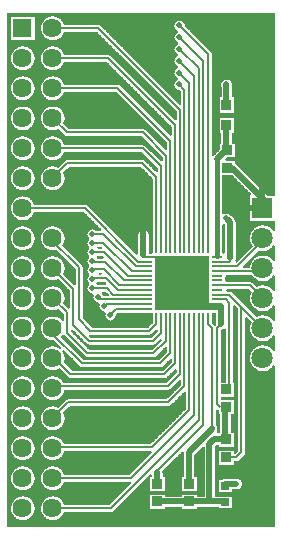
<source format=gtl>
%FSLAX33Y33*%
%MOMM*%
%AMRR-H192474-W961067-R96237-RO0.000*
21,1,0.768593,0.192474,0.,0.,360*
1,1,0.192474,-0.3842965,0.*
1,1,0.192474,0.3842965,0.*
1,1,0.192474,0.3842965,-0.*
1,1,0.192474,-0.3842965,0.*%
%AMRR-H961067-W192474-R96237-RO0.000*
21,1,0.192474,0.768593,0.,0.,360*
1,1,0.192474,0.,0.3842965*
1,1,0.192474,0.,0.3842965*
1,1,0.192474,0.,-0.3842965*
1,1,0.192474,-0.,-0.3842965*%
%AMRect-W800000-H900000-RO1.500*
21,1,0.8,0.9,0.,0.,90*%
%AMRect-W600000-H700000-RO0.500*
21,1,0.6,0.7,0.,0.,270*%
%AMRect-W900000-H800000-RO0.500*
21,1,0.9,0.8,0.,0.,270*%
%AMRect-W800000-H900000-RO0.500*
21,1,0.8,0.9,0.,0.,270*%
%ADD10C,0.0508*%
%ADD11C,0.2032*%
%ADD12C,0.51*%
%ADD13C,0.41*%
%ADD14C,0.508*%
%ADD15C,1.8*%
%ADD16R,1.8X1.8*%
%ADD17R,0.961067X0.192474*%
%ADD18R,4.62X4.62*%
%ADD19RR-H192474-W961067-R96237-RO0.000*%
%ADD20RR-H961067-W192474-R96237-RO0.000*%
%ADD21R,1.62X1.62*%
%ADD22C,1.62*%
%ADD23Rect-W800000-H900000-RO1.500*%
%ADD24Rect-W600000-H700000-RO0.500*%
%ADD25Rect-W900000-H800000-RO0.500*%
%ADD26Rect-W800000-H900000-RO0.500*%
D10*
%LNpour fill*%
G01*
X13914Y15199D02*
X13914Y15199D01*
X13914Y15561*
X13828Y15597*
X13052Y14821*
X13050Y14820*
X12946Y14750*
X12942Y14748*
X12818Y14724*
X12813Y14724*
X12785Y14729*
X12759Y14724*
X12756Y14724*
X7219Y14724*
X7217Y14724*
X7094Y14748*
X7089Y14750*
X6985Y14820*
X6983Y14821*
X5261Y16543*
X5260Y16545*
X5240Y16575*
X5115Y16585*
X5017Y16458*
X5015Y16420*
X6908Y14527*
X13242Y14527*
X13914Y15199*
X6884Y14552D02*
X13266Y14552D01*
X6834Y14601D02*
X13316Y14601D01*
X6785Y14651D02*
X13365Y14651D01*
X6735Y14700D02*
X13415Y14700D01*
X6686Y14750D02*
X7090Y14750D01*
X12945Y14750D02*
X13465Y14750D01*
X6636Y14799D02*
X7016Y14799D01*
X13020Y14799D02*
X13514Y14799D01*
X6587Y14849D02*
X6956Y14849D01*
X13080Y14849D02*
X13564Y14849D01*
X6537Y14898D02*
X6906Y14898D01*
X13129Y14898D02*
X13613Y14898D01*
X6488Y14948D02*
X6857Y14948D01*
X13179Y14948D02*
X13663Y14948D01*
X6438Y14997D02*
X6807Y14997D01*
X13228Y14997D02*
X13712Y14997D01*
X6389Y15047D02*
X6758Y15047D01*
X13278Y15047D02*
X13762Y15047D01*
X6339Y15096D02*
X6708Y15096D01*
X13327Y15096D02*
X13811Y15096D01*
X6290Y15146D02*
X6659Y15146D01*
X13377Y15146D02*
X13861Y15146D01*
X6240Y15195D02*
X6609Y15195D01*
X13426Y15195D02*
X13910Y15195D01*
X6190Y15245D02*
X6560Y15245D01*
X13476Y15245D02*
X13914Y15245D01*
X6141Y15294D02*
X6510Y15294D01*
X13526Y15294D02*
X13914Y15294D01*
X6091Y15344D02*
X6461Y15344D01*
X13575Y15344D02*
X13914Y15344D01*
X6042Y15394D02*
X6411Y15394D01*
X13625Y15394D02*
X13914Y15394D01*
X5992Y15443D02*
X6362Y15443D01*
X13674Y15443D02*
X13914Y15443D01*
X5943Y15493D02*
X6312Y15493D01*
X13724Y15493D02*
X13914Y15493D01*
X5893Y15542D02*
X6262Y15542D01*
X13773Y15542D02*
X13914Y15542D01*
X5844Y15592D02*
X6213Y15592D01*
X13823Y15592D02*
X13840Y15592D01*
X5794Y15641D02*
X6163Y15641D01*
X5745Y15691D02*
X6114Y15691D01*
X5695Y15740D02*
X6064Y15740D01*
X5646Y15790D02*
X6015Y15790D01*
X5596Y15839D02*
X5965Y15839D01*
X5547Y15889D02*
X5916Y15889D01*
X5497Y15938D02*
X5866Y15938D01*
X5448Y15988D02*
X5817Y15988D01*
X5398Y16037D02*
X5767Y16037D01*
X5348Y16087D02*
X5718Y16087D01*
X5299Y16136D02*
X5668Y16136D01*
X5249Y16186D02*
X5619Y16186D01*
X5200Y16236D02*
X5569Y16236D01*
X5150Y16285D02*
X5519Y16285D01*
X5101Y16335D02*
X5470Y16335D01*
X5051Y16384D02*
X5420Y16384D01*
X5016Y16434D02*
X5371Y16434D01*
X5037Y16483D02*
X5321Y16483D01*
X5075Y16533D02*
X5272Y16533D01*
X5113Y16582D02*
X5149Y16582D01*
X13450Y16170D02*
X13450Y16170D01*
X13449Y16172*
X13341Y16205*
X12992Y15856*
X12990Y15854*
X12886Y15785*
X12881Y15783*
X12758Y15758*
X12753Y15758*
X12746Y15760*
X12741Y15758*
X12738Y15758*
X7344Y15758*
X7342Y15758*
X7219Y15783*
X7215Y15785*
X7111Y15854*
X7109Y15856*
X5932Y17033*
X5848Y16999*
X5839Y16916*
X7360Y15396*
X12676Y15396*
X13450Y16170*
X7335Y15420D02*
X12700Y15420D01*
X7286Y15470D02*
X12750Y15470D01*
X7236Y15519D02*
X12799Y15519D01*
X7187Y15569D02*
X12849Y15569D01*
X7137Y15618D02*
X12898Y15618D01*
X7088Y15668D02*
X12948Y15668D01*
X7038Y15717D02*
X12997Y15717D01*
X6989Y15767D02*
X7300Y15767D01*
X12800Y15767D02*
X13047Y15767D01*
X6939Y15816D02*
X7167Y15816D01*
X12933Y15816D02*
X13096Y15816D01*
X6890Y15866D02*
X7099Y15866D01*
X13002Y15866D02*
X13146Y15866D01*
X6840Y15915D02*
X7049Y15915D01*
X13051Y15915D02*
X13196Y15915D01*
X6791Y15965D02*
X7000Y15965D01*
X13101Y15965D02*
X13245Y15965D01*
X6741Y16014D02*
X6950Y16014D01*
X13150Y16014D02*
X13295Y16014D01*
X6691Y16064D02*
X6901Y16064D01*
X13200Y16064D02*
X13344Y16064D01*
X6642Y16113D02*
X6851Y16113D01*
X13249Y16113D02*
X13394Y16113D01*
X6592Y16163D02*
X6802Y16163D01*
X13299Y16163D02*
X13443Y16163D01*
X6543Y16213D02*
X6752Y16213D01*
X6493Y16262D02*
X6703Y16262D01*
X6444Y16312D02*
X6653Y16312D01*
X6394Y16361D02*
X6603Y16361D01*
X6345Y16411D02*
X6554Y16411D01*
X6295Y16460D02*
X6504Y16460D01*
X6246Y16510D02*
X6455Y16510D01*
X6196Y16559D02*
X6405Y16559D01*
X6147Y16609D02*
X6356Y16609D01*
X6097Y16658D02*
X6306Y16658D01*
X6048Y16708D02*
X6257Y16708D01*
X5998Y16757D02*
X6207Y16757D01*
X5949Y16807D02*
X6158Y16807D01*
X5899Y16856D02*
X6108Y16856D01*
X5849Y16906D02*
X6059Y16906D01*
X5843Y16955D02*
X6009Y16955D01*
X5862Y17005D02*
X5960Y17005D01*
X14314Y14330D02*
X14314Y14330D01*
X14314Y14527*
X14228Y14562*
X13618Y13953*
X13616Y13951*
X13512Y13882*
X13508Y13880*
X13385Y13855*
X13383Y13855*
X6768Y13855*
X6765Y13855*
X6642Y13880*
X6638Y13882*
X6533Y13952*
X6529Y13955*
X6523Y13964*
X6515Y13970*
X6513Y13971*
X5167Y15317*
X5108Y15265*
X5176Y15175*
X5178Y15172*
X5281Y14923*
X5282Y14919*
X5317Y14652*
X5317Y14648*
X5282Y14381*
X5281Y14377*
X5251Y14304*
X5924Y13631*
X13614Y13631*
X14314Y14330*
X5900Y13655D02*
X13638Y13655D01*
X5850Y13704D02*
X13688Y13704D01*
X5800Y13754D02*
X13737Y13754D01*
X5751Y13803D02*
X13787Y13803D01*
X5701Y13853D02*
X13836Y13853D01*
X5652Y13902D02*
X6607Y13902D01*
X13543Y13902D02*
X13886Y13902D01*
X5602Y13952D02*
X6533Y13952D01*
X13617Y13952D02*
X13935Y13952D01*
X5553Y14001D02*
X6483Y14001D01*
X13667Y14001D02*
X13985Y14001D01*
X5503Y14051D02*
X6434Y14051D01*
X13717Y14051D02*
X14034Y14051D01*
X5454Y14100D02*
X6384Y14100D01*
X13766Y14100D02*
X14084Y14100D01*
X5404Y14150D02*
X6335Y14150D01*
X13816Y14150D02*
X14133Y14150D01*
X5355Y14200D02*
X6285Y14200D01*
X13865Y14200D02*
X14183Y14200D01*
X5305Y14249D02*
X6236Y14249D01*
X13915Y14249D02*
X14232Y14249D01*
X5256Y14299D02*
X6186Y14299D01*
X13964Y14299D02*
X14282Y14299D01*
X5269Y14348D02*
X6136Y14348D01*
X14014Y14348D02*
X14314Y14348D01*
X5284Y14398D02*
X6087Y14398D01*
X14063Y14398D02*
X14314Y14398D01*
X5291Y14447D02*
X6037Y14447D01*
X14113Y14447D02*
X14314Y14447D01*
X5297Y14497D02*
X5988Y14497D01*
X14162Y14497D02*
X14314Y14497D01*
X5304Y14546D02*
X5938Y14546D01*
X14212Y14546D02*
X14266Y14546D01*
X5310Y14596D02*
X5889Y14596D01*
X5317Y14645D02*
X5839Y14645D01*
X5312Y14695D02*
X5790Y14695D01*
X5305Y14744D02*
X5740Y14744D01*
X5299Y14794D02*
X5691Y14794D01*
X5292Y14843D02*
X5641Y14843D01*
X5286Y14893D02*
X5592Y14893D01*
X5273Y14942D02*
X5542Y14942D01*
X5253Y14992D02*
X5493Y14992D01*
X5232Y15042D02*
X5443Y15042D01*
X5211Y15091D02*
X5394Y15091D01*
X5191Y15141D02*
X5344Y15141D01*
X5165Y15190D02*
X5294Y15190D01*
X5127Y15240D02*
X5245Y15240D01*
X5136Y15289D02*
X5195Y15289D01*
X23073Y13978D02*
X23073Y13978D01*
X22981Y14009*
X22856Y13846*
X22854Y13844*
X22621Y13665*
X22618Y13664*
X22346Y13551*
X22343Y13550*
X22052Y13512*
X22048Y13512*
X21757Y13550*
X21754Y13551*
X21482Y13664*
X21479Y13665*
X21246Y13844*
X21244Y13846*
X21065Y14079*
X21064Y14082*
X20951Y14354*
X20950Y14357*
X20912Y14648*
X20912Y14652*
X20950Y14943*
X20951Y14946*
X21064Y15218*
X21065Y15221*
X21244Y15454*
X21246Y15456*
X21479Y15635*
X21482Y15636*
X21754Y15749*
X21757Y15750*
X22048Y15788*
X22052Y15788*
X22343Y15750*
X22346Y15749*
X22618Y15636*
X22621Y15635*
X22854Y15456*
X22856Y15454*
X22981Y15291*
X23073Y15322*
X23073Y16518*
X22981Y16549*
X22856Y16386*
X22854Y16384*
X22621Y16205*
X22618Y16204*
X22346Y16091*
X22343Y16090*
X22052Y16052*
X22048Y16052*
X21757Y16090*
X21754Y16091*
X21482Y16204*
X21479Y16205*
X21246Y16384*
X21244Y16386*
X21065Y16619*
X21064Y16622*
X20951Y16894*
X20950Y16897*
X20912Y17188*
X20912Y17192*
X20950Y17483*
X20951Y17486*
X21047Y17718*
X20672Y18092*
X20586Y18057*
X20586Y6649*
X20586Y6646*
X20562Y6524*
X20560Y6519*
X20490Y6415*
X20489Y6413*
X20087Y6011*
X20085Y6010*
X19981Y5940*
X19976Y5938*
X19854Y5914*
X19851Y5914*
X19615Y5914*
X19615Y5636*
X19600Y5621*
X18273Y5621*
X18258Y5636*
X18258Y6864*
X18273Y6879*
X19600Y6879*
X19615Y6864*
X19615Y6586*
X19711Y6586*
X19914Y6789*
X19914Y18851*
X19662Y19102*
X19576Y19067*
X19576Y12629*
X19600Y12629*
X19615Y12614*
X19615Y11386*
X19600Y11371*
X18562Y11371*
X18562Y11129*
X19600Y11129*
X19615Y11114*
X19615Y9886*
X19600Y9871*
X19383Y9871*
X19383Y8379*
X19600Y8379*
X19615Y8364*
X19615Y7136*
X19600Y7121*
X18273Y7121*
X18258Y7136*
X18258Y7257*
X18163Y7257*
X18052Y7146*
X18052Y2993*
X18891Y2993*
X18894Y2992*
X19038Y2964*
X19454Y2964*
X19469Y2949*
X19469Y1921*
X19454Y1906*
X18326Y1906*
X18311Y1921*
X18311Y2007*
X16479Y2007*
X16479Y1886*
X16464Y1871*
X15136Y1871*
X15121Y1886*
X15121Y2007*
X13779Y2007*
X13779Y1886*
X13764Y1871*
X12436Y1871*
X12421Y1886*
X12421Y3114*
X12436Y3129*
X13764Y3129*
X13779Y3114*
X13779Y2993*
X15121Y2993*
X15121Y3114*
X15136Y3129*
X16464Y3129*
X16479Y3114*
X16479Y2993*
X17066Y2993*
X17066Y7103*
X16980Y7139*
X16288Y6446*
X16288Y4629*
X16464Y4629*
X16479Y4614*
X16479Y3386*
X16464Y3371*
X15136Y3371*
X15121Y3386*
X15121Y4614*
X15136Y4629*
X15302Y4629*
X15302Y6647*
X15218Y6692*
X13574Y5048*
X13592Y4954*
X13593Y4951*
X13593Y4629*
X13764Y4629*
X13779Y4614*
X13779Y3386*
X13764Y3371*
X12436Y3371*
X12421Y3386*
X12421Y4564*
X12342Y4617*
X9437Y1711*
X9435Y1710*
X9331Y1640*
X9326Y1638*
X9204Y1614*
X9201Y1614*
X5255Y1614*
X5178Y1428*
X5176Y1425*
X5012Y1211*
X5009Y1208*
X4795Y1044*
X4792Y1042*
X4543Y0939*
X4539Y0938*
X4272Y0903*
X4268Y0903*
X4001Y0938*
X3997Y0939*
X3748Y1042*
X3745Y1044*
X3531Y1208*
X3528Y1211*
X3364Y1425*
X3362Y1428*
X3259Y1677*
X3258Y1681*
X3223Y1948*
X3223Y1952*
X3258Y2219*
X3259Y2223*
X3362Y2472*
X3364Y2475*
X3528Y2689*
X3531Y2692*
X3745Y2856*
X3748Y2858*
X3997Y2961*
X4001Y2962*
X4268Y2997*
X4272Y2997*
X4539Y2962*
X4543Y2961*
X4792Y2858*
X4795Y2856*
X5009Y2692*
X5012Y2689*
X5176Y2475*
X5178Y2472*
X5255Y2286*
X9061Y2286*
X10833Y4058*
X10793Y4154*
X5255Y4154*
X5178Y3968*
X5176Y3965*
X5012Y3751*
X5009Y3748*
X4795Y3584*
X4792Y3582*
X4543Y3479*
X4539Y3478*
X4272Y3443*
X4268Y3443*
X4001Y3478*
X3997Y3479*
X3748Y3582*
X3745Y3584*
X3531Y3748*
X3528Y3751*
X3364Y3965*
X3362Y3968*
X3259Y4217*
X3258Y4221*
X3223Y4488*
X3223Y4492*
X3258Y4759*
X3259Y4763*
X3362Y5012*
X3364Y5015*
X3528Y5229*
X3531Y5232*
X3745Y5396*
X3748Y5398*
X3997Y5501*
X4001Y5502*
X4268Y5537*
X4272Y5537*
X4539Y5502*
X4543Y5501*
X4792Y5398*
X4795Y5396*
X5009Y5232*
X5012Y5229*
X5176Y5015*
X5178Y5012*
X5255Y4826*
X10751Y4826*
X12593Y6668*
X12553Y6764*
X5283Y6764*
X5282Y6761*
X5281Y6757*
X5178Y6508*
X5176Y6505*
X5012Y6291*
X5009Y6288*
X4795Y6124*
X4792Y6122*
X4543Y6019*
X4539Y6018*
X4272Y5983*
X4268Y5983*
X4001Y6018*
X3997Y6019*
X3748Y6122*
X3745Y6124*
X3531Y6288*
X3528Y6291*
X3364Y6505*
X3362Y6508*
X3259Y6757*
X3258Y6761*
X3223Y7028*
X3223Y7032*
X3258Y7299*
X3259Y7303*
X3362Y7552*
X3364Y7555*
X3528Y7769*
X3531Y7772*
X3745Y7936*
X3748Y7938*
X3997Y8041*
X4001Y8042*
X4268Y8077*
X4272Y8077*
X4539Y8042*
X4543Y8041*
X4792Y7938*
X4795Y7936*
X5009Y7772*
X5012Y7769*
X5176Y7555*
X5178Y7552*
X5226Y7436*
X12561Y7436*
X15514Y10389*
X15514Y11761*
X15428Y11797*
X14287Y10656*
X14285Y10654*
X14181Y10585*
X14176Y10583*
X14054Y10558*
X14051Y10558*
X5734Y10558*
X5204Y10029*
X5281Y9843*
X5282Y9839*
X5317Y9572*
X5317Y9568*
X5282Y9301*
X5281Y9297*
X5178Y9048*
X5176Y9045*
X5012Y8831*
X5009Y8828*
X4795Y8664*
X4792Y8662*
X4543Y8559*
X4539Y8558*
X4272Y8523*
X4268Y8523*
X4001Y8558*
X3997Y8559*
X3748Y8662*
X3745Y8664*
X3531Y8828*
X3528Y8831*
X3364Y9045*
X3362Y9048*
X3259Y9297*
X3258Y9301*
X3223Y9568*
X3223Y9572*
X3258Y9839*
X3259Y9843*
X3362Y10092*
X3364Y10095*
X3528Y10309*
X3531Y10312*
X3745Y10476*
X3748Y10478*
X3997Y10581*
X4001Y10582*
X4268Y10617*
X4272Y10617*
X4539Y10582*
X4543Y10581*
X4729Y10504*
X5358Y11133*
X5360Y11135*
X5463Y11204*
X5468Y11206*
X5591Y11230*
X5593Y11231*
X13911Y11231*
X15114Y12434*
X15114Y12761*
X15028Y12797*
X14287Y12056*
X14285Y12054*
X14181Y11985*
X14176Y11983*
X14054Y11958*
X14051Y11958*
X5298Y11958*
X5282Y11841*
X5281Y11837*
X5178Y11588*
X5176Y11585*
X5012Y11371*
X5009Y11368*
X4795Y11204*
X4792Y11202*
X4543Y11099*
X4539Y11098*
X4272Y11063*
X4268Y11063*
X4001Y11098*
X3997Y11099*
X3748Y11202*
X3745Y11204*
X3531Y11368*
X3528Y11371*
X3364Y11585*
X3362Y11588*
X3259Y11837*
X3258Y11841*
X3223Y12108*
X3223Y12112*
X3258Y12379*
X3259Y12383*
X3362Y12632*
X3364Y12635*
X3528Y12849*
X3531Y12852*
X3745Y13016*
X3748Y13018*
X3997Y13121*
X4001Y13122*
X4268Y13157*
X4272Y13157*
X4539Y13122*
X4543Y13121*
X4792Y13018*
X4795Y13016*
X5009Y12852*
X5012Y12849*
X5176Y12635*
X5178Y12632*
X5179Y12631*
X13911Y12631*
X14714Y13434*
X14714Y13658*
X14628Y13694*
X13990Y13056*
X13988Y13054*
X13884Y12985*
X13879Y12983*
X13757Y12958*
X13754Y12958*
X5783Y12958*
X5781Y12958*
X5658Y12983*
X5653Y12985*
X5550Y13054*
X5548Y13056*
X4832Y13772*
X4795Y13744*
X4792Y13742*
X4543Y13639*
X4539Y13638*
X4272Y13603*
X4268Y13603*
X4001Y13638*
X3997Y13639*
X3748Y13742*
X3745Y13744*
X3531Y13908*
X3528Y13911*
X3364Y14125*
X3362Y14128*
X3259Y14377*
X3258Y14381*
X3223Y14648*
X3223Y14652*
X3258Y14919*
X3259Y14923*
X3362Y15172*
X3364Y15175*
X3528Y15389*
X3531Y15392*
X3745Y15556*
X3748Y15558*
X3997Y15661*
X4001Y15662*
X4268Y15697*
X4272Y15697*
X4539Y15662*
X4543Y15661*
X4792Y15558*
X4795Y15556*
X4885Y15488*
X4937Y15547*
X4334Y16151*
X4272Y16143*
X4268Y16143*
X4001Y16178*
X3997Y16179*
X3748Y16282*
X3745Y16284*
X3531Y16448*
X3528Y16451*
X3364Y16665*
X3362Y16668*
X3259Y16917*
X3258Y16921*
X3223Y17188*
X3223Y17192*
X3258Y17459*
X3259Y17463*
X3362Y17712*
X3364Y17715*
X3528Y17929*
X3531Y17932*
X3745Y18096*
X3748Y18098*
X3997Y18201*
X4001Y18202*
X4268Y18237*
X4272Y18237*
X4539Y18202*
X4543Y18201*
X4792Y18098*
X4795Y18096*
X5009Y17932*
X5012Y17929*
X5071Y17852*
X5164Y17883*
X5164Y18361*
X4729Y18796*
X4543Y18719*
X4539Y18718*
X4272Y18683*
X4268Y18683*
X4001Y18718*
X3997Y18719*
X3748Y18822*
X3745Y18824*
X3531Y18988*
X3528Y18991*
X3364Y19205*
X3362Y19208*
X3259Y19457*
X3258Y19461*
X3223Y19728*
X3223Y19732*
X3258Y19999*
X3259Y20003*
X3362Y20252*
X3364Y20255*
X3528Y20469*
X3531Y20472*
X3745Y20636*
X3748Y20638*
X3997Y20741*
X4001Y20742*
X4268Y20777*
X4272Y20777*
X4539Y20742*
X4543Y20741*
X4792Y20638*
X4795Y20636*
X5009Y20472*
X5012Y20469*
X5176Y20255*
X5178Y20252*
X5281Y20003*
X5282Y19999*
X5317Y19732*
X5317Y19728*
X5282Y19461*
X5281Y19457*
X5204Y19271*
X5578Y18898*
X5664Y18933*
X5664Y20344*
X4709Y21328*
X4543Y21259*
X4539Y21258*
X4272Y21223*
X4268Y21223*
X4001Y21258*
X3997Y21259*
X3748Y21362*
X3745Y21364*
X3531Y21528*
X3528Y21531*
X3364Y21745*
X3362Y21748*
X3259Y21997*
X3258Y22001*
X3223Y22268*
X3223Y22272*
X3258Y22539*
X3259Y22543*
X3362Y22792*
X3364Y22795*
X3528Y23009*
X3531Y23012*
X3745Y23176*
X3748Y23178*
X3997Y23281*
X4001Y23282*
X4268Y23317*
X4272Y23317*
X4539Y23282*
X4543Y23281*
X4792Y23178*
X4795Y23176*
X5009Y23012*
X5012Y23009*
X5176Y22795*
X5178Y22792*
X5281Y22543*
X5282Y22539*
X5317Y22272*
X5317Y22268*
X5282Y22001*
X5281Y21997*
X5196Y21791*
X6078Y20882*
X6164Y20917*
X6164Y22191*
X4552Y23803*
X4543Y23799*
X4539Y23798*
X4272Y23763*
X4268Y23763*
X4001Y23798*
X3997Y23799*
X3748Y23902*
X3745Y23904*
X3531Y24068*
X3528Y24071*
X3364Y24285*
X3362Y24288*
X3259Y24537*
X3258Y24541*
X3223Y24808*
X3223Y24812*
X3258Y25079*
X3259Y25083*
X3362Y25332*
X3364Y25335*
X3528Y25549*
X3531Y25552*
X3745Y25716*
X3748Y25718*
X3997Y25821*
X4001Y25822*
X4268Y25857*
X4272Y25857*
X4539Y25822*
X4543Y25821*
X4792Y25718*
X4795Y25716*
X5009Y25552*
X5012Y25549*
X5176Y25335*
X5178Y25332*
X5281Y25083*
X5282Y25079*
X5317Y24812*
X5317Y24808*
X5282Y24541*
X5281Y24537*
X5178Y24288*
X5176Y24285*
X5109Y24197*
X6739Y22567*
X6740Y22565*
X6810Y22461*
X6812Y22456*
X6836Y22334*
X6836Y22331*
X6836Y18070*
X7630Y17276*
X12307Y17276*
X12714Y17683*
X12714Y17929*
X12714Y17932*
X12719Y17958*
X12719Y18374*
X12678Y18428*
X12624Y18469*
X12242Y18469*
X12196Y18460*
X12193Y18460*
X9791Y18460*
X9633Y18302*
X9636Y18291*
X9636Y18285*
X9599Y18102*
X9597Y18098*
X9493Y17942*
X9490Y17939*
X9334Y17835*
X9330Y17833*
X9147Y17796*
X9141Y17796*
X8958Y17833*
X8954Y17835*
X8798Y17939*
X8795Y17942*
X8691Y18098*
X8689Y18102*
X8652Y18285*
X8652Y18291*
X8688Y18467*
X8625Y18560*
X8450Y18595*
X8446Y18597*
X8290Y18701*
X8287Y18704*
X8183Y18860*
X8181Y18864*
X8144Y19047*
X8144Y19053*
X8181Y19236*
X8183Y19240*
X8188Y19248*
X8120Y19322*
X7942Y19357*
X7938Y19359*
X7782Y19463*
X7779Y19466*
X7675Y19622*
X7673Y19626*
X7636Y19809*
X7636Y19815*
X7672Y19991*
X7609Y20084*
X7434Y20119*
X7430Y20121*
X7274Y20225*
X7271Y20228*
X7167Y20384*
X7165Y20388*
X7128Y20571*
X7128Y20577*
X7165Y20760*
X7167Y20764*
X7265Y20911*
X7265Y20999*
X7167Y21146*
X7165Y21150*
X7128Y21333*
X7128Y21339*
X7165Y21522*
X7167Y21526*
X7265Y21673*
X7265Y21761*
X7167Y21908*
X7165Y21912*
X7128Y22095*
X7128Y22101*
X7165Y22284*
X7167Y22288*
X7265Y22435*
X7265Y22523*
X7167Y22670*
X7165Y22674*
X7128Y22857*
X7128Y22863*
X7165Y23046*
X7167Y23050*
X7265Y23197*
X7265Y23285*
X7167Y23432*
X7165Y23436*
X7128Y23619*
X7128Y23625*
X7165Y23808*
X7167Y23812*
X7265Y23959*
X7265Y24047*
X7167Y24194*
X7165Y24198*
X7128Y24381*
X7128Y24387*
X7165Y24570*
X7167Y24574*
X7265Y24721*
X7265Y24809*
X7167Y24956*
X7165Y24960*
X7128Y25143*
X7128Y25149*
X7165Y25332*
X7167Y25336*
X7271Y25492*
X7274Y25495*
X7430Y25599*
X7434Y25601*
X7617Y25638*
X7623Y25638*
X7806Y25601*
X7810Y25599*
X7966Y25495*
X7969Y25492*
X7976Y25482*
X8275Y25482*
X8310Y25568*
X6865Y27014*
X2715Y27014*
X2638Y26828*
X2636Y26825*
X2472Y26611*
X2469Y26608*
X2255Y26444*
X2252Y26442*
X2003Y26339*
X1999Y26338*
X1732Y26303*
X1728Y26303*
X1461Y26338*
X1457Y26339*
X1208Y26442*
X1205Y26444*
X0991Y26608*
X0988Y26611*
X0824Y26825*
X0822Y26828*
X0719Y27077*
X0718Y27081*
X0683Y27348*
X0683Y27352*
X0718Y27619*
X0719Y27623*
X0822Y27872*
X0824Y27875*
X0988Y28089*
X0991Y28092*
X1205Y28256*
X1208Y28258*
X1457Y28361*
X1461Y28362*
X1728Y28397*
X1732Y28397*
X1999Y28362*
X2003Y28361*
X2252Y28258*
X2255Y28256*
X2469Y28092*
X2472Y28089*
X2636Y27875*
X2638Y27872*
X2715Y27686*
X7005Y27686*
X7007Y27686*
X7130Y27662*
X7135Y27660*
X7239Y27590*
X7241Y27589*
X11350Y23479*
X11445Y23519*
X11445Y25147*
X11446Y25150*
X11482Y25332*
X11484Y25337*
X11588Y25493*
X11591Y25496*
X11747Y25600*
X11752Y25602*
X11935Y25639*
X11941Y25639*
X12124Y25602*
X12129Y25600*
X12285Y25496*
X12288Y25493*
X12392Y25337*
X12394Y25332*
X12430Y25150*
X12431Y25147*
X12431Y23536*
X12623Y23536*
X12719Y23604*
X12719Y23946*
X12714Y23972*
X12714Y23974*
X12714Y29811*
X11701Y30824*
X5679Y30824*
X5204Y30349*
X5281Y30163*
X5282Y30159*
X5317Y29892*
X5317Y29888*
X5282Y29621*
X5281Y29617*
X5178Y29368*
X5176Y29365*
X5012Y29151*
X5009Y29148*
X4795Y28984*
X4792Y28982*
X4543Y28879*
X4539Y28878*
X4272Y28843*
X4268Y28843*
X4001Y28878*
X3997Y28879*
X3748Y28982*
X3745Y28984*
X3531Y29148*
X3528Y29151*
X3364Y29365*
X3362Y29368*
X3259Y29617*
X3258Y29621*
X3223Y29888*
X3223Y29892*
X3258Y30159*
X3259Y30163*
X3362Y30412*
X3364Y30415*
X3528Y30629*
X3531Y30632*
X3745Y30796*
X3748Y30798*
X3997Y30901*
X4001Y30902*
X4268Y30937*
X4272Y30937*
X4539Y30902*
X4543Y30901*
X4729Y30824*
X5303Y31399*
X5305Y31400*
X5409Y31470*
X5414Y31472*
X5536Y31496*
X5539Y31496*
X11841Y31496*
X11844Y31496*
X11966Y31472*
X11971Y31470*
X12075Y31400*
X12077Y31399*
X13028Y30448*
X13114Y30483*
X13114Y30734*
X11775Y32044*
X5234Y32044*
X5178Y31908*
X5176Y31905*
X5012Y31691*
X5009Y31688*
X4795Y31524*
X4792Y31522*
X4543Y31419*
X4539Y31418*
X4272Y31383*
X4268Y31383*
X4001Y31418*
X3997Y31419*
X3748Y31522*
X3745Y31524*
X3531Y31688*
X3528Y31691*
X3364Y31905*
X3362Y31908*
X3259Y32157*
X3258Y32161*
X3223Y32428*
X3223Y32432*
X3258Y32699*
X3259Y32703*
X3362Y32952*
X3364Y32955*
X3528Y33169*
X3531Y33172*
X3745Y33336*
X3748Y33338*
X3997Y33441*
X4001Y33442*
X4268Y33477*
X4272Y33477*
X4539Y33442*
X4543Y33441*
X4792Y33338*
X4795Y33336*
X5009Y33172*
X5012Y33169*
X5176Y32955*
X5178Y32952*
X5276Y32716*
X11913Y32716*
X11916Y32716*
X11975Y32704*
X12035Y32693*
X12039Y32692*
X12039Y32692*
X12039Y32691*
X12040Y32691*
X12040Y32691*
X12043Y32690*
X12094Y32656*
X12144Y32623*
X12146Y32621*
X13428Y31367*
X13514Y31404*
X13514Y31673*
X11773Y33414*
X5489Y33414*
X5486Y33414*
X5364Y33438*
X5359Y33440*
X5255Y33510*
X5253Y33511*
X4729Y34036*
X4543Y33959*
X4539Y33958*
X4272Y33923*
X4268Y33923*
X4001Y33958*
X3997Y33959*
X3748Y34062*
X3745Y34064*
X3531Y34228*
X3528Y34231*
X3364Y34445*
X3362Y34448*
X3259Y34697*
X3258Y34701*
X3223Y34968*
X3223Y34972*
X3258Y35239*
X3259Y35243*
X3362Y35492*
X3364Y35495*
X3528Y35709*
X3531Y35712*
X3745Y35876*
X3748Y35878*
X3997Y35981*
X4001Y35982*
X4268Y36017*
X4272Y36017*
X4539Y35982*
X4543Y35981*
X4792Y35878*
X4795Y35876*
X5009Y35712*
X5012Y35709*
X5176Y35495*
X5178Y35492*
X5281Y35243*
X5282Y35239*
X5317Y34972*
X5317Y34968*
X5282Y34701*
X5281Y34697*
X5204Y34511*
X5629Y34086*
X11913Y34086*
X11916Y34086*
X12039Y34062*
X12043Y34060*
X12147Y33990*
X12149Y33989*
X13828Y32310*
X13914Y32345*
X13914Y32901*
X9641Y37174*
X5255Y37174*
X5178Y36988*
X5176Y36985*
X5012Y36771*
X5009Y36768*
X4795Y36604*
X4792Y36602*
X4543Y36499*
X4539Y36498*
X4272Y36463*
X4268Y36463*
X4001Y36498*
X3997Y36499*
X3748Y36602*
X3745Y36604*
X3531Y36768*
X3528Y36771*
X3364Y36985*
X3362Y36988*
X3259Y37237*
X3258Y37241*
X3223Y37508*
X3223Y37512*
X3258Y37779*
X3259Y37783*
X3362Y38032*
X3364Y38035*
X3528Y38249*
X3531Y38252*
X3745Y38416*
X3748Y38418*
X3997Y38521*
X4001Y38522*
X4268Y38557*
X4272Y38557*
X4539Y38522*
X4543Y38521*
X4792Y38418*
X4795Y38416*
X5009Y38252*
X5012Y38249*
X5176Y38035*
X5178Y38032*
X5255Y37846*
X9781Y37846*
X9784Y37846*
X9906Y37822*
X9911Y37820*
X10015Y37750*
X10017Y37749*
X14228Y33537*
X14314Y33573*
X14314Y34205*
X8835Y39684*
X5242Y39684*
X5178Y39528*
X5176Y39525*
X5012Y39311*
X5009Y39308*
X4795Y39144*
X4792Y39142*
X4543Y39039*
X4539Y39038*
X4272Y39003*
X4268Y39003*
X4001Y39038*
X3997Y39039*
X3748Y39142*
X3745Y39144*
X3531Y39308*
X3528Y39311*
X3364Y39525*
X3362Y39528*
X3259Y39777*
X3258Y39781*
X3223Y40048*
X3223Y40052*
X3258Y40319*
X3259Y40323*
X3362Y40572*
X3364Y40575*
X3528Y40789*
X3531Y40792*
X3745Y40956*
X3748Y40958*
X3997Y41061*
X4001Y41062*
X4268Y41097*
X4272Y41097*
X4539Y41062*
X4543Y41061*
X4792Y40958*
X4795Y40956*
X5009Y40792*
X5012Y40789*
X5176Y40575*
X5178Y40572*
X5267Y40356*
X8976Y40356*
X8978Y40356*
X9101Y40332*
X9105Y40330*
X9209Y40260*
X9211Y40259*
X14628Y34842*
X14714Y34878*
X14714Y35511*
X7971Y42254*
X5255Y42254*
X5178Y42068*
X5176Y42065*
X5012Y41851*
X5009Y41848*
X4795Y41684*
X4792Y41682*
X4543Y41579*
X4539Y41578*
X4272Y41543*
X4268Y41543*
X4001Y41578*
X3997Y41579*
X3748Y41682*
X3745Y41684*
X3531Y41848*
X3528Y41851*
X3364Y42065*
X3362Y42068*
X3259Y42317*
X3258Y42321*
X3223Y42588*
X3223Y42592*
X3258Y42859*
X3259Y42863*
X3362Y43112*
X3364Y43115*
X3528Y43329*
X3531Y43332*
X3745Y43496*
X3748Y43498*
X3997Y43601*
X4001Y43602*
X4268Y43637*
X4272Y43637*
X4539Y43602*
X4543Y43601*
X4792Y43498*
X4795Y43496*
X5009Y43332*
X5012Y43329*
X5176Y43115*
X5178Y43112*
X5255Y42926*
X8111Y42926*
X8114Y42926*
X8236Y42902*
X8241Y42900*
X8345Y42830*
X8347Y42829*
X15028Y36148*
X15114Y36183*
X15114Y37217*
X15014Y37317*
X15003Y37315*
X14997Y37315*
X14814Y37351*
X14810Y37353*
X14654Y37457*
X14651Y37460*
X14547Y37616*
X14545Y37620*
X14508Y37804*
X14508Y37809*
X14545Y37992*
X14547Y37996*
X14651Y38152*
X14654Y38155*
X14810Y38259*
X14814Y38261*
X14819Y38262*
X14819Y38350*
X14814Y38351*
X14810Y38353*
X14654Y38457*
X14651Y38460*
X14547Y38616*
X14545Y38620*
X14508Y38804*
X14508Y38809*
X14545Y38992*
X14547Y38996*
X14651Y39152*
X14654Y39155*
X14810Y39259*
X14814Y39261*
X14819Y39262*
X14819Y39350*
X14814Y39351*
X14810Y39353*
X14654Y39457*
X14651Y39460*
X14547Y39616*
X14545Y39620*
X14508Y39804*
X14508Y39809*
X14545Y39992*
X14547Y39996*
X14651Y40152*
X14654Y40155*
X14810Y40259*
X14814Y40261*
X14819Y40262*
X14819Y40350*
X14814Y40351*
X14810Y40353*
X14654Y40457*
X14651Y40460*
X14547Y40616*
X14545Y40620*
X14508Y40804*
X14508Y40809*
X14545Y40992*
X14547Y40996*
X14651Y41152*
X14654Y41155*
X14810Y41259*
X14814Y41261*
X14819Y41262*
X14819Y41350*
X14814Y41351*
X14810Y41353*
X14654Y41457*
X14651Y41460*
X14547Y41616*
X14545Y41620*
X14508Y41804*
X14508Y41809*
X14545Y41992*
X14547Y41996*
X14651Y42152*
X14654Y42155*
X14810Y42259*
X14814Y42261*
X14819Y42262*
X14819Y42350*
X14814Y42351*
X14810Y42353*
X14654Y42457*
X14651Y42460*
X14547Y42616*
X14545Y42620*
X14508Y42804*
X14508Y42809*
X14545Y42992*
X14547Y42996*
X14651Y43152*
X14654Y43155*
X14810Y43259*
X14814Y43261*
X14997Y43298*
X15003Y43298*
X15186Y43261*
X15190Y43259*
X15346Y43155*
X15349Y43152*
X15453Y42996*
X15455Y42992*
X15492Y42809*
X15492Y42804*
X15489Y42792*
X17689Y40593*
X17690Y40591*
X17760Y40487*
X17762Y40482*
X17786Y40360*
X17786Y40357*
X17786Y31852*
X17878Y31824*
X18371Y32318*
X18371Y32864*
X18386Y32879*
X18463Y32879*
X18463Y33721*
X18386Y33721*
X18371Y33736*
X18371Y35064*
X18386Y35079*
X19614Y35079*
X19629Y35064*
X19629Y33736*
X19614Y33721*
X19449Y33721*
X19449Y32879*
X19714Y32879*
X19729Y32864*
X19729Y31636*
X19714Y31621*
X19068Y31621*
X18911Y31465*
X18947Y31379*
X19714Y31379*
X19729Y31364*
X19729Y31179*
X19845Y31101*
X19847Y31099*
X22468Y28479*
X23073Y28479*
X23073Y43873*
X0427Y43873*
X0427Y0427*
X23073Y0427*
X23073Y13978*
X2769Y41566D02*
X2769Y41566D01*
X2769Y43614*
X2754Y43629*
X0706Y43629*
X0691Y43614*
X0691Y41566*
X0706Y41551*
X2754Y41551*
X2769Y41566*
X1999Y39038D02*
X1999Y39038D01*
X2003Y39039*
X2252Y39142*
X2255Y39144*
X2469Y39308*
X2472Y39311*
X2636Y39525*
X2638Y39528*
X2741Y39777*
X2742Y39781*
X2777Y40048*
X2777Y40052*
X2742Y40319*
X2741Y40323*
X2638Y40572*
X2636Y40575*
X2472Y40789*
X2469Y40792*
X2255Y40956*
X2252Y40958*
X2003Y41061*
X1999Y41062*
X1732Y41097*
X1728Y41097*
X1461Y41062*
X1457Y41061*
X1208Y40958*
X1205Y40956*
X0991Y40792*
X0988Y40789*
X0824Y40575*
X0822Y40572*
X0719Y40323*
X0718Y40319*
X0683Y40052*
X0683Y40048*
X0718Y39781*
X0719Y39777*
X0822Y39528*
X0824Y39525*
X0988Y39311*
X0991Y39308*
X1205Y39144*
X1208Y39142*
X1457Y39039*
X1461Y39038*
X1728Y39003*
X1732Y39003*
X1999Y39038*
X19629Y35436D02*
X19629Y35436D01*
X19629Y36764*
X19614Y36779*
X19493Y36779*
X19493Y37807*
X19492Y37810*
X19456Y37992*
X19454Y37997*
X19350Y38153*
X19347Y38156*
X19191Y38260*
X19186Y38262*
X19003Y38299*
X18997Y38299*
X18975Y38294*
X18959Y38298*
X18954Y38298*
X18770Y38261*
X18766Y38259*
X18610Y38155*
X18607Y38152*
X18503Y37996*
X18501Y37992*
X18465Y37809*
X18465Y37804*
X18501Y37620*
X18503Y37616*
X18507Y37609*
X18507Y36779*
X18386Y36779*
X18371Y36764*
X18371Y35436*
X18386Y35421*
X19614Y35421*
X19629Y35436*
X1999Y36498D02*
X1999Y36498D01*
X2003Y36499*
X2252Y36602*
X2255Y36604*
X2469Y36768*
X2472Y36771*
X2636Y36985*
X2638Y36988*
X2741Y37237*
X2742Y37241*
X2777Y37508*
X2777Y37512*
X2742Y37779*
X2741Y37783*
X2638Y38032*
X2636Y38035*
X2472Y38249*
X2469Y38252*
X2255Y38416*
X2252Y38418*
X2003Y38521*
X1999Y38522*
X1732Y38557*
X1728Y38557*
X1461Y38522*
X1457Y38521*
X1208Y38418*
X1205Y38416*
X0991Y38252*
X0988Y38249*
X0824Y38035*
X0822Y38032*
X0719Y37783*
X0718Y37779*
X0683Y37512*
X0683Y37508*
X0718Y37241*
X0719Y37237*
X0822Y36988*
X0824Y36985*
X0988Y36771*
X0991Y36768*
X1205Y36604*
X1208Y36602*
X1457Y36499*
X1461Y36498*
X1728Y36463*
X1732Y36463*
X1999Y36498*
X1999Y33958D02*
X1999Y33958D01*
X2003Y33959*
X2252Y34062*
X2255Y34064*
X2469Y34228*
X2472Y34231*
X2636Y34445*
X2638Y34448*
X2741Y34697*
X2742Y34701*
X2777Y34968*
X2777Y34972*
X2742Y35239*
X2741Y35243*
X2638Y35492*
X2636Y35495*
X2472Y35709*
X2469Y35712*
X2255Y35876*
X2252Y35878*
X2003Y35981*
X1999Y35982*
X1732Y36017*
X1728Y36017*
X1461Y35982*
X1457Y35981*
X1208Y35878*
X1205Y35876*
X0991Y35712*
X0988Y35709*
X0824Y35495*
X0822Y35492*
X0719Y35243*
X0718Y35239*
X0683Y34972*
X0683Y34968*
X0718Y34701*
X0719Y34697*
X0822Y34448*
X0824Y34445*
X0988Y34231*
X0991Y34228*
X1205Y34064*
X1208Y34062*
X1457Y33959*
X1461Y33958*
X1728Y33923*
X1732Y33923*
X1999Y33958*
X1999Y31418D02*
X1999Y31418D01*
X2003Y31419*
X2252Y31522*
X2255Y31524*
X2469Y31688*
X2472Y31691*
X2636Y31905*
X2638Y31908*
X2741Y32157*
X2742Y32161*
X2777Y32428*
X2777Y32432*
X2742Y32699*
X2741Y32703*
X2638Y32952*
X2636Y32955*
X2472Y33169*
X2469Y33172*
X2255Y33336*
X2252Y33338*
X2003Y33441*
X1999Y33442*
X1732Y33477*
X1728Y33477*
X1461Y33442*
X1457Y33441*
X1208Y33338*
X1205Y33336*
X0991Y33172*
X0988Y33169*
X0824Y32955*
X0822Y32952*
X0719Y32703*
X0718Y32699*
X0683Y32432*
X0683Y32428*
X0718Y32161*
X0719Y32157*
X0822Y31908*
X0824Y31905*
X0988Y31691*
X0991Y31688*
X1205Y31524*
X1208Y31522*
X1457Y31419*
X1461Y31418*
X1728Y31383*
X1732Y31383*
X1999Y31418*
X1999Y28878D02*
X1999Y28878D01*
X2003Y28879*
X2252Y28982*
X2255Y28984*
X2469Y29148*
X2472Y29151*
X2636Y29365*
X2638Y29368*
X2741Y29617*
X2742Y29621*
X2777Y29888*
X2777Y29892*
X2742Y30159*
X2741Y30163*
X2638Y30412*
X2636Y30415*
X2472Y30629*
X2469Y30632*
X2255Y30796*
X2252Y30798*
X2003Y30901*
X1999Y30902*
X1732Y30937*
X1728Y30937*
X1461Y30902*
X1457Y30901*
X1208Y30798*
X1205Y30796*
X0991Y30632*
X0988Y30629*
X0824Y30415*
X0822Y30412*
X0719Y30163*
X0718Y30159*
X0683Y29892*
X0683Y29888*
X0718Y29621*
X0719Y29617*
X0822Y29368*
X0824Y29365*
X0988Y29151*
X0991Y29148*
X1205Y28984*
X1208Y28982*
X1457Y28879*
X1461Y28878*
X1728Y28843*
X1732Y28843*
X1999Y28878*
X1999Y23798D02*
X1999Y23798D01*
X2003Y23799*
X2252Y23902*
X2255Y23904*
X2469Y24068*
X2472Y24071*
X2636Y24285*
X2638Y24288*
X2741Y24537*
X2742Y24541*
X2777Y24808*
X2777Y24812*
X2742Y25079*
X2741Y25083*
X2638Y25332*
X2636Y25335*
X2472Y25549*
X2469Y25552*
X2255Y25716*
X2252Y25718*
X2003Y25821*
X1999Y25822*
X1732Y25857*
X1728Y25857*
X1461Y25822*
X1457Y25821*
X1208Y25718*
X1205Y25716*
X0991Y25552*
X0988Y25549*
X0824Y25335*
X0822Y25332*
X0719Y25083*
X0718Y25079*
X0683Y24812*
X0683Y24808*
X0718Y24541*
X0719Y24537*
X0822Y24288*
X0824Y24285*
X0988Y24071*
X0991Y24068*
X1205Y23904*
X1208Y23902*
X1457Y23799*
X1461Y23798*
X1728Y23763*
X1732Y23763*
X1999Y23798*
X1999Y21258D02*
X1999Y21258D01*
X2003Y21259*
X2252Y21362*
X2255Y21364*
X2469Y21528*
X2472Y21531*
X2636Y21745*
X2638Y21748*
X2741Y21997*
X2742Y22001*
X2777Y22268*
X2777Y22272*
X2742Y22539*
X2741Y22543*
X2638Y22792*
X2636Y22795*
X2472Y23009*
X2469Y23012*
X2255Y23176*
X2252Y23178*
X2003Y23281*
X1999Y23282*
X1732Y23317*
X1728Y23317*
X1461Y23282*
X1457Y23281*
X1208Y23178*
X1205Y23176*
X0991Y23012*
X0988Y23009*
X0824Y22795*
X0822Y22792*
X0719Y22543*
X0718Y22539*
X0683Y22272*
X0683Y22268*
X0718Y22001*
X0719Y21997*
X0822Y21748*
X0824Y21745*
X0988Y21531*
X0991Y21528*
X1205Y21364*
X1208Y21362*
X1457Y21259*
X1461Y21258*
X1728Y21223*
X1732Y21223*
X1999Y21258*
X1999Y18718D02*
X1999Y18718D01*
X2003Y18719*
X2252Y18822*
X2255Y18824*
X2469Y18988*
X2472Y18991*
X2636Y19205*
X2638Y19208*
X2741Y19457*
X2742Y19461*
X2777Y19728*
X2777Y19732*
X2742Y19999*
X2741Y20003*
X2638Y20252*
X2636Y20255*
X2472Y20469*
X2469Y20472*
X2255Y20636*
X2252Y20638*
X2003Y20741*
X1999Y20742*
X1732Y20777*
X1728Y20777*
X1461Y20742*
X1457Y20741*
X1208Y20638*
X1205Y20636*
X0991Y20472*
X0988Y20469*
X0824Y20255*
X0822Y20252*
X0719Y20003*
X0718Y19999*
X0683Y19732*
X0683Y19728*
X0718Y19461*
X0719Y19457*
X0822Y19208*
X0824Y19205*
X0988Y18991*
X0991Y18988*
X1205Y18824*
X1208Y18822*
X1457Y18719*
X1461Y18718*
X1728Y18683*
X1732Y18683*
X1999Y18718*
X1999Y16178D02*
X1999Y16178D01*
X2003Y16179*
X2252Y16282*
X2255Y16284*
X2469Y16448*
X2472Y16451*
X2636Y16665*
X2638Y16668*
X2741Y16917*
X2742Y16921*
X2777Y17188*
X2777Y17192*
X2742Y17459*
X2741Y17463*
X2638Y17712*
X2636Y17715*
X2472Y17929*
X2469Y17932*
X2255Y18096*
X2252Y18098*
X2003Y18201*
X1999Y18202*
X1732Y18237*
X1728Y18237*
X1461Y18202*
X1457Y18201*
X1208Y18098*
X1205Y18096*
X0991Y17932*
X0988Y17929*
X0824Y17715*
X0822Y17712*
X0719Y17463*
X0718Y17459*
X0683Y17192*
X0683Y17188*
X0718Y16921*
X0719Y16917*
X0822Y16668*
X0824Y16665*
X0988Y16451*
X0991Y16448*
X1205Y16284*
X1208Y16282*
X1457Y16179*
X1461Y16178*
X1728Y16143*
X1732Y16143*
X1999Y16178*
X1999Y13638D02*
X1999Y13638D01*
X2003Y13639*
X2252Y13742*
X2255Y13744*
X2469Y13908*
X2472Y13911*
X2636Y14125*
X2638Y14128*
X2741Y14377*
X2742Y14381*
X2777Y14648*
X2777Y14652*
X2742Y14919*
X2741Y14923*
X2638Y15172*
X2636Y15175*
X2472Y15389*
X2469Y15392*
X2255Y15556*
X2252Y15558*
X2003Y15661*
X1999Y15662*
X1732Y15697*
X1728Y15697*
X1461Y15662*
X1457Y15661*
X1208Y15558*
X1205Y15556*
X0991Y15392*
X0988Y15389*
X0824Y15175*
X0822Y15172*
X0719Y14923*
X0718Y14919*
X0683Y14652*
X0683Y14648*
X0718Y14381*
X0719Y14377*
X0822Y14128*
X0824Y14125*
X0988Y13911*
X0991Y13908*
X1205Y13744*
X1208Y13742*
X1457Y13639*
X1461Y13638*
X1728Y13603*
X1732Y13603*
X1999Y13638*
X1999Y11098D02*
X1999Y11098D01*
X2003Y11099*
X2252Y11202*
X2255Y11204*
X2469Y11368*
X2472Y11371*
X2636Y11585*
X2638Y11588*
X2741Y11837*
X2742Y11841*
X2777Y12108*
X2777Y12112*
X2742Y12379*
X2741Y12383*
X2638Y12632*
X2636Y12635*
X2472Y12849*
X2469Y12852*
X2255Y13016*
X2252Y13018*
X2003Y13121*
X1999Y13122*
X1732Y13157*
X1728Y13157*
X1461Y13122*
X1457Y13121*
X1208Y13018*
X1205Y13016*
X0991Y12852*
X0988Y12849*
X0824Y12635*
X0822Y12632*
X0719Y12383*
X0718Y12379*
X0683Y12112*
X0683Y12108*
X0718Y11841*
X0719Y11837*
X0822Y11588*
X0824Y11585*
X0988Y11371*
X0991Y11368*
X1205Y11204*
X1208Y11202*
X1457Y11099*
X1461Y11098*
X1728Y11063*
X1732Y11063*
X1999Y11098*
X1999Y8558D02*
X1999Y8558D01*
X2003Y8559*
X2252Y8662*
X2255Y8664*
X2469Y8828*
X2472Y8831*
X2636Y9045*
X2638Y9048*
X2741Y9297*
X2742Y9301*
X2777Y9568*
X2777Y9572*
X2742Y9839*
X2741Y9843*
X2638Y10092*
X2636Y10095*
X2472Y10309*
X2469Y10312*
X2255Y10476*
X2252Y10478*
X2003Y10581*
X1999Y10582*
X1732Y10617*
X1728Y10617*
X1461Y10582*
X1457Y10581*
X1208Y10478*
X1205Y10476*
X0991Y10312*
X0988Y10309*
X0824Y10095*
X0822Y10092*
X0719Y9843*
X0718Y9839*
X0683Y9572*
X0683Y9568*
X0718Y9301*
X0719Y9297*
X0822Y9048*
X0824Y9045*
X0988Y8831*
X0991Y8828*
X1205Y8664*
X1208Y8662*
X1457Y8559*
X1461Y8558*
X1728Y8523*
X1732Y8523*
X1999Y8558*
X1999Y6018D02*
X1999Y6018D01*
X2003Y6019*
X2252Y6122*
X2255Y6124*
X2469Y6288*
X2472Y6291*
X2636Y6505*
X2638Y6508*
X2741Y6757*
X2742Y6761*
X2777Y7028*
X2777Y7032*
X2742Y7299*
X2741Y7303*
X2638Y7552*
X2636Y7555*
X2472Y7769*
X2469Y7772*
X2255Y7936*
X2252Y7938*
X2003Y8041*
X1999Y8042*
X1732Y8077*
X1728Y8077*
X1461Y8042*
X1457Y8041*
X1208Y7938*
X1205Y7936*
X0991Y7772*
X0988Y7769*
X0824Y7555*
X0822Y7552*
X0719Y7303*
X0718Y7299*
X0683Y7032*
X0683Y7028*
X0718Y6761*
X0719Y6757*
X0822Y6508*
X0824Y6505*
X0988Y6291*
X0991Y6288*
X1205Y6124*
X1208Y6122*
X1457Y6019*
X1461Y6018*
X1728Y5983*
X1732Y5983*
X1999Y6018*
X1999Y3478D02*
X1999Y3478D01*
X2003Y3479*
X2252Y3582*
X2255Y3584*
X2469Y3748*
X2472Y3751*
X2636Y3965*
X2638Y3968*
X2741Y4217*
X2742Y4221*
X2777Y4488*
X2777Y4492*
X2742Y4759*
X2741Y4763*
X2638Y5012*
X2636Y5015*
X2472Y5229*
X2469Y5232*
X2255Y5396*
X2252Y5398*
X2003Y5501*
X1999Y5502*
X1732Y5537*
X1728Y5537*
X1461Y5502*
X1457Y5501*
X1208Y5398*
X1205Y5396*
X0991Y5232*
X0988Y5229*
X0824Y5015*
X0822Y5012*
X0719Y4763*
X0718Y4759*
X0683Y4492*
X0683Y4488*
X0718Y4221*
X0719Y4217*
X0822Y3968*
X0824Y3965*
X0988Y3751*
X0991Y3748*
X1205Y3584*
X1208Y3582*
X1457Y3479*
X1461Y3478*
X1728Y3443*
X1732Y3443*
X1999Y3478*
X19469Y3321D02*
X19469Y3321D01*
X19469Y3507*
X19851Y3507*
X19854Y3508*
X20036Y3544*
X20041Y3546*
X20197Y3650*
X20200Y3653*
X20304Y3809*
X20306Y3814*
X20343Y3997*
X20343Y4003*
X20306Y4186*
X20304Y4191*
X20200Y4347*
X20197Y4350*
X20041Y4454*
X20036Y4456*
X19854Y4492*
X19851Y4493*
X18889Y4493*
X18886Y4492*
X18704Y4456*
X18699Y4454*
X18564Y4364*
X18326Y4364*
X18311Y4349*
X18311Y3321*
X18326Y3306*
X19454Y3306*
X19469Y3321*
X1999Y0938D02*
X1999Y0938D01*
X2003Y0939*
X2252Y1042*
X2255Y1044*
X2469Y1208*
X2472Y1211*
X2636Y1425*
X2638Y1428*
X2741Y1677*
X2742Y1681*
X2777Y1948*
X2777Y1952*
X2742Y2219*
X2741Y2223*
X2638Y2472*
X2636Y2475*
X2472Y2689*
X2469Y2692*
X2255Y2856*
X2252Y2858*
X2003Y2961*
X1999Y2962*
X1732Y2997*
X1728Y2997*
X1461Y2962*
X1457Y2961*
X1208Y2858*
X1205Y2856*
X0991Y2692*
X0988Y2689*
X0824Y2475*
X0822Y2472*
X0719Y2223*
X0718Y2219*
X0683Y1952*
X0683Y1948*
X0718Y1681*
X0719Y1677*
X0822Y1428*
X0824Y1425*
X0988Y1211*
X0991Y1208*
X1205Y1044*
X1208Y1042*
X1457Y0939*
X1461Y0938*
X1728Y0903*
X1732Y0903*
X1999Y0938*
X0427Y0451D02*
X23073Y0451D01*
X0427Y0500D02*
X23073Y0500D01*
X0427Y0550D02*
X23073Y0550D01*
X0427Y0600D02*
X23073Y0600D01*
X0427Y0649D02*
X23073Y0649D01*
X0427Y0699D02*
X23073Y0699D01*
X0427Y0748D02*
X23073Y0748D01*
X0427Y0798D02*
X23073Y0798D01*
X0427Y0847D02*
X23073Y0847D01*
X0427Y0897D02*
X23073Y0897D01*
X0427Y0946D02*
X1439Y0946D01*
X2021Y0946D02*
X3979Y0946D01*
X4561Y0946D02*
X23073Y0946D01*
X0427Y0996D02*
X1320Y0996D01*
X2140Y0996D02*
X3860Y0996D01*
X4680Y0996D02*
X23073Y0996D01*
X0427Y1045D02*
X1203Y1045D01*
X2257Y1045D02*
X3743Y1045D01*
X4797Y1045D02*
X23073Y1045D01*
X0427Y1095D02*
X1138Y1095D01*
X2322Y1095D02*
X3678Y1095D01*
X4862Y1095D02*
X23073Y1095D01*
X0427Y1144D02*
X1074Y1144D01*
X2386Y1144D02*
X3614Y1144D01*
X4926Y1144D02*
X23073Y1144D01*
X0427Y1194D02*
X1009Y1194D01*
X2451Y1194D02*
X3549Y1194D01*
X4991Y1194D02*
X23073Y1194D01*
X0427Y1243D02*
X0963Y1243D01*
X2497Y1243D02*
X3503Y1243D01*
X5037Y1243D02*
X23073Y1243D01*
X0427Y1293D02*
X0925Y1293D01*
X2535Y1293D02*
X3465Y1293D01*
X5075Y1293D02*
X23073Y1293D01*
X0427Y1342D02*
X0887Y1342D01*
X2573Y1342D02*
X3427Y1342D01*
X5113Y1342D02*
X23073Y1342D01*
X0427Y1392D02*
X0849Y1392D01*
X2611Y1392D02*
X3389Y1392D01*
X5151Y1392D02*
X23073Y1392D01*
X0427Y1442D02*
X0816Y1442D01*
X2644Y1442D02*
X3356Y1442D01*
X5184Y1442D02*
X23073Y1442D01*
X0427Y1491D02*
X0796Y1491D01*
X2664Y1491D02*
X3336Y1491D01*
X5204Y1491D02*
X23073Y1491D01*
X0427Y1541D02*
X0775Y1541D01*
X2685Y1541D02*
X3315Y1541D01*
X5225Y1541D02*
X23073Y1541D01*
X0427Y1590D02*
X0755Y1590D01*
X2705Y1590D02*
X3295Y1590D01*
X5245Y1590D02*
X23073Y1590D01*
X0427Y1640D02*
X0734Y1640D01*
X2726Y1640D02*
X3274Y1640D01*
X9329Y1640D02*
X23073Y1640D01*
X0427Y1689D02*
X0717Y1689D01*
X2743Y1689D02*
X3257Y1689D01*
X9404Y1689D02*
X23073Y1689D01*
X0427Y1739D02*
X0710Y1739D01*
X2750Y1739D02*
X3250Y1739D01*
X9464Y1739D02*
X23073Y1739D01*
X0427Y1788D02*
X0704Y1788D01*
X2756Y1788D02*
X3244Y1788D01*
X9514Y1788D02*
X23073Y1788D01*
X0427Y1838D02*
X0697Y1838D01*
X2763Y1838D02*
X3237Y1838D01*
X9563Y1838D02*
X23073Y1838D01*
X0427Y1887D02*
X0691Y1887D01*
X2769Y1887D02*
X3231Y1887D01*
X9613Y1887D02*
X12421Y1887D01*
X13779Y1887D02*
X15121Y1887D01*
X16479Y1887D02*
X23073Y1887D01*
X0427Y1937D02*
X0684Y1937D01*
X2776Y1937D02*
X3224Y1937D01*
X9662Y1937D02*
X12421Y1937D01*
X13779Y1937D02*
X15121Y1937D01*
X16479Y1937D02*
X18311Y1937D01*
X19469Y1937D02*
X23073Y1937D01*
X0427Y1986D02*
X0687Y1986D01*
X2773Y1986D02*
X3227Y1986D01*
X9712Y1986D02*
X12421Y1986D01*
X13779Y1986D02*
X15121Y1986D01*
X16479Y1986D02*
X18311Y1986D01*
X19469Y1986D02*
X23073Y1986D01*
X0427Y2036D02*
X0694Y2036D01*
X2766Y2036D02*
X3234Y2036D01*
X9761Y2036D02*
X12421Y2036D01*
X19469Y2036D02*
X23073Y2036D01*
X0427Y2085D02*
X0700Y2085D01*
X2760Y2085D02*
X3240Y2085D01*
X9811Y2085D02*
X12421Y2085D01*
X19469Y2085D02*
X23073Y2085D01*
X0427Y2135D02*
X0707Y2135D01*
X2753Y2135D02*
X3247Y2135D01*
X9860Y2135D02*
X12421Y2135D01*
X19469Y2135D02*
X23073Y2135D01*
X0427Y2184D02*
X0713Y2184D01*
X2747Y2184D02*
X3253Y2184D01*
X9910Y2184D02*
X12421Y2184D01*
X19469Y2184D02*
X23073Y2184D01*
X0427Y2234D02*
X0723Y2234D01*
X2737Y2234D02*
X3263Y2234D01*
X9959Y2234D02*
X12421Y2234D01*
X19469Y2234D02*
X23073Y2234D01*
X0427Y2284D02*
X0744Y2284D01*
X2716Y2284D02*
X3284Y2284D01*
X10009Y2284D02*
X12421Y2284D01*
X19469Y2284D02*
X23073Y2284D01*
X0427Y2333D02*
X0765Y2333D01*
X2695Y2333D02*
X3305Y2333D01*
X5235Y2333D02*
X9108Y2333D01*
X10058Y2333D02*
X12421Y2333D01*
X19469Y2333D02*
X23073Y2333D01*
X0427Y2383D02*
X0785Y2383D01*
X2675Y2383D02*
X3325Y2383D01*
X5215Y2383D02*
X9157Y2383D01*
X10108Y2383D02*
X12421Y2383D01*
X19469Y2383D02*
X23073Y2383D01*
X0427Y2432D02*
X0806Y2432D01*
X2654Y2432D02*
X3346Y2432D01*
X5194Y2432D02*
X9207Y2432D01*
X10158Y2432D02*
X12421Y2432D01*
X19469Y2432D02*
X23073Y2432D01*
X0427Y2482D02*
X0829Y2482D01*
X2631Y2482D02*
X3369Y2482D01*
X5171Y2482D02*
X9256Y2482D01*
X10207Y2482D02*
X12421Y2482D01*
X19469Y2482D02*
X23073Y2482D01*
X0427Y2531D02*
X0867Y2531D01*
X2593Y2531D02*
X3407Y2531D01*
X5133Y2531D02*
X9306Y2531D01*
X10257Y2531D02*
X12421Y2531D01*
X19469Y2531D02*
X23073Y2531D01*
X0427Y2581D02*
X0905Y2581D01*
X2555Y2581D02*
X3445Y2581D01*
X5095Y2581D02*
X9355Y2581D01*
X10306Y2581D02*
X12421Y2581D01*
X19469Y2581D02*
X23073Y2581D01*
X0427Y2630D02*
X0943Y2630D01*
X2517Y2630D02*
X3483Y2630D01*
X5057Y2630D02*
X9405Y2630D01*
X10356Y2630D02*
X12421Y2630D01*
X19469Y2630D02*
X23073Y2630D01*
X0427Y2680D02*
X0981Y2680D01*
X2479Y2680D02*
X3521Y2680D01*
X5019Y2680D02*
X9454Y2680D01*
X10405Y2680D02*
X12421Y2680D01*
X19469Y2680D02*
X23073Y2680D01*
X0427Y2729D02*
X1040Y2729D01*
X2420Y2729D02*
X3580Y2729D01*
X4960Y2729D02*
X9504Y2729D01*
X10455Y2729D02*
X12421Y2729D01*
X19469Y2729D02*
X23073Y2729D01*
X0427Y2779D02*
X1104Y2779D01*
X2356Y2779D02*
X3644Y2779D01*
X4896Y2779D02*
X9553Y2779D01*
X10504Y2779D02*
X12421Y2779D01*
X19469Y2779D02*
X23073Y2779D01*
X0427Y2828D02*
X1169Y2828D01*
X2291Y2828D02*
X3709Y2828D01*
X4831Y2828D02*
X9603Y2828D01*
X10554Y2828D02*
X12421Y2828D01*
X19469Y2828D02*
X23073Y2828D01*
X0427Y2878D02*
X1256Y2878D01*
X2204Y2878D02*
X3796Y2878D01*
X4744Y2878D02*
X9652Y2878D01*
X10603Y2878D02*
X12421Y2878D01*
X19469Y2878D02*
X23073Y2878D01*
X0427Y2927D02*
X1376Y2927D01*
X2084Y2927D02*
X3916Y2927D01*
X4624Y2927D02*
X9702Y2927D01*
X10653Y2927D02*
X12421Y2927D01*
X19469Y2927D02*
X23073Y2927D01*
X0427Y2977D02*
X1574Y2977D01*
X1886Y2977D02*
X4114Y2977D01*
X4426Y2977D02*
X9752Y2977D01*
X10702Y2977D02*
X12421Y2977D01*
X18971Y2977D02*
X23073Y2977D01*
X0427Y3027D02*
X9801Y3027D01*
X10752Y3027D02*
X12421Y3027D01*
X13779Y3027D02*
X15121Y3027D01*
X16479Y3027D02*
X17066Y3027D01*
X18052Y3027D02*
X23073Y3027D01*
X0427Y3076D02*
X9851Y3076D01*
X10801Y3076D02*
X12421Y3076D01*
X13779Y3076D02*
X15121Y3076D01*
X16479Y3076D02*
X17066Y3076D01*
X18052Y3076D02*
X23073Y3076D01*
X0427Y3126D02*
X9900Y3126D01*
X10851Y3126D02*
X12433Y3126D01*
X13767Y3126D02*
X15133Y3126D01*
X16467Y3126D02*
X17066Y3126D01*
X18052Y3126D02*
X23073Y3126D01*
X0427Y3175D02*
X9950Y3175D01*
X10901Y3175D02*
X17066Y3175D01*
X18052Y3175D02*
X23073Y3175D01*
X0427Y3225D02*
X9999Y3225D01*
X10950Y3225D02*
X17066Y3225D01*
X18052Y3225D02*
X23073Y3225D01*
X0427Y3274D02*
X10049Y3274D01*
X11000Y3274D02*
X17066Y3274D01*
X18052Y3274D02*
X23073Y3274D01*
X0427Y3324D02*
X10098Y3324D01*
X11049Y3324D02*
X17066Y3324D01*
X18052Y3324D02*
X18311Y3324D01*
X19469Y3324D02*
X23073Y3324D01*
X0427Y3373D02*
X10148Y3373D01*
X11099Y3373D02*
X12434Y3373D01*
X13766Y3373D02*
X15134Y3373D01*
X16466Y3373D02*
X17066Y3373D01*
X18052Y3373D02*
X18311Y3373D01*
X19469Y3373D02*
X23073Y3373D01*
X0427Y3423D02*
X10197Y3423D01*
X11148Y3423D02*
X12421Y3423D01*
X13779Y3423D02*
X15121Y3423D01*
X16479Y3423D02*
X17066Y3423D01*
X18052Y3423D02*
X18311Y3423D01*
X19469Y3423D02*
X23073Y3423D01*
X0427Y3472D02*
X1503Y3472D01*
X1957Y3472D02*
X4043Y3472D01*
X4497Y3472D02*
X10247Y3472D01*
X11198Y3472D02*
X12421Y3472D01*
X13779Y3472D02*
X15121Y3472D01*
X16479Y3472D02*
X17066Y3472D01*
X18052Y3472D02*
X18311Y3472D01*
X19469Y3472D02*
X23073Y3472D01*
X0427Y3522D02*
X1353Y3522D01*
X2107Y3522D02*
X3893Y3522D01*
X4647Y3522D02*
X10296Y3522D01*
X11247Y3522D02*
X12421Y3522D01*
X13779Y3522D02*
X15121Y3522D01*
X16479Y3522D02*
X17066Y3522D01*
X18052Y3522D02*
X18311Y3522D01*
X19925Y3522D02*
X23073Y3522D01*
X0427Y3571D02*
X1234Y3571D01*
X2226Y3571D02*
X3774Y3571D01*
X4766Y3571D02*
X10346Y3571D01*
X11297Y3571D02*
X12421Y3571D01*
X13779Y3571D02*
X15121Y3571D01*
X16479Y3571D02*
X17066Y3571D01*
X18052Y3571D02*
X18311Y3571D01*
X20079Y3571D02*
X23073Y3571D01*
X0427Y3621D02*
X1157Y3621D01*
X2303Y3621D02*
X3697Y3621D01*
X4843Y3621D02*
X10395Y3621D01*
X11346Y3621D02*
X12421Y3621D01*
X13779Y3621D02*
X15121Y3621D01*
X16479Y3621D02*
X17066Y3621D01*
X18052Y3621D02*
X18311Y3621D01*
X20153Y3621D02*
X23073Y3621D01*
X0427Y3670D02*
X1092Y3670D01*
X2368Y3670D02*
X3632Y3670D01*
X4908Y3670D02*
X10445Y3670D01*
X11396Y3670D02*
X12421Y3670D01*
X13779Y3670D02*
X15121Y3670D01*
X16479Y3670D02*
X17066Y3670D01*
X18052Y3670D02*
X18311Y3670D01*
X20211Y3670D02*
X23073Y3670D01*
X0427Y3720D02*
X1027Y3720D01*
X2433Y3720D02*
X3567Y3720D01*
X4973Y3720D02*
X10495Y3720D01*
X11445Y3720D02*
X12421Y3720D01*
X13779Y3720D02*
X15121Y3720D01*
X16479Y3720D02*
X17066Y3720D01*
X18052Y3720D02*
X18311Y3720D01*
X20244Y3720D02*
X23073Y3720D01*
X0427Y3769D02*
X0974Y3769D01*
X2486Y3769D02*
X3514Y3769D01*
X5026Y3769D02*
X10544Y3769D01*
X11495Y3769D02*
X12421Y3769D01*
X13779Y3769D02*
X15121Y3769D01*
X16479Y3769D02*
X17066Y3769D01*
X18052Y3769D02*
X18311Y3769D01*
X20278Y3769D02*
X23073Y3769D01*
X0427Y3819D02*
X0936Y3819D01*
X2524Y3819D02*
X3476Y3819D01*
X5064Y3819D02*
X10594Y3819D01*
X11544Y3819D02*
X12421Y3819D01*
X13779Y3819D02*
X15121Y3819D01*
X16479Y3819D02*
X17066Y3819D01*
X18052Y3819D02*
X18311Y3819D01*
X20307Y3819D02*
X23073Y3819D01*
X0427Y3869D02*
X0898Y3869D01*
X2562Y3869D02*
X3438Y3869D01*
X5102Y3869D02*
X10643Y3869D01*
X11594Y3869D02*
X12421Y3869D01*
X13779Y3869D02*
X15121Y3869D01*
X16479Y3869D02*
X17066Y3869D01*
X18052Y3869D02*
X18311Y3869D01*
X20317Y3869D02*
X23073Y3869D01*
X0427Y3918D02*
X0860Y3918D01*
X2600Y3918D02*
X3400Y3918D01*
X5140Y3918D02*
X10693Y3918D01*
X11643Y3918D02*
X12421Y3918D01*
X13779Y3918D02*
X15121Y3918D01*
X16479Y3918D02*
X17066Y3918D01*
X18052Y3918D02*
X18311Y3918D01*
X20327Y3918D02*
X23073Y3918D01*
X0427Y3968D02*
X0822Y3968D01*
X2638Y3968D02*
X3362Y3968D01*
X5178Y3968D02*
X10742Y3968D01*
X11693Y3968D02*
X12421Y3968D01*
X13779Y3968D02*
X15121Y3968D01*
X16479Y3968D02*
X17066Y3968D01*
X18052Y3968D02*
X18311Y3968D01*
X20337Y3968D02*
X23073Y3968D01*
X0427Y4017D02*
X0802Y4017D01*
X2658Y4017D02*
X3342Y4017D01*
X5198Y4017D02*
X10792Y4017D01*
X11743Y4017D02*
X12421Y4017D01*
X13779Y4017D02*
X15121Y4017D01*
X16479Y4017D02*
X17066Y4017D01*
X18052Y4017D02*
X18311Y4017D01*
X20340Y4017D02*
X23073Y4017D01*
X0427Y4067D02*
X0781Y4067D01*
X2679Y4067D02*
X3321Y4067D01*
X5219Y4067D02*
X10829Y4067D01*
X11792Y4067D02*
X12421Y4067D01*
X13779Y4067D02*
X15121Y4067D01*
X16479Y4067D02*
X17066Y4067D01*
X18052Y4067D02*
X18311Y4067D01*
X20330Y4067D02*
X23073Y4067D01*
X0427Y4116D02*
X0761Y4116D01*
X2699Y4116D02*
X3301Y4116D01*
X5239Y4116D02*
X10809Y4116D01*
X11842Y4116D02*
X12421Y4116D01*
X13779Y4116D02*
X15121Y4116D01*
X16479Y4116D02*
X17066Y4116D01*
X18052Y4116D02*
X18311Y4116D01*
X20320Y4116D02*
X23073Y4116D01*
X0427Y4166D02*
X0740Y4166D01*
X2720Y4166D02*
X3280Y4166D01*
X11891Y4166D02*
X12421Y4166D01*
X13779Y4166D02*
X15121Y4166D01*
X16479Y4166D02*
X17066Y4166D01*
X18052Y4166D02*
X18311Y4166D01*
X20310Y4166D02*
X23073Y4166D01*
X0427Y4215D02*
X0720Y4215D01*
X2740Y4215D02*
X3260Y4215D01*
X11941Y4215D02*
X12421Y4215D01*
X13779Y4215D02*
X15121Y4215D01*
X16479Y4215D02*
X17066Y4215D01*
X18052Y4215D02*
X18311Y4215D01*
X20288Y4215D02*
X23073Y4215D01*
X0427Y4265D02*
X0712Y4265D01*
X2748Y4265D02*
X3252Y4265D01*
X11990Y4265D02*
X12421Y4265D01*
X13779Y4265D02*
X15121Y4265D01*
X16479Y4265D02*
X17066Y4265D01*
X18052Y4265D02*
X18311Y4265D01*
X20255Y4265D02*
X23073Y4265D01*
X0427Y4314D02*
X0706Y4314D01*
X2754Y4314D02*
X3246Y4314D01*
X12040Y4314D02*
X12421Y4314D01*
X13779Y4314D02*
X15121Y4314D01*
X16479Y4314D02*
X17066Y4314D01*
X18052Y4314D02*
X18311Y4314D01*
X20222Y4314D02*
X23073Y4314D01*
X0427Y4364D02*
X0699Y4364D01*
X2761Y4364D02*
X3239Y4364D01*
X12089Y4364D02*
X12421Y4364D01*
X13779Y4364D02*
X15121Y4364D01*
X16479Y4364D02*
X17066Y4364D01*
X18052Y4364D02*
X18564Y4364D01*
X20176Y4364D02*
X23073Y4364D01*
X0427Y4413D02*
X0693Y4413D01*
X2767Y4413D02*
X3233Y4413D01*
X12139Y4413D02*
X12421Y4413D01*
X13779Y4413D02*
X15121Y4413D01*
X16479Y4413D02*
X17066Y4413D01*
X18052Y4413D02*
X18638Y4413D01*
X20102Y4413D02*
X23073Y4413D01*
X0427Y4463D02*
X0686Y4463D01*
X2774Y4463D02*
X3226Y4463D01*
X12188Y4463D02*
X12421Y4463D01*
X13779Y4463D02*
X15121Y4463D01*
X16479Y4463D02*
X17066Y4463D01*
X18052Y4463D02*
X18738Y4463D01*
X20002Y4463D02*
X23073Y4463D01*
X0427Y4512D02*
X0685Y4512D01*
X2775Y4512D02*
X3225Y4512D01*
X12238Y4512D02*
X12421Y4512D01*
X13779Y4512D02*
X15121Y4512D01*
X16479Y4512D02*
X17066Y4512D01*
X18052Y4512D02*
X23073Y4512D01*
X0427Y4562D02*
X0692Y4562D01*
X2768Y4562D02*
X3232Y4562D01*
X12287Y4562D02*
X12421Y4562D01*
X13779Y4562D02*
X15121Y4562D01*
X16479Y4562D02*
X17066Y4562D01*
X18052Y4562D02*
X23073Y4562D01*
X0427Y4611D02*
X0698Y4611D01*
X2762Y4611D02*
X3238Y4611D01*
X12337Y4611D02*
X12350Y4611D01*
X13779Y4611D02*
X15121Y4611D01*
X16479Y4611D02*
X17066Y4611D01*
X18052Y4611D02*
X23073Y4611D01*
X0427Y4661D02*
X0705Y4661D01*
X2755Y4661D02*
X3245Y4661D01*
X13593Y4661D02*
X15302Y4661D01*
X16288Y4661D02*
X17066Y4661D01*
X18052Y4661D02*
X23073Y4661D01*
X0427Y4711D02*
X0711Y4711D01*
X2749Y4711D02*
X3251Y4711D01*
X13593Y4711D02*
X15302Y4711D01*
X16288Y4711D02*
X17066Y4711D01*
X18052Y4711D02*
X23073Y4711D01*
X0427Y4760D02*
X0718Y4760D01*
X2742Y4760D02*
X3258Y4760D01*
X13593Y4760D02*
X15302Y4760D01*
X16288Y4760D02*
X17066Y4760D01*
X18052Y4760D02*
X23073Y4760D01*
X0427Y4810D02*
X0738Y4810D01*
X2722Y4810D02*
X3278Y4810D01*
X13593Y4810D02*
X15302Y4810D01*
X16288Y4810D02*
X17066Y4810D01*
X18052Y4810D02*
X23073Y4810D01*
X0427Y4859D02*
X0759Y4859D01*
X2701Y4859D02*
X3299Y4859D01*
X5241Y4859D02*
X10784Y4859D01*
X13593Y4859D02*
X15302Y4859D01*
X16288Y4859D02*
X17066Y4859D01*
X18052Y4859D02*
X23073Y4859D01*
X0427Y4909D02*
X0779Y4909D01*
X2681Y4909D02*
X3319Y4909D01*
X5221Y4909D02*
X10833Y4909D01*
X13593Y4909D02*
X15302Y4909D01*
X16288Y4909D02*
X17066Y4909D01*
X18052Y4909D02*
X23073Y4909D01*
X0427Y4958D02*
X0800Y4958D01*
X2660Y4958D02*
X3340Y4958D01*
X5200Y4958D02*
X10883Y4958D01*
X13591Y4958D02*
X15302Y4958D01*
X16288Y4958D02*
X17066Y4958D01*
X18052Y4958D02*
X23073Y4958D01*
X0427Y5008D02*
X0820Y5008D01*
X2640Y5008D02*
X3360Y5008D01*
X5180Y5008D02*
X10932Y5008D01*
X13582Y5008D02*
X15302Y5008D01*
X16288Y5008D02*
X17066Y5008D01*
X18052Y5008D02*
X23073Y5008D01*
X0427Y5057D02*
X0856Y5057D01*
X2604Y5057D02*
X3396Y5057D01*
X5144Y5057D02*
X10982Y5057D01*
X13583Y5057D02*
X15302Y5057D01*
X16288Y5057D02*
X17066Y5057D01*
X18052Y5057D02*
X23073Y5057D01*
X0427Y5107D02*
X0894Y5107D01*
X2566Y5107D02*
X3434Y5107D01*
X5106Y5107D02*
X11031Y5107D01*
X13632Y5107D02*
X15302Y5107D01*
X16288Y5107D02*
X17066Y5107D01*
X18052Y5107D02*
X23073Y5107D01*
X0427Y5156D02*
X0932Y5156D01*
X2528Y5156D02*
X3472Y5156D01*
X5068Y5156D02*
X11081Y5156D01*
X13682Y5156D02*
X15302Y5156D01*
X16288Y5156D02*
X17066Y5156D01*
X18052Y5156D02*
X23073Y5156D01*
X0427Y5206D02*
X0970Y5206D01*
X2490Y5206D02*
X3510Y5206D01*
X5030Y5206D02*
X11130Y5206D01*
X13731Y5206D02*
X15302Y5206D01*
X16288Y5206D02*
X17066Y5206D01*
X18052Y5206D02*
X23073Y5206D01*
X0427Y5255D02*
X1021Y5255D01*
X2439Y5255D02*
X3561Y5255D01*
X4979Y5255D02*
X11180Y5255D01*
X13781Y5255D02*
X15302Y5255D01*
X16288Y5255D02*
X17066Y5255D01*
X18052Y5255D02*
X23073Y5255D01*
X0427Y5305D02*
X1086Y5305D01*
X2374Y5305D02*
X3626Y5305D01*
X4914Y5305D02*
X11229Y5305D01*
X13830Y5305D02*
X15302Y5305D01*
X16288Y5305D02*
X17066Y5305D01*
X18052Y5305D02*
X23073Y5305D01*
X0427Y5354D02*
X1150Y5354D01*
X2310Y5354D02*
X3690Y5354D01*
X4850Y5354D02*
X11279Y5354D01*
X13880Y5354D02*
X15302Y5354D01*
X16288Y5354D02*
X17066Y5354D01*
X18052Y5354D02*
X23073Y5354D01*
X0427Y5404D02*
X1222Y5404D01*
X2238Y5404D02*
X3762Y5404D01*
X4778Y5404D02*
X11329Y5404D01*
X13929Y5404D02*
X15302Y5404D01*
X16288Y5404D02*
X17066Y5404D01*
X18052Y5404D02*
X23073Y5404D01*
X0427Y5453D02*
X1342Y5453D01*
X2118Y5453D02*
X3882Y5453D01*
X4658Y5453D02*
X11378Y5453D01*
X13979Y5453D02*
X15302Y5453D01*
X16288Y5453D02*
X17066Y5453D01*
X18052Y5453D02*
X23073Y5453D01*
X0427Y5503D02*
X1467Y5503D01*
X1993Y5503D02*
X4007Y5503D01*
X4533Y5503D02*
X11428Y5503D01*
X14028Y5503D02*
X15302Y5503D01*
X16288Y5503D02*
X17066Y5503D01*
X18052Y5503D02*
X23073Y5503D01*
X0427Y5553D02*
X11477Y5553D01*
X14078Y5553D02*
X15302Y5553D01*
X16288Y5553D02*
X17066Y5553D01*
X18052Y5553D02*
X23073Y5553D01*
X0427Y5602D02*
X11527Y5602D01*
X14127Y5602D02*
X15302Y5602D01*
X16288Y5602D02*
X17066Y5602D01*
X18052Y5602D02*
X23073Y5602D01*
X0427Y5652D02*
X11576Y5652D01*
X14177Y5652D02*
X15302Y5652D01*
X16288Y5652D02*
X17066Y5652D01*
X18052Y5652D02*
X18258Y5652D01*
X19615Y5652D02*
X23073Y5652D01*
X0427Y5701D02*
X11626Y5701D01*
X14227Y5701D02*
X15302Y5701D01*
X16288Y5701D02*
X17066Y5701D01*
X18052Y5701D02*
X18258Y5701D01*
X19615Y5701D02*
X23073Y5701D01*
X0427Y5751D02*
X11675Y5751D01*
X14276Y5751D02*
X15302Y5751D01*
X16288Y5751D02*
X17066Y5751D01*
X18052Y5751D02*
X18258Y5751D01*
X19615Y5751D02*
X23073Y5751D01*
X0427Y5800D02*
X11725Y5800D01*
X14326Y5800D02*
X15302Y5800D01*
X16288Y5800D02*
X17066Y5800D01*
X18052Y5800D02*
X18258Y5800D01*
X19615Y5800D02*
X23073Y5800D01*
X0427Y5850D02*
X11774Y5850D01*
X14375Y5850D02*
X15302Y5850D01*
X16288Y5850D02*
X17066Y5850D01*
X18052Y5850D02*
X18258Y5850D01*
X19615Y5850D02*
X23073Y5850D01*
X0427Y5899D02*
X11824Y5899D01*
X14425Y5899D02*
X15302Y5899D01*
X16288Y5899D02*
X17066Y5899D01*
X18052Y5899D02*
X18258Y5899D01*
X19615Y5899D02*
X23073Y5899D01*
X0427Y5949D02*
X11873Y5949D01*
X14474Y5949D02*
X15302Y5949D01*
X16288Y5949D02*
X17066Y5949D01*
X18052Y5949D02*
X18258Y5949D01*
X19994Y5949D02*
X23073Y5949D01*
X0427Y5998D02*
X1610Y5998D01*
X1850Y5998D02*
X4150Y5998D01*
X4390Y5998D02*
X11923Y5998D01*
X14524Y5998D02*
X15302Y5998D01*
X16288Y5998D02*
X17066Y5998D01*
X18052Y5998D02*
X18258Y5998D01*
X20068Y5998D02*
X23073Y5998D01*
X0427Y6048D02*
X1387Y6048D01*
X2073Y6048D02*
X3927Y6048D01*
X4613Y6048D02*
X11972Y6048D01*
X14573Y6048D02*
X15302Y6048D01*
X16288Y6048D02*
X17066Y6048D01*
X18052Y6048D02*
X18258Y6048D01*
X20123Y6048D02*
X23073Y6048D01*
X0427Y6097D02*
X1268Y6097D01*
X2192Y6097D02*
X3808Y6097D01*
X4732Y6097D02*
X12022Y6097D01*
X14623Y6097D02*
X15302Y6097D01*
X16288Y6097D02*
X17066Y6097D01*
X18052Y6097D02*
X18258Y6097D01*
X20173Y6097D02*
X23073Y6097D01*
X0427Y6147D02*
X1175Y6147D01*
X2285Y6147D02*
X3715Y6147D01*
X4825Y6147D02*
X12071Y6147D01*
X14672Y6147D02*
X15302Y6147D01*
X16288Y6147D02*
X17066Y6147D01*
X18052Y6147D02*
X18258Y6147D01*
X20222Y6147D02*
X23073Y6147D01*
X0427Y6196D02*
X1110Y6196D01*
X2350Y6196D02*
X3650Y6196D01*
X4890Y6196D02*
X12121Y6196D01*
X14722Y6196D02*
X15302Y6196D01*
X16288Y6196D02*
X17066Y6196D01*
X18052Y6196D02*
X18258Y6196D01*
X20272Y6196D02*
X23073Y6196D01*
X0427Y6246D02*
X1046Y6246D01*
X2414Y6246D02*
X3586Y6246D01*
X4954Y6246D02*
X12171Y6246D01*
X14771Y6246D02*
X15302Y6246D01*
X16288Y6246D02*
X17066Y6246D01*
X18052Y6246D02*
X18258Y6246D01*
X20321Y6246D02*
X23073Y6246D01*
X0427Y6295D02*
X0984Y6295D01*
X2476Y6295D02*
X3524Y6295D01*
X5016Y6295D02*
X12220Y6295D01*
X14821Y6295D02*
X15302Y6295D01*
X16288Y6295D02*
X17066Y6295D01*
X18052Y6295D02*
X18258Y6295D01*
X20371Y6295D02*
X23073Y6295D01*
X0427Y6345D02*
X0946Y6345D01*
X2514Y6345D02*
X3486Y6345D01*
X5054Y6345D02*
X12270Y6345D01*
X14870Y6345D02*
X15302Y6345D01*
X16288Y6345D02*
X17066Y6345D01*
X18052Y6345D02*
X18258Y6345D01*
X20420Y6345D02*
X23073Y6345D01*
X0427Y6395D02*
X0908Y6395D01*
X2552Y6395D02*
X3448Y6395D01*
X5092Y6395D02*
X12319Y6395D01*
X14920Y6395D02*
X15302Y6395D01*
X16288Y6395D02*
X17066Y6395D01*
X18052Y6395D02*
X18258Y6395D01*
X20470Y6395D02*
X23073Y6395D01*
X0427Y6444D02*
X0870Y6444D01*
X2590Y6444D02*
X3410Y6444D01*
X5130Y6444D02*
X12369Y6444D01*
X14969Y6444D02*
X15302Y6444D01*
X16288Y6444D02*
X17066Y6444D01*
X18052Y6444D02*
X18258Y6444D01*
X20510Y6444D02*
X23073Y6444D01*
X0427Y6494D02*
X0832Y6494D01*
X2628Y6494D02*
X3372Y6494D01*
X5168Y6494D02*
X12418Y6494D01*
X15019Y6494D02*
X15302Y6494D01*
X16335Y6494D02*
X17066Y6494D01*
X18052Y6494D02*
X18258Y6494D01*
X20543Y6494D02*
X23073Y6494D01*
X0427Y6543D02*
X0807Y6543D01*
X2653Y6543D02*
X3347Y6543D01*
X5193Y6543D02*
X12468Y6543D01*
X15069Y6543D02*
X15302Y6543D01*
X16385Y6543D02*
X17066Y6543D01*
X18052Y6543D02*
X18258Y6543D01*
X20565Y6543D02*
X23073Y6543D01*
X0427Y6593D02*
X0787Y6593D01*
X2673Y6593D02*
X3327Y6593D01*
X5213Y6593D02*
X12517Y6593D01*
X15118Y6593D02*
X15302Y6593D01*
X16434Y6593D02*
X17066Y6593D01*
X18052Y6593D02*
X18258Y6593D01*
X19615Y6593D02*
X19717Y6593D01*
X20575Y6593D02*
X23073Y6593D01*
X0427Y6642D02*
X0766Y6642D01*
X2694Y6642D02*
X3306Y6642D01*
X5234Y6642D02*
X12567Y6642D01*
X15168Y6642D02*
X15302Y6642D01*
X16484Y6642D02*
X17066Y6642D01*
X18052Y6642D02*
X18258Y6642D01*
X19615Y6642D02*
X19767Y6642D01*
X20585Y6642D02*
X23073Y6642D01*
X0427Y6692D02*
X0746Y6692D01*
X2714Y6692D02*
X3286Y6692D01*
X5254Y6692D02*
X12583Y6692D01*
X15217Y6692D02*
X15218Y6692D01*
X16533Y6692D02*
X17066Y6692D01*
X18052Y6692D02*
X18258Y6692D01*
X19615Y6692D02*
X19816Y6692D01*
X20586Y6692D02*
X23073Y6692D01*
X0427Y6741D02*
X0725Y6741D01*
X2735Y6741D02*
X3265Y6741D01*
X5275Y6741D02*
X12563Y6741D01*
X16583Y6741D02*
X17066Y6741D01*
X18052Y6741D02*
X18258Y6741D01*
X19615Y6741D02*
X19866Y6741D01*
X20586Y6741D02*
X23073Y6741D01*
X0427Y6791D02*
X0714Y6791D01*
X2746Y6791D02*
X3254Y6791D01*
X16632Y6791D02*
X17066Y6791D01*
X18052Y6791D02*
X18258Y6791D01*
X19615Y6791D02*
X19914Y6791D01*
X20586Y6791D02*
X23073Y6791D01*
X0427Y6840D02*
X0707Y6840D01*
X2753Y6840D02*
X3247Y6840D01*
X16682Y6840D02*
X17066Y6840D01*
X18052Y6840D02*
X18258Y6840D01*
X19615Y6840D02*
X19914Y6840D01*
X20586Y6840D02*
X23073Y6840D01*
X0427Y6890D02*
X0701Y6890D01*
X2759Y6890D02*
X3241Y6890D01*
X16731Y6890D02*
X17066Y6890D01*
X18052Y6890D02*
X19914Y6890D01*
X20586Y6890D02*
X23073Y6890D01*
X0427Y6939D02*
X0694Y6939D01*
X2766Y6939D02*
X3234Y6939D01*
X16781Y6939D02*
X17066Y6939D01*
X18052Y6939D02*
X19914Y6939D01*
X20586Y6939D02*
X23073Y6939D01*
X0427Y6989D02*
X0688Y6989D01*
X2772Y6989D02*
X3228Y6989D01*
X16831Y6989D02*
X17066Y6989D01*
X18052Y6989D02*
X19914Y6989D01*
X20586Y6989D02*
X23073Y6989D01*
X0427Y7038D02*
X0684Y7038D01*
X2776Y7038D02*
X3224Y7038D01*
X16880Y7038D02*
X17066Y7038D01*
X18052Y7038D02*
X19914Y7038D01*
X20586Y7038D02*
X23073Y7038D01*
X0427Y7088D02*
X0690Y7088D01*
X2770Y7088D02*
X3230Y7088D01*
X16930Y7088D02*
X17066Y7088D01*
X18052Y7088D02*
X19914Y7088D01*
X20586Y7088D02*
X23073Y7088D01*
X0427Y7137D02*
X0697Y7137D01*
X2763Y7137D02*
X3237Y7137D01*
X16979Y7137D02*
X16984Y7137D01*
X18052Y7137D02*
X18258Y7137D01*
X19615Y7137D02*
X19914Y7137D01*
X20586Y7137D02*
X23073Y7137D01*
X0427Y7187D02*
X0703Y7187D01*
X2757Y7187D02*
X3243Y7187D01*
X18093Y7187D02*
X18258Y7187D01*
X19615Y7187D02*
X19914Y7187D01*
X20586Y7187D02*
X23073Y7187D01*
X0427Y7237D02*
X0710Y7237D01*
X2750Y7237D02*
X3250Y7237D01*
X18142Y7237D02*
X18258Y7237D01*
X19615Y7237D02*
X19914Y7237D01*
X20586Y7237D02*
X23073Y7237D01*
X0427Y7286D02*
X0716Y7286D01*
X2744Y7286D02*
X3256Y7286D01*
X19615Y7286D02*
X19914Y7286D01*
X20586Y7286D02*
X23073Y7286D01*
X0427Y7336D02*
X0732Y7336D01*
X2728Y7336D02*
X3272Y7336D01*
X19615Y7336D02*
X19914Y7336D01*
X20586Y7336D02*
X23073Y7336D01*
X0427Y7385D02*
X0753Y7385D01*
X2707Y7385D02*
X3293Y7385D01*
X19615Y7385D02*
X19914Y7385D01*
X20586Y7385D02*
X23073Y7385D01*
X0427Y7435D02*
X0773Y7435D01*
X2687Y7435D02*
X3313Y7435D01*
X19615Y7435D02*
X19914Y7435D01*
X20586Y7435D02*
X23073Y7435D01*
X0427Y7484D02*
X0794Y7484D01*
X2666Y7484D02*
X3334Y7484D01*
X5206Y7484D02*
X12609Y7484D01*
X19615Y7484D02*
X19914Y7484D01*
X20586Y7484D02*
X23073Y7484D01*
X0427Y7534D02*
X0814Y7534D01*
X2646Y7534D02*
X3354Y7534D01*
X5186Y7534D02*
X12658Y7534D01*
X19615Y7534D02*
X19914Y7534D01*
X20586Y7534D02*
X23073Y7534D01*
X0427Y7583D02*
X0845Y7583D01*
X2615Y7583D02*
X3385Y7583D01*
X5155Y7583D02*
X12708Y7583D01*
X19615Y7583D02*
X19914Y7583D01*
X20586Y7583D02*
X23073Y7583D01*
X0427Y7633D02*
X0883Y7633D01*
X2577Y7633D02*
X3423Y7633D01*
X5117Y7633D02*
X12757Y7633D01*
X19615Y7633D02*
X19914Y7633D01*
X20586Y7633D02*
X23073Y7633D01*
X0427Y7682D02*
X0921Y7682D01*
X2539Y7682D02*
X3461Y7682D01*
X5079Y7682D02*
X12807Y7682D01*
X19615Y7682D02*
X19914Y7682D01*
X20586Y7682D02*
X23073Y7682D01*
X0427Y7732D02*
X0959Y7732D01*
X2501Y7732D02*
X3499Y7732D01*
X5041Y7732D02*
X12856Y7732D01*
X19615Y7732D02*
X19914Y7732D01*
X20586Y7732D02*
X23073Y7732D01*
X0427Y7781D02*
X1003Y7781D01*
X2457Y7781D02*
X3543Y7781D01*
X4997Y7781D02*
X12906Y7781D01*
X19615Y7781D02*
X19914Y7781D01*
X20586Y7781D02*
X23073Y7781D01*
X0427Y7831D02*
X1068Y7831D01*
X2392Y7831D02*
X3608Y7831D01*
X4932Y7831D02*
X12955Y7831D01*
X19615Y7831D02*
X19914Y7831D01*
X20586Y7831D02*
X23073Y7831D01*
X0427Y7880D02*
X1132Y7880D01*
X2328Y7880D02*
X3672Y7880D01*
X4868Y7880D02*
X13005Y7880D01*
X19615Y7880D02*
X19914Y7880D01*
X20586Y7880D02*
X23073Y7880D01*
X0427Y7930D02*
X1197Y7930D01*
X2263Y7930D02*
X3737Y7930D01*
X4803Y7930D02*
X13055Y7930D01*
X19615Y7930D02*
X19914Y7930D01*
X20586Y7930D02*
X23073Y7930D01*
X0427Y7980D02*
X1308Y7980D01*
X2152Y7980D02*
X3848Y7980D01*
X4692Y7980D02*
X13104Y7980D01*
X19615Y7980D02*
X19914Y7980D01*
X20586Y7980D02*
X23073Y7980D01*
X0427Y8029D02*
X1428Y8029D01*
X2032Y8029D02*
X3968Y8029D01*
X4572Y8029D02*
X13154Y8029D01*
X19615Y8029D02*
X19914Y8029D01*
X20586Y8029D02*
X23073Y8029D01*
X0427Y8079D02*
X13203Y8079D01*
X19615Y8079D02*
X19914Y8079D01*
X20586Y8079D02*
X23073Y8079D01*
X0427Y8128D02*
X13253Y8128D01*
X19615Y8128D02*
X19914Y8128D01*
X20586Y8128D02*
X23073Y8128D01*
X0427Y8178D02*
X13302Y8178D01*
X19615Y8178D02*
X19914Y8178D01*
X20586Y8178D02*
X23073Y8178D01*
X0427Y8227D02*
X13352Y8227D01*
X19615Y8227D02*
X19914Y8227D01*
X20586Y8227D02*
X23073Y8227D01*
X0427Y8277D02*
X13401Y8277D01*
X19615Y8277D02*
X19914Y8277D01*
X20586Y8277D02*
X23073Y8277D01*
X0427Y8326D02*
X13451Y8326D01*
X19615Y8326D02*
X19914Y8326D01*
X20586Y8326D02*
X23073Y8326D01*
X0427Y8376D02*
X13500Y8376D01*
X19603Y8376D02*
X19914Y8376D01*
X20586Y8376D02*
X23073Y8376D01*
X0427Y8425D02*
X13550Y8425D01*
X19383Y8425D02*
X19914Y8425D01*
X20586Y8425D02*
X23073Y8425D01*
X0427Y8475D02*
X13599Y8475D01*
X19383Y8475D02*
X19914Y8475D01*
X20586Y8475D02*
X23073Y8475D01*
X0427Y8524D02*
X1716Y8524D01*
X1744Y8524D02*
X4256Y8524D01*
X4284Y8524D02*
X13649Y8524D01*
X19383Y8524D02*
X19914Y8524D01*
X20586Y8524D02*
X23073Y8524D01*
X0427Y8574D02*
X1421Y8574D01*
X2039Y8574D02*
X3961Y8574D01*
X4579Y8574D02*
X13698Y8574D01*
X19383Y8574D02*
X19914Y8574D01*
X20586Y8574D02*
X23073Y8574D01*
X0427Y8623D02*
X1301Y8623D01*
X2159Y8623D02*
X3841Y8623D01*
X4699Y8623D02*
X13748Y8623D01*
X19383Y8623D02*
X19914Y8623D01*
X20586Y8623D02*
X23073Y8623D01*
X0427Y8673D02*
X1193Y8673D01*
X2267Y8673D02*
X3733Y8673D01*
X4807Y8673D02*
X13798Y8673D01*
X19383Y8673D02*
X19914Y8673D01*
X20586Y8673D02*
X23073Y8673D01*
X0427Y8722D02*
X1128Y8722D01*
X2332Y8722D02*
X3668Y8722D01*
X4872Y8722D02*
X13847Y8722D01*
X19383Y8722D02*
X19914Y8722D01*
X20586Y8722D02*
X23073Y8722D01*
X0427Y8772D02*
X1064Y8772D01*
X2396Y8772D02*
X3604Y8772D01*
X4936Y8772D02*
X13897Y8772D01*
X19383Y8772D02*
X19914Y8772D01*
X20586Y8772D02*
X23073Y8772D01*
X0427Y8822D02*
X0999Y8822D01*
X2461Y8822D02*
X3539Y8822D01*
X5001Y8822D02*
X13946Y8822D01*
X19383Y8822D02*
X19914Y8822D01*
X20586Y8822D02*
X23073Y8822D01*
X0427Y8871D02*
X0957Y8871D01*
X2503Y8871D02*
X3497Y8871D01*
X5043Y8871D02*
X13996Y8871D01*
X19383Y8871D02*
X19914Y8871D01*
X20586Y8871D02*
X23073Y8871D01*
X0427Y8921D02*
X0919Y8921D01*
X2541Y8921D02*
X3459Y8921D01*
X5081Y8921D02*
X14045Y8921D01*
X19383Y8921D02*
X19914Y8921D01*
X20586Y8921D02*
X23073Y8921D01*
X0427Y8970D02*
X0881Y8970D01*
X2579Y8970D02*
X3421Y8970D01*
X5119Y8970D02*
X14095Y8970D01*
X19383Y8970D02*
X19914Y8970D01*
X20586Y8970D02*
X23073Y8970D01*
X0427Y9020D02*
X0843Y9020D01*
X2617Y9020D02*
X3383Y9020D01*
X5157Y9020D02*
X14144Y9020D01*
X19383Y9020D02*
X19914Y9020D01*
X20586Y9020D02*
X23073Y9020D01*
X0427Y9069D02*
X0813Y9069D01*
X2647Y9069D02*
X3353Y9069D01*
X5187Y9069D02*
X14194Y9069D01*
X19383Y9069D02*
X19914Y9069D01*
X20586Y9069D02*
X23073Y9069D01*
X0427Y9119D02*
X0793Y9119D01*
X2667Y9119D02*
X3333Y9119D01*
X5207Y9119D02*
X14243Y9119D01*
X19383Y9119D02*
X19914Y9119D01*
X20586Y9119D02*
X23073Y9119D01*
X0427Y9168D02*
X0772Y9168D01*
X2688Y9168D02*
X3312Y9168D01*
X5228Y9168D02*
X14293Y9168D01*
X19383Y9168D02*
X19914Y9168D01*
X20586Y9168D02*
X23073Y9168D01*
X0427Y9218D02*
X0752Y9218D01*
X2708Y9218D02*
X3292Y9218D01*
X5248Y9218D02*
X14342Y9218D01*
X19383Y9218D02*
X19914Y9218D01*
X20586Y9218D02*
X23073Y9218D01*
X0427Y9267D02*
X0731Y9267D01*
X2729Y9267D02*
X3271Y9267D01*
X5269Y9267D02*
X14392Y9267D01*
X19383Y9267D02*
X19914Y9267D01*
X20586Y9267D02*
X23073Y9267D01*
X0427Y9317D02*
X0716Y9317D01*
X2744Y9317D02*
X3256Y9317D01*
X5284Y9317D02*
X14441Y9317D01*
X19383Y9317D02*
X19914Y9317D01*
X20586Y9317D02*
X23073Y9317D01*
X0427Y9366D02*
X0709Y9366D01*
X2751Y9366D02*
X3249Y9366D01*
X5291Y9366D02*
X14491Y9366D01*
X19383Y9366D02*
X19914Y9366D01*
X20586Y9366D02*
X23073Y9366D01*
X0427Y9416D02*
X0703Y9416D01*
X2757Y9416D02*
X3243Y9416D01*
X5297Y9416D02*
X14540Y9416D01*
X19383Y9416D02*
X19914Y9416D01*
X20586Y9416D02*
X23073Y9416D01*
X0427Y9465D02*
X0696Y9465D01*
X2764Y9465D02*
X3236Y9465D01*
X5304Y9465D02*
X14590Y9465D01*
X19383Y9465D02*
X19914Y9465D01*
X20586Y9465D02*
X23073Y9465D01*
X0427Y9515D02*
X0690Y9515D01*
X2770Y9515D02*
X3230Y9515D01*
X5310Y9515D02*
X14640Y9515D01*
X19383Y9515D02*
X19914Y9515D01*
X20586Y9515D02*
X23073Y9515D01*
X0427Y9564D02*
X0683Y9564D01*
X2777Y9564D02*
X3223Y9564D01*
X5317Y9564D02*
X14689Y9564D01*
X19383Y9564D02*
X19914Y9564D01*
X20586Y9564D02*
X23073Y9564D01*
X0427Y9614D02*
X0688Y9614D01*
X2772Y9614D02*
X3228Y9614D01*
X5312Y9614D02*
X14739Y9614D01*
X19383Y9614D02*
X19914Y9614D01*
X20586Y9614D02*
X23073Y9614D01*
X0427Y9664D02*
X0695Y9664D01*
X2765Y9664D02*
X3235Y9664D01*
X5305Y9664D02*
X14788Y9664D01*
X19383Y9664D02*
X19914Y9664D01*
X20586Y9664D02*
X23073Y9664D01*
X0427Y9713D02*
X0701Y9713D01*
X2759Y9713D02*
X3241Y9713D01*
X5299Y9713D02*
X14838Y9713D01*
X19383Y9713D02*
X19914Y9713D01*
X20586Y9713D02*
X23073Y9713D01*
X0427Y9763D02*
X0708Y9763D01*
X2752Y9763D02*
X3248Y9763D01*
X5292Y9763D02*
X14887Y9763D01*
X19383Y9763D02*
X19914Y9763D01*
X20586Y9763D02*
X23073Y9763D01*
X0427Y9812D02*
X0714Y9812D01*
X2746Y9812D02*
X3254Y9812D01*
X5286Y9812D02*
X14937Y9812D01*
X19383Y9812D02*
X19914Y9812D01*
X20586Y9812D02*
X23073Y9812D01*
X0427Y9862D02*
X0727Y9862D01*
X2733Y9862D02*
X3267Y9862D01*
X5273Y9862D02*
X14986Y9862D01*
X19383Y9862D02*
X19914Y9862D01*
X20586Y9862D02*
X23073Y9862D01*
X0427Y9911D02*
X0747Y9911D01*
X2713Y9911D02*
X3287Y9911D01*
X5253Y9911D02*
X15036Y9911D01*
X19615Y9911D02*
X19914Y9911D01*
X20586Y9911D02*
X23073Y9911D01*
X0427Y9961D02*
X0768Y9961D01*
X2692Y9961D02*
X3308Y9961D01*
X5232Y9961D02*
X15085Y9961D01*
X19615Y9961D02*
X19914Y9961D01*
X20586Y9961D02*
X23073Y9961D01*
X0427Y10010D02*
X0788Y10010D01*
X2672Y10010D02*
X3328Y10010D01*
X5212Y10010D02*
X15135Y10010D01*
X19615Y10010D02*
X19914Y10010D01*
X20586Y10010D02*
X23073Y10010D01*
X0427Y10060D02*
X0809Y10060D01*
X2651Y10060D02*
X3349Y10060D01*
X5235Y10060D02*
X15184Y10060D01*
X19615Y10060D02*
X19914Y10060D01*
X20586Y10060D02*
X23073Y10060D01*
X0427Y10109D02*
X0835Y10109D01*
X2625Y10109D02*
X3375Y10109D01*
X5285Y10109D02*
X15234Y10109D01*
X19615Y10109D02*
X19914Y10109D01*
X20586Y10109D02*
X23073Y10109D01*
X0427Y10159D02*
X0873Y10159D01*
X2587Y10159D02*
X3413Y10159D01*
X5334Y10159D02*
X15283Y10159D01*
X19615Y10159D02*
X19914Y10159D01*
X20586Y10159D02*
X23073Y10159D01*
X0427Y10208D02*
X0911Y10208D01*
X2549Y10208D02*
X3451Y10208D01*
X5384Y10208D02*
X15333Y10208D01*
X19615Y10208D02*
X19914Y10208D01*
X20586Y10208D02*
X23073Y10208D01*
X0427Y10258D02*
X0949Y10258D01*
X2511Y10258D02*
X3489Y10258D01*
X5433Y10258D02*
X15382Y10258D01*
X19615Y10258D02*
X19914Y10258D01*
X20586Y10258D02*
X23073Y10258D01*
X0427Y10307D02*
X0987Y10307D01*
X2473Y10307D02*
X3527Y10307D01*
X5483Y10307D02*
X15432Y10307D01*
X19615Y10307D02*
X19914Y10307D01*
X20586Y10307D02*
X23073Y10307D01*
X0427Y10357D02*
X1049Y10357D01*
X2411Y10357D02*
X3589Y10357D01*
X5532Y10357D02*
X15482Y10357D01*
X19615Y10357D02*
X19914Y10357D01*
X20586Y10357D02*
X23073Y10357D01*
X0427Y10406D02*
X1114Y10406D01*
X2346Y10406D02*
X3654Y10406D01*
X5582Y10406D02*
X15514Y10406D01*
X19615Y10406D02*
X19914Y10406D01*
X20586Y10406D02*
X23073Y10406D01*
X0427Y10456D02*
X1179Y10456D01*
X2281Y10456D02*
X3719Y10456D01*
X5631Y10456D02*
X15514Y10456D01*
X19615Y10456D02*
X19914Y10456D01*
X20586Y10456D02*
X23073Y10456D01*
X0427Y10506D02*
X1275Y10506D01*
X2185Y10506D02*
X3815Y10506D01*
X4725Y10506D02*
X4730Y10506D01*
X5681Y10506D02*
X15514Y10506D01*
X19615Y10506D02*
X19914Y10506D01*
X20586Y10506D02*
X23073Y10506D01*
X0427Y10555D02*
X1394Y10555D01*
X2066Y10555D02*
X3934Y10555D01*
X4606Y10555D02*
X4780Y10555D01*
X5730Y10555D02*
X15514Y10555D01*
X19615Y10555D02*
X19914Y10555D01*
X20586Y10555D02*
X23073Y10555D01*
X0427Y10605D02*
X1631Y10605D01*
X1829Y10605D02*
X4171Y10605D01*
X4369Y10605D02*
X4829Y10605D01*
X14211Y10605D02*
X15514Y10605D01*
X19615Y10605D02*
X19914Y10605D01*
X20586Y10605D02*
X23073Y10605D01*
X0427Y10654D02*
X4879Y10654D01*
X14285Y10654D02*
X15514Y10654D01*
X19615Y10654D02*
X19914Y10654D01*
X20586Y10654D02*
X23073Y10654D01*
X0427Y10704D02*
X4928Y10704D01*
X14335Y10704D02*
X15514Y10704D01*
X19615Y10704D02*
X19914Y10704D01*
X20586Y10704D02*
X23073Y10704D01*
X0427Y10753D02*
X4978Y10753D01*
X14384Y10753D02*
X15514Y10753D01*
X19615Y10753D02*
X19914Y10753D01*
X20586Y10753D02*
X23073Y10753D01*
X0427Y10803D02*
X5027Y10803D01*
X14434Y10803D02*
X15514Y10803D01*
X19615Y10803D02*
X19914Y10803D01*
X20586Y10803D02*
X23073Y10803D01*
X0427Y10852D02*
X5077Y10852D01*
X14483Y10852D02*
X15514Y10852D01*
X19615Y10852D02*
X19914Y10852D01*
X20586Y10852D02*
X23073Y10852D01*
X0427Y10902D02*
X5126Y10902D01*
X14533Y10902D02*
X15514Y10902D01*
X19615Y10902D02*
X19914Y10902D01*
X20586Y10902D02*
X23073Y10902D01*
X0427Y10951D02*
X5176Y10951D01*
X14582Y10951D02*
X15514Y10951D01*
X19615Y10951D02*
X19914Y10951D01*
X20586Y10951D02*
X23073Y10951D01*
X0427Y11001D02*
X5225Y11001D01*
X14632Y11001D02*
X15514Y11001D01*
X19615Y11001D02*
X19914Y11001D01*
X20586Y11001D02*
X23073Y11001D01*
X0427Y11050D02*
X5275Y11050D01*
X14681Y11050D02*
X15514Y11050D01*
X19615Y11050D02*
X19914Y11050D01*
X20586Y11050D02*
X23073Y11050D01*
X0427Y11100D02*
X1455Y11100D01*
X2005Y11100D02*
X3995Y11100D01*
X4545Y11100D02*
X5324Y11100D01*
X14731Y11100D02*
X15514Y11100D01*
X19615Y11100D02*
X19914Y11100D01*
X20586Y11100D02*
X23073Y11100D01*
X0427Y11149D02*
X1335Y11149D01*
X2125Y11149D02*
X3875Y11149D01*
X4665Y11149D02*
X5382Y11149D01*
X14780Y11149D02*
X15514Y11149D01*
X18562Y11149D02*
X19914Y11149D01*
X20586Y11149D02*
X23073Y11149D01*
X0427Y11199D02*
X1215Y11199D01*
X2245Y11199D02*
X3755Y11199D01*
X4785Y11199D02*
X5456Y11199D01*
X14830Y11199D02*
X15514Y11199D01*
X18562Y11199D02*
X19914Y11199D01*
X20586Y11199D02*
X23073Y11199D01*
X0427Y11248D02*
X1147Y11248D01*
X2313Y11248D02*
X3687Y11248D01*
X4853Y11248D02*
X13929Y11248D01*
X14879Y11248D02*
X15514Y11248D01*
X18562Y11248D02*
X19914Y11248D01*
X20586Y11248D02*
X23073Y11248D01*
X0427Y11298D02*
X1082Y11298D01*
X2378Y11298D02*
X3622Y11298D01*
X4918Y11298D02*
X13978Y11298D01*
X14929Y11298D02*
X15514Y11298D01*
X18562Y11298D02*
X19914Y11298D01*
X20586Y11298D02*
X23073Y11298D01*
X0427Y11348D02*
X1018Y11348D01*
X2442Y11348D02*
X3558Y11348D01*
X4982Y11348D02*
X14028Y11348D01*
X14979Y11348D02*
X15514Y11348D01*
X18562Y11348D02*
X19914Y11348D01*
X20586Y11348D02*
X23073Y11348D01*
X0427Y11397D02*
X0968Y11397D01*
X2492Y11397D02*
X3508Y11397D01*
X5032Y11397D02*
X14077Y11397D01*
X15028Y11397D02*
X15514Y11397D01*
X19615Y11397D02*
X19914Y11397D01*
X20586Y11397D02*
X23073Y11397D01*
X0427Y11447D02*
X0930Y11447D01*
X2530Y11447D02*
X3470Y11447D01*
X5070Y11447D02*
X14127Y11447D01*
X15078Y11447D02*
X15514Y11447D01*
X19615Y11447D02*
X19914Y11447D01*
X20586Y11447D02*
X23073Y11447D01*
X0427Y11496D02*
X0892Y11496D01*
X2568Y11496D02*
X3432Y11496D01*
X5108Y11496D02*
X14176Y11496D01*
X15127Y11496D02*
X15514Y11496D01*
X19615Y11496D02*
X19914Y11496D01*
X20586Y11496D02*
X23073Y11496D01*
X0427Y11546D02*
X0854Y11546D01*
X2606Y11546D02*
X3394Y11546D01*
X5146Y11546D02*
X14226Y11546D01*
X15177Y11546D02*
X15514Y11546D01*
X19615Y11546D02*
X19914Y11546D01*
X20586Y11546D02*
X23073Y11546D01*
X0427Y11595D02*
X0819Y11595D01*
X2641Y11595D02*
X3359Y11595D01*
X5181Y11595D02*
X14275Y11595D01*
X15226Y11595D02*
X15514Y11595D01*
X19615Y11595D02*
X19914Y11595D01*
X20586Y11595D02*
X23073Y11595D01*
X0427Y11645D02*
X0799Y11645D01*
X2661Y11645D02*
X3339Y11645D01*
X5201Y11645D02*
X14325Y11645D01*
X15276Y11645D02*
X15514Y11645D01*
X19615Y11645D02*
X19914Y11645D01*
X20586Y11645D02*
X23073Y11645D01*
X0427Y11694D02*
X0778Y11694D01*
X2682Y11694D02*
X3318Y11694D01*
X5222Y11694D02*
X14374Y11694D01*
X15325Y11694D02*
X15514Y11694D01*
X19615Y11694D02*
X19914Y11694D01*
X20586Y11694D02*
X23073Y11694D01*
X0427Y11744D02*
X0758Y11744D01*
X2702Y11744D02*
X3298Y11744D01*
X5242Y11744D02*
X14424Y11744D01*
X15375Y11744D02*
X15514Y11744D01*
X19615Y11744D02*
X19914Y11744D01*
X20586Y11744D02*
X23073Y11744D01*
X0427Y11793D02*
X0737Y11793D01*
X2723Y11793D02*
X3277Y11793D01*
X5263Y11793D02*
X14473Y11793D01*
X15424Y11793D02*
X15436Y11793D01*
X19615Y11793D02*
X19914Y11793D01*
X20586Y11793D02*
X23073Y11793D01*
X0427Y11843D02*
X0718Y11843D01*
X2742Y11843D02*
X3258Y11843D01*
X5282Y11843D02*
X14523Y11843D01*
X19615Y11843D02*
X19914Y11843D01*
X20586Y11843D02*
X23073Y11843D01*
X0427Y11892D02*
X0711Y11892D01*
X2749Y11892D02*
X3251Y11892D01*
X5289Y11892D02*
X14573Y11892D01*
X19615Y11892D02*
X19914Y11892D01*
X20586Y11892D02*
X23073Y11892D01*
X0427Y11942D02*
X0705Y11942D01*
X2755Y11942D02*
X3245Y11942D01*
X5295Y11942D02*
X14622Y11942D01*
X19615Y11942D02*
X19914Y11942D01*
X20586Y11942D02*
X23073Y11942D01*
X0427Y11991D02*
X0698Y11991D01*
X2762Y11991D02*
X3238Y11991D01*
X14191Y11991D02*
X14672Y11991D01*
X19615Y11991D02*
X19914Y11991D01*
X20586Y11991D02*
X23073Y11991D01*
X0427Y12041D02*
X0692Y12041D01*
X2768Y12041D02*
X3232Y12041D01*
X14265Y12041D02*
X14721Y12041D01*
X19615Y12041D02*
X19914Y12041D01*
X20586Y12041D02*
X23073Y12041D01*
X0427Y12090D02*
X0685Y12090D01*
X2775Y12090D02*
X3225Y12090D01*
X14322Y12090D02*
X14771Y12090D01*
X19615Y12090D02*
X19914Y12090D01*
X20586Y12090D02*
X23073Y12090D01*
X0427Y12140D02*
X0686Y12140D01*
X2774Y12140D02*
X3226Y12140D01*
X14371Y12140D02*
X14820Y12140D01*
X19615Y12140D02*
X19914Y12140D01*
X20586Y12140D02*
X23073Y12140D01*
X0427Y12190D02*
X0693Y12190D01*
X2767Y12190D02*
X3233Y12190D01*
X14421Y12190D02*
X14870Y12190D01*
X19615Y12190D02*
X19914Y12190D01*
X20586Y12190D02*
X23073Y12190D01*
X0427Y12239D02*
X0699Y12239D01*
X2761Y12239D02*
X3239Y12239D01*
X14470Y12239D02*
X14919Y12239D01*
X19615Y12239D02*
X19914Y12239D01*
X20586Y12239D02*
X23073Y12239D01*
X0427Y12289D02*
X0706Y12289D01*
X2754Y12289D02*
X3246Y12289D01*
X14520Y12289D02*
X14969Y12289D01*
X19615Y12289D02*
X19914Y12289D01*
X20586Y12289D02*
X23073Y12289D01*
X0427Y12338D02*
X0712Y12338D01*
X2748Y12338D02*
X3252Y12338D01*
X14569Y12338D02*
X15018Y12338D01*
X19615Y12338D02*
X19914Y12338D01*
X20586Y12338D02*
X23073Y12338D01*
X0427Y12388D02*
X0721Y12388D01*
X2739Y12388D02*
X3261Y12388D01*
X14619Y12388D02*
X15068Y12388D01*
X19615Y12388D02*
X19914Y12388D01*
X20586Y12388D02*
X23073Y12388D01*
X0427Y12437D02*
X0741Y12437D01*
X2719Y12437D02*
X3281Y12437D01*
X14668Y12437D02*
X15114Y12437D01*
X19615Y12437D02*
X19914Y12437D01*
X20586Y12437D02*
X23073Y12437D01*
X0427Y12487D02*
X0762Y12487D01*
X2698Y12487D02*
X3302Y12487D01*
X14718Y12487D02*
X15114Y12487D01*
X19615Y12487D02*
X19914Y12487D01*
X20586Y12487D02*
X23073Y12487D01*
X0427Y12536D02*
X0782Y12536D01*
X2678Y12536D02*
X3322Y12536D01*
X14767Y12536D02*
X15114Y12536D01*
X19615Y12536D02*
X19914Y12536D01*
X20586Y12536D02*
X23073Y12536D01*
X0427Y12586D02*
X0803Y12586D01*
X2657Y12586D02*
X3343Y12586D01*
X14817Y12586D02*
X15114Y12586D01*
X19615Y12586D02*
X19914Y12586D01*
X20586Y12586D02*
X23073Y12586D01*
X0427Y12635D02*
X0824Y12635D01*
X2636Y12635D02*
X3364Y12635D01*
X5176Y12635D02*
X13916Y12635D01*
X14866Y12635D02*
X15114Y12635D01*
X19576Y12635D02*
X19914Y12635D01*
X20586Y12635D02*
X23073Y12635D01*
X0427Y12685D02*
X0862Y12685D01*
X2598Y12685D02*
X3402Y12685D01*
X5138Y12685D02*
X13965Y12685D01*
X14916Y12685D02*
X15114Y12685D01*
X19576Y12685D02*
X19914Y12685D01*
X20586Y12685D02*
X23073Y12685D01*
X0427Y12734D02*
X0900Y12734D01*
X2560Y12734D02*
X3440Y12734D01*
X5100Y12734D02*
X14015Y12734D01*
X14965Y12734D02*
X15114Y12734D01*
X19576Y12734D02*
X19914Y12734D01*
X20586Y12734D02*
X23073Y12734D01*
X0427Y12784D02*
X0938Y12784D01*
X2522Y12784D02*
X3478Y12784D01*
X5062Y12784D02*
X14064Y12784D01*
X15015Y12784D02*
X15059Y12784D01*
X19576Y12784D02*
X19914Y12784D01*
X20586Y12784D02*
X23073Y12784D01*
X0427Y12833D02*
X0976Y12833D01*
X2484Y12833D02*
X3516Y12833D01*
X5024Y12833D02*
X14114Y12833D01*
X19576Y12833D02*
X19914Y12833D01*
X20586Y12833D02*
X23073Y12833D01*
X0427Y12883D02*
X1031Y12883D01*
X2429Y12883D02*
X3571Y12883D01*
X4969Y12883D02*
X14163Y12883D01*
X19576Y12883D02*
X19914Y12883D01*
X20586Y12883D02*
X23073Y12883D01*
X0427Y12933D02*
X1096Y12933D01*
X2364Y12933D02*
X3636Y12933D01*
X4904Y12933D02*
X14213Y12933D01*
X19576Y12933D02*
X19914Y12933D01*
X20586Y12933D02*
X23073Y12933D01*
X0427Y12982D02*
X1160Y12982D01*
X2300Y12982D02*
X3700Y12982D01*
X4840Y12982D02*
X5662Y12982D01*
X13875Y12982D02*
X14262Y12982D01*
X19576Y12982D02*
X19914Y12982D01*
X20586Y12982D02*
X23073Y12982D01*
X0427Y13032D02*
X1241Y13032D01*
X2219Y13032D02*
X3781Y13032D01*
X4759Y13032D02*
X5583Y13032D01*
X13954Y13032D02*
X14312Y13032D01*
X19576Y13032D02*
X19914Y13032D01*
X20586Y13032D02*
X23073Y13032D01*
X0427Y13081D02*
X1360Y13081D01*
X2100Y13081D02*
X3900Y13081D01*
X4640Y13081D02*
X5522Y13081D01*
X14015Y13081D02*
X14361Y13081D01*
X19576Y13081D02*
X19914Y13081D01*
X20586Y13081D02*
X23073Y13081D01*
X0427Y13131D02*
X1525Y13131D01*
X1935Y13131D02*
X4065Y13131D01*
X4475Y13131D02*
X5473Y13131D01*
X14065Y13131D02*
X14411Y13131D01*
X19576Y13131D02*
X19914Y13131D01*
X20586Y13131D02*
X23073Y13131D01*
X0427Y13180D02*
X5423Y13180D01*
X14114Y13180D02*
X14460Y13180D01*
X19576Y13180D02*
X19914Y13180D01*
X20586Y13180D02*
X23073Y13180D01*
X0427Y13230D02*
X5374Y13230D01*
X14164Y13230D02*
X14510Y13230D01*
X19576Y13230D02*
X19914Y13230D01*
X20586Y13230D02*
X23073Y13230D01*
X0427Y13279D02*
X5324Y13279D01*
X14213Y13279D02*
X14559Y13279D01*
X19576Y13279D02*
X19914Y13279D01*
X20586Y13279D02*
X23073Y13279D01*
X0427Y13329D02*
X5275Y13329D01*
X14263Y13329D02*
X14609Y13329D01*
X19576Y13329D02*
X19914Y13329D01*
X20586Y13329D02*
X23073Y13329D01*
X0427Y13378D02*
X5225Y13378D01*
X14312Y13378D02*
X14658Y13378D01*
X19576Y13378D02*
X19914Y13378D01*
X20586Y13378D02*
X23073Y13378D01*
X0427Y13428D02*
X5176Y13428D01*
X14362Y13428D02*
X14708Y13428D01*
X19576Y13428D02*
X19914Y13428D01*
X20586Y13428D02*
X23073Y13428D01*
X0427Y13477D02*
X5126Y13477D01*
X14412Y13477D02*
X14714Y13477D01*
X19576Y13477D02*
X19914Y13477D01*
X20586Y13477D02*
X23073Y13477D01*
X0427Y13527D02*
X5077Y13527D01*
X14461Y13527D02*
X14714Y13527D01*
X19576Y13527D02*
X19914Y13527D01*
X20586Y13527D02*
X21935Y13527D01*
X22165Y13527D02*
X23073Y13527D01*
X0427Y13576D02*
X5027Y13576D01*
X14511Y13576D02*
X14714Y13576D01*
X19576Y13576D02*
X19914Y13576D01*
X20586Y13576D02*
X21693Y13576D01*
X22407Y13576D02*
X23073Y13576D01*
X0427Y13626D02*
X1552Y13626D01*
X1908Y13626D02*
X4092Y13626D01*
X4448Y13626D02*
X4977Y13626D01*
X14560Y13626D02*
X14714Y13626D01*
X19576Y13626D02*
X19914Y13626D01*
X20586Y13626D02*
X21573Y13626D01*
X22527Y13626D02*
X23073Y13626D01*
X0427Y13675D02*
X1369Y13675D01*
X2091Y13675D02*
X3909Y13675D01*
X4631Y13675D02*
X4928Y13675D01*
X14610Y13675D02*
X14672Y13675D01*
X19576Y13675D02*
X19914Y13675D01*
X20586Y13675D02*
X21466Y13675D01*
X22634Y13675D02*
X23073Y13675D01*
X0427Y13725D02*
X1249Y13725D01*
X2211Y13725D02*
X3789Y13725D01*
X4751Y13725D02*
X4878Y13725D01*
X19576Y13725D02*
X19914Y13725D01*
X20586Y13725D02*
X21402Y13725D01*
X22698Y13725D02*
X23073Y13725D01*
X0427Y13775D02*
X1165Y13775D01*
X2295Y13775D02*
X3705Y13775D01*
X19576Y13775D02*
X19914Y13775D01*
X20586Y13775D02*
X21337Y13775D01*
X22763Y13775D02*
X23073Y13775D01*
X0427Y13824D02*
X1100Y13824D01*
X2360Y13824D02*
X3640Y13824D01*
X19576Y13824D02*
X19914Y13824D01*
X20586Y13824D02*
X21272Y13824D01*
X22828Y13824D02*
X23073Y13824D01*
X0427Y13874D02*
X1036Y13874D01*
X2424Y13874D02*
X3576Y13874D01*
X19576Y13874D02*
X19914Y13874D01*
X20586Y13874D02*
X21223Y13874D01*
X22877Y13874D02*
X23073Y13874D01*
X0427Y13923D02*
X0979Y13923D01*
X2481Y13923D02*
X3519Y13923D01*
X19576Y13923D02*
X19914Y13923D01*
X20586Y13923D02*
X21185Y13923D01*
X22915Y13923D02*
X23073Y13923D01*
X0427Y13973D02*
X0941Y13973D01*
X2519Y13973D02*
X3481Y13973D01*
X19576Y13973D02*
X19914Y13973D01*
X20586Y13973D02*
X21147Y13973D01*
X22953Y13973D02*
X23073Y13973D01*
X0427Y14022D02*
X0903Y14022D01*
X2557Y14022D02*
X3443Y14022D01*
X19576Y14022D02*
X19914Y14022D01*
X20586Y14022D02*
X21109Y14022D01*
X0427Y14072D02*
X0865Y14072D01*
X2595Y14072D02*
X3405Y14072D01*
X19576Y14072D02*
X19914Y14072D01*
X20586Y14072D02*
X21071Y14072D01*
X0427Y14121D02*
X0827Y14121D01*
X2633Y14121D02*
X3367Y14121D01*
X19576Y14121D02*
X19914Y14121D01*
X20586Y14121D02*
X21047Y14121D01*
X0427Y14171D02*
X0804Y14171D01*
X2656Y14171D02*
X3344Y14171D01*
X19576Y14171D02*
X19914Y14171D01*
X20586Y14171D02*
X21027Y14171D01*
X0427Y14220D02*
X0784Y14220D01*
X2676Y14220D02*
X3324Y14220D01*
X19576Y14220D02*
X19914Y14220D01*
X20586Y14220D02*
X21006Y14220D01*
X0427Y14270D02*
X0763Y14270D01*
X2697Y14270D02*
X3303Y14270D01*
X19576Y14270D02*
X19914Y14270D01*
X20586Y14270D02*
X20986Y14270D01*
X0427Y14319D02*
X0743Y14319D01*
X2717Y14319D02*
X3283Y14319D01*
X19576Y14319D02*
X19914Y14319D01*
X20586Y14319D02*
X20965Y14319D01*
X0427Y14369D02*
X0722Y14369D01*
X2738Y14369D02*
X3262Y14369D01*
X19576Y14369D02*
X19914Y14369D01*
X20586Y14369D02*
X20949Y14369D01*
X0427Y14418D02*
X0713Y14418D01*
X2747Y14418D02*
X3253Y14418D01*
X19576Y14418D02*
X19914Y14418D01*
X20586Y14418D02*
X20942Y14418D01*
X0427Y14468D02*
X0706Y14468D01*
X2754Y14468D02*
X3246Y14468D01*
X19576Y14468D02*
X19914Y14468D01*
X20586Y14468D02*
X20936Y14468D01*
X0427Y14517D02*
X0700Y14517D01*
X2760Y14517D02*
X3240Y14517D01*
X19576Y14517D02*
X19914Y14517D01*
X20586Y14517D02*
X20929Y14517D01*
X0427Y14567D02*
X0693Y14567D01*
X2767Y14567D02*
X3233Y14567D01*
X19576Y14567D02*
X19914Y14567D01*
X20586Y14567D02*
X20923Y14567D01*
X0427Y14617D02*
X0687Y14617D01*
X2773Y14617D02*
X3227Y14617D01*
X19576Y14617D02*
X19914Y14617D01*
X20586Y14617D02*
X20916Y14617D01*
X0427Y14666D02*
X0685Y14666D01*
X2775Y14666D02*
X3225Y14666D01*
X19576Y14666D02*
X19914Y14666D01*
X20586Y14666D02*
X20914Y14666D01*
X0427Y14716D02*
X0691Y14716D01*
X2769Y14716D02*
X3231Y14716D01*
X19576Y14716D02*
X19914Y14716D01*
X20586Y14716D02*
X20920Y14716D01*
X0427Y14765D02*
X0698Y14765D01*
X2762Y14765D02*
X3238Y14765D01*
X19576Y14765D02*
X19914Y14765D01*
X20586Y14765D02*
X20927Y14765D01*
X0427Y14815D02*
X0704Y14815D01*
X2756Y14815D02*
X3244Y14815D01*
X19576Y14815D02*
X19914Y14815D01*
X20586Y14815D02*
X20933Y14815D01*
X0427Y14864D02*
X0711Y14864D01*
X2749Y14864D02*
X3251Y14864D01*
X19576Y14864D02*
X19914Y14864D01*
X20586Y14864D02*
X20940Y14864D01*
X0427Y14914D02*
X0717Y14914D01*
X2743Y14914D02*
X3257Y14914D01*
X19576Y14914D02*
X19914Y14914D01*
X20586Y14914D02*
X20946Y14914D01*
X0427Y14963D02*
X0736Y14963D01*
X2724Y14963D02*
X3276Y14963D01*
X19576Y14963D02*
X19914Y14963D01*
X20586Y14963D02*
X20958Y14963D01*
X0427Y15013D02*
X0756Y15013D01*
X2704Y15013D02*
X3296Y15013D01*
X19576Y15013D02*
X19914Y15013D01*
X20586Y15013D02*
X20979Y15013D01*
X0427Y15062D02*
X0777Y15062D01*
X2683Y15062D02*
X3317Y15062D01*
X19576Y15062D02*
X19914Y15062D01*
X20586Y15062D02*
X20999Y15062D01*
X0427Y15112D02*
X0797Y15112D01*
X2663Y15112D02*
X3337Y15112D01*
X19576Y15112D02*
X19914Y15112D01*
X20586Y15112D02*
X21020Y15112D01*
X0427Y15161D02*
X0818Y15161D01*
X2642Y15161D02*
X3358Y15161D01*
X19576Y15161D02*
X19914Y15161D01*
X20586Y15161D02*
X21040Y15161D01*
X0427Y15211D02*
X0851Y15211D01*
X2609Y15211D02*
X3391Y15211D01*
X19576Y15211D02*
X19914Y15211D01*
X20586Y15211D02*
X21061Y15211D01*
X0427Y15260D02*
X0889Y15260D01*
X2571Y15260D02*
X3429Y15260D01*
X19576Y15260D02*
X19914Y15260D01*
X20586Y15260D02*
X21096Y15260D01*
X0427Y15310D02*
X0927Y15310D01*
X2533Y15310D02*
X3467Y15310D01*
X19576Y15310D02*
X19914Y15310D01*
X20586Y15310D02*
X21134Y15310D01*
X22966Y15310D02*
X23036Y15310D01*
X0427Y15359D02*
X0965Y15359D01*
X2495Y15359D02*
X3505Y15359D01*
X19576Y15359D02*
X19914Y15359D01*
X20586Y15359D02*
X21172Y15359D01*
X22928Y15359D02*
X23073Y15359D01*
X0427Y15409D02*
X1013Y15409D01*
X2447Y15409D02*
X3553Y15409D01*
X19576Y15409D02*
X19914Y15409D01*
X20586Y15409D02*
X21210Y15409D01*
X22890Y15409D02*
X23073Y15409D01*
X0427Y15459D02*
X1078Y15459D01*
X2382Y15459D02*
X3618Y15459D01*
X19576Y15459D02*
X19914Y15459D01*
X20586Y15459D02*
X21250Y15459D01*
X22850Y15459D02*
X23073Y15459D01*
X0427Y15508D02*
X1142Y15508D01*
X2318Y15508D02*
X3682Y15508D01*
X4858Y15508D02*
X4903Y15508D01*
X19576Y15508D02*
X19914Y15508D01*
X20586Y15508D02*
X21314Y15508D01*
X22786Y15508D02*
X23073Y15508D01*
X0427Y15558D02*
X1207Y15558D01*
X2253Y15558D02*
X3747Y15558D01*
X4793Y15558D02*
X4927Y15558D01*
X19576Y15558D02*
X19914Y15558D01*
X20586Y15558D02*
X21379Y15558D01*
X22721Y15558D02*
X23073Y15558D01*
X0427Y15607D02*
X1327Y15607D01*
X2133Y15607D02*
X3867Y15607D01*
X4673Y15607D02*
X4877Y15607D01*
X19576Y15607D02*
X19914Y15607D01*
X20586Y15607D02*
X21443Y15607D01*
X22657Y15607D02*
X23073Y15607D01*
X0427Y15657D02*
X1446Y15657D01*
X2014Y15657D02*
X3986Y15657D01*
X4554Y15657D02*
X4828Y15657D01*
X19576Y15657D02*
X19914Y15657D01*
X20586Y15657D02*
X21531Y15657D01*
X22569Y15657D02*
X23073Y15657D01*
X0427Y15706D02*
X4778Y15706D01*
X19576Y15706D02*
X19914Y15706D01*
X20586Y15706D02*
X21651Y15706D01*
X22449Y15706D02*
X23073Y15706D01*
X0427Y15756D02*
X4729Y15756D01*
X19576Y15756D02*
X19914Y15756D01*
X20586Y15756D02*
X21802Y15756D01*
X22298Y15756D02*
X23073Y15756D01*
X0427Y15805D02*
X4679Y15805D01*
X19576Y15805D02*
X19914Y15805D01*
X20586Y15805D02*
X23073Y15805D01*
X0427Y15855D02*
X4630Y15855D01*
X19576Y15855D02*
X19914Y15855D01*
X20586Y15855D02*
X23073Y15855D01*
X0427Y15904D02*
X4580Y15904D01*
X19576Y15904D02*
X19914Y15904D01*
X20586Y15904D02*
X23073Y15904D01*
X0427Y15954D02*
X4531Y15954D01*
X19576Y15954D02*
X19914Y15954D01*
X20586Y15954D02*
X23073Y15954D01*
X0427Y16003D02*
X4481Y16003D01*
X19576Y16003D02*
X19914Y16003D01*
X20586Y16003D02*
X23073Y16003D01*
X0427Y16053D02*
X4432Y16053D01*
X19576Y16053D02*
X19914Y16053D01*
X20586Y16053D02*
X22041Y16053D01*
X22059Y16053D02*
X23073Y16053D01*
X0427Y16102D02*
X4382Y16102D01*
X19576Y16102D02*
X19914Y16102D01*
X20586Y16102D02*
X21726Y16102D01*
X22374Y16102D02*
X23073Y16102D01*
X0427Y16152D02*
X1658Y16152D01*
X1802Y16152D02*
X4198Y16152D01*
X19576Y16152D02*
X19914Y16152D01*
X20586Y16152D02*
X21607Y16152D01*
X22493Y16152D02*
X23073Y16152D01*
X0427Y16201D02*
X1403Y16201D01*
X2057Y16201D02*
X3943Y16201D01*
X19576Y16201D02*
X19914Y16201D01*
X20586Y16201D02*
X21487Y16201D01*
X22613Y16201D02*
X23073Y16201D01*
X0427Y16251D02*
X1283Y16251D01*
X2177Y16251D02*
X3823Y16251D01*
X19576Y16251D02*
X19914Y16251D01*
X20586Y16251D02*
X21420Y16251D01*
X22680Y16251D02*
X23073Y16251D01*
X0427Y16301D02*
X1183Y16301D01*
X2277Y16301D02*
X3723Y16301D01*
X19576Y16301D02*
X19914Y16301D01*
X20586Y16301D02*
X21355Y16301D01*
X22745Y16301D02*
X23073Y16301D01*
X0427Y16350D02*
X1119Y16350D01*
X2341Y16350D02*
X3659Y16350D01*
X19576Y16350D02*
X19914Y16350D01*
X20586Y16350D02*
X21291Y16350D01*
X22809Y16350D02*
X23073Y16350D01*
X0427Y16400D02*
X1054Y16400D01*
X2406Y16400D02*
X3594Y16400D01*
X19576Y16400D02*
X19914Y16400D01*
X20586Y16400D02*
X21234Y16400D01*
X22866Y16400D02*
X23073Y16400D01*
X0427Y16449D02*
X0990Y16449D01*
X2470Y16449D02*
X3530Y16449D01*
X19576Y16449D02*
X19914Y16449D01*
X20586Y16449D02*
X21196Y16449D01*
X22904Y16449D02*
X23073Y16449D01*
X0427Y16499D02*
X0951Y16499D01*
X2509Y16499D02*
X3491Y16499D01*
X19576Y16499D02*
X19914Y16499D01*
X20586Y16499D02*
X21158Y16499D01*
X22942Y16499D02*
X23073Y16499D01*
X0427Y16548D02*
X0913Y16548D01*
X2547Y16548D02*
X3453Y16548D01*
X19576Y16548D02*
X19914Y16548D01*
X20586Y16548D02*
X21120Y16548D01*
X22980Y16548D02*
X22983Y16548D01*
X0427Y16598D02*
X0875Y16598D01*
X2585Y16598D02*
X3415Y16598D01*
X19576Y16598D02*
X19914Y16598D01*
X20586Y16598D02*
X21082Y16598D01*
X0427Y16647D02*
X0837Y16647D01*
X2623Y16647D02*
X3377Y16647D01*
X19576Y16647D02*
X19914Y16647D01*
X20586Y16647D02*
X21053Y16647D01*
X0427Y16697D02*
X0810Y16697D01*
X2650Y16697D02*
X3350Y16697D01*
X19576Y16697D02*
X19914Y16697D01*
X20586Y16697D02*
X21033Y16697D01*
X0427Y16746D02*
X0790Y16746D01*
X2670Y16746D02*
X3330Y16746D01*
X19576Y16746D02*
X19914Y16746D01*
X20586Y16746D02*
X21012Y16746D01*
X0427Y16796D02*
X0769Y16796D01*
X2691Y16796D02*
X3309Y16796D01*
X19576Y16796D02*
X19914Y16796D01*
X20586Y16796D02*
X20992Y16796D01*
X0427Y16845D02*
X0749Y16845D01*
X2711Y16845D02*
X3289Y16845D01*
X19576Y16845D02*
X19914Y16845D01*
X20586Y16845D02*
X20971Y16845D01*
X0427Y16895D02*
X0728Y16895D01*
X2732Y16895D02*
X3268Y16895D01*
X19576Y16895D02*
X19914Y16895D01*
X20586Y16895D02*
X20951Y16895D01*
X0427Y16944D02*
X0715Y16944D01*
X2745Y16944D02*
X3255Y16944D01*
X19576Y16944D02*
X19914Y16944D01*
X20586Y16944D02*
X20944Y16944D01*
X0427Y16994D02*
X0708Y16994D01*
X2752Y16994D02*
X3248Y16994D01*
X19576Y16994D02*
X19914Y16994D01*
X20586Y16994D02*
X20937Y16994D01*
X0427Y17043D02*
X0702Y17043D01*
X2758Y17043D02*
X3242Y17043D01*
X19576Y17043D02*
X19914Y17043D01*
X20586Y17043D02*
X20931Y17043D01*
X0427Y17093D02*
X0695Y17093D01*
X2765Y17093D02*
X3235Y17093D01*
X19576Y17093D02*
X19914Y17093D01*
X20586Y17093D02*
X20924Y17093D01*
X0427Y17143D02*
X0689Y17143D01*
X2771Y17143D02*
X3229Y17143D01*
X19576Y17143D02*
X19914Y17143D01*
X20586Y17143D02*
X20918Y17143D01*
X0427Y17192D02*
X0683Y17192D01*
X2777Y17192D02*
X3223Y17192D01*
X19576Y17192D02*
X19914Y17192D01*
X20586Y17192D02*
X20912Y17192D01*
X0427Y17242D02*
X0689Y17242D01*
X2771Y17242D02*
X3229Y17242D01*
X19576Y17242D02*
X19914Y17242D01*
X20586Y17242D02*
X20918Y17242D01*
X0427Y17291D02*
X0696Y17291D01*
X2764Y17291D02*
X3236Y17291D01*
X7615Y17291D02*
X12322Y17291D01*
X19576Y17291D02*
X19914Y17291D01*
X20586Y17291D02*
X20925Y17291D01*
X0427Y17341D02*
X0702Y17341D01*
X2758Y17341D02*
X3242Y17341D01*
X7565Y17341D02*
X12371Y17341D01*
X19576Y17341D02*
X19914Y17341D01*
X20586Y17341D02*
X20931Y17341D01*
X0427Y17390D02*
X0709Y17390D01*
X2751Y17390D02*
X3249Y17390D01*
X7516Y17390D02*
X12421Y17390D01*
X19576Y17390D02*
X19914Y17390D01*
X20586Y17390D02*
X20938Y17390D01*
X0427Y17440D02*
X0715Y17440D01*
X2745Y17440D02*
X3255Y17440D01*
X7466Y17440D02*
X12470Y17440D01*
X19576Y17440D02*
X19914Y17440D01*
X20586Y17440D02*
X20945Y17440D01*
X0427Y17489D02*
X0730Y17489D01*
X2730Y17489D02*
X3270Y17489D01*
X7417Y17489D02*
X12520Y17489D01*
X19576Y17489D02*
X19914Y17489D01*
X20586Y17489D02*
X20952Y17489D01*
X0427Y17539D02*
X0750Y17539D01*
X2710Y17539D02*
X3290Y17539D01*
X7367Y17539D02*
X12569Y17539D01*
X19576Y17539D02*
X19914Y17539D01*
X20586Y17539D02*
X20973Y17539D01*
X0427Y17588D02*
X0771Y17588D01*
X2689Y17588D02*
X3311Y17588D01*
X7318Y17588D02*
X12619Y17588D01*
X19576Y17588D02*
X19914Y17588D01*
X20586Y17588D02*
X20993Y17588D01*
X0427Y17638D02*
X0791Y17638D01*
X2669Y17638D02*
X3331Y17638D01*
X7268Y17638D02*
X12669Y17638D01*
X19576Y17638D02*
X19914Y17638D01*
X20586Y17638D02*
X21014Y17638D01*
X0427Y17687D02*
X0812Y17687D01*
X2648Y17687D02*
X3352Y17687D01*
X7219Y17687D02*
X12714Y17687D01*
X19576Y17687D02*
X19914Y17687D01*
X20586Y17687D02*
X21034Y17687D01*
X0427Y17737D02*
X0841Y17737D01*
X2619Y17737D02*
X3381Y17737D01*
X7169Y17737D02*
X12714Y17737D01*
X19576Y17737D02*
X19914Y17737D01*
X20586Y17737D02*
X21028Y17737D01*
X0427Y17786D02*
X0879Y17786D01*
X2581Y17786D02*
X3419Y17786D01*
X7120Y17786D02*
X12714Y17786D01*
X19576Y17786D02*
X19914Y17786D01*
X20586Y17786D02*
X20978Y17786D01*
X0427Y17836D02*
X0917Y17836D01*
X2543Y17836D02*
X3457Y17836D01*
X7070Y17836D02*
X8952Y17836D01*
X9336Y17836D02*
X12714Y17836D01*
X19576Y17836D02*
X19914Y17836D01*
X20586Y17836D02*
X20929Y17836D01*
X0427Y17886D02*
X0955Y17886D01*
X2505Y17886D02*
X3495Y17886D01*
X5045Y17886D02*
X5164Y17886D01*
X7021Y17886D02*
X8878Y17886D01*
X9410Y17886D02*
X12714Y17886D01*
X19576Y17886D02*
X19914Y17886D01*
X20586Y17886D02*
X20879Y17886D01*
X0427Y17935D02*
X0995Y17935D01*
X2465Y17935D02*
X3535Y17935D01*
X5005Y17935D02*
X5164Y17935D01*
X6971Y17935D02*
X8804Y17935D01*
X9484Y17935D02*
X12715Y17935D01*
X19576Y17935D02*
X19914Y17935D01*
X20586Y17935D02*
X20830Y17935D01*
X0427Y17985D02*
X1059Y17985D01*
X2401Y17985D02*
X3599Y17985D01*
X4941Y17985D02*
X5164Y17985D01*
X6921Y17985D02*
X8766Y17985D01*
X9522Y17985D02*
X12719Y17985D01*
X19576Y17985D02*
X19914Y17985D01*
X20586Y17985D02*
X20780Y17985D01*
X0427Y18034D02*
X1124Y18034D01*
X2336Y18034D02*
X3664Y18034D01*
X4876Y18034D02*
X5164Y18034D01*
X6872Y18034D02*
X8733Y18034D01*
X9555Y18034D02*
X12719Y18034D01*
X19576Y18034D02*
X19914Y18034D01*
X20586Y18034D02*
X20730Y18034D01*
X0427Y18084D02*
X1189Y18084D01*
X2271Y18084D02*
X3729Y18084D01*
X4811Y18084D02*
X5164Y18084D01*
X6836Y18084D02*
X8700Y18084D01*
X9588Y18084D02*
X12719Y18084D01*
X19576Y18084D02*
X19914Y18084D01*
X20651Y18084D02*
X20681Y18084D01*
X0427Y18133D02*
X1293Y18133D01*
X2167Y18133D02*
X3833Y18133D01*
X4707Y18133D02*
X5164Y18133D01*
X6836Y18133D02*
X8683Y18133D01*
X9605Y18133D02*
X12719Y18133D01*
X19576Y18133D02*
X19914Y18133D01*
X0427Y18183D02*
X1413Y18183D01*
X2047Y18183D02*
X3953Y18183D01*
X4587Y18183D02*
X5164Y18183D01*
X6836Y18183D02*
X8673Y18183D01*
X9615Y18183D02*
X12719Y18183D01*
X19576Y18183D02*
X19914Y18183D01*
X0427Y18232D02*
X1689Y18232D01*
X1771Y18232D02*
X4229Y18232D01*
X4311Y18232D02*
X5164Y18232D01*
X6836Y18232D02*
X8663Y18232D01*
X9625Y18232D02*
X12719Y18232D01*
X19576Y18232D02*
X19914Y18232D01*
X0427Y18282D02*
X5164Y18282D01*
X6836Y18282D02*
X8653Y18282D01*
X9635Y18282D02*
X12719Y18282D01*
X19576Y18282D02*
X19914Y18282D01*
X0427Y18331D02*
X5164Y18331D01*
X6836Y18331D02*
X8661Y18331D01*
X9663Y18331D02*
X12719Y18331D01*
X19576Y18331D02*
X19914Y18331D01*
X0427Y18381D02*
X5144Y18381D01*
X6836Y18381D02*
X8670Y18381D01*
X9712Y18381D02*
X12714Y18381D01*
X19576Y18381D02*
X19914Y18381D01*
X0427Y18430D02*
X5094Y18430D01*
X6836Y18430D02*
X8680Y18430D01*
X9762Y18430D02*
X12675Y18430D01*
X19576Y18430D02*
X19914Y18430D01*
X0427Y18480D02*
X5045Y18480D01*
X6836Y18480D02*
X8679Y18480D01*
X19576Y18480D02*
X19914Y18480D01*
X0427Y18529D02*
X4995Y18529D01*
X6836Y18529D02*
X8646Y18529D01*
X19576Y18529D02*
X19914Y18529D01*
X0427Y18579D02*
X4946Y18579D01*
X6836Y18579D02*
X8531Y18579D01*
X19576Y18579D02*
X19914Y18579D01*
X0427Y18628D02*
X4896Y18628D01*
X6836Y18628D02*
X8398Y18628D01*
X19576Y18628D02*
X19914Y18628D01*
X0427Y18678D02*
X4847Y18678D01*
X6836Y18678D02*
X8324Y18678D01*
X19576Y18678D02*
X19914Y18678D01*
X0427Y18728D02*
X1436Y18728D01*
X2024Y18728D02*
X3976Y18728D01*
X4564Y18728D02*
X4797Y18728D01*
X6836Y18728D02*
X8271Y18728D01*
X19576Y18728D02*
X19914Y18728D01*
X0427Y18777D02*
X1317Y18777D01*
X2143Y18777D02*
X3857Y18777D01*
X4683Y18777D02*
X4748Y18777D01*
X6836Y18777D02*
X8238Y18777D01*
X19576Y18777D02*
X19914Y18777D01*
X0427Y18827D02*
X1201Y18827D01*
X2259Y18827D02*
X3741Y18827D01*
X6836Y18827D02*
X8205Y18827D01*
X19576Y18827D02*
X19914Y18827D01*
X0427Y18876D02*
X1137Y18876D01*
X2323Y18876D02*
X3677Y18876D01*
X6836Y18876D02*
X8179Y18876D01*
X19576Y18876D02*
X19888Y18876D01*
X0427Y18926D02*
X1072Y18926D01*
X2388Y18926D02*
X3612Y18926D01*
X5550Y18926D02*
X5646Y18926D01*
X6836Y18926D02*
X8169Y18926D01*
X19576Y18926D02*
X19839Y18926D01*
X0427Y18975D02*
X1008Y18975D01*
X2452Y18975D02*
X3548Y18975D01*
X5500Y18975D02*
X5664Y18975D01*
X6836Y18975D02*
X8159Y18975D01*
X19576Y18975D02*
X19789Y18975D01*
X0427Y19025D02*
X0962Y19025D01*
X2498Y19025D02*
X3502Y19025D01*
X5451Y19025D02*
X5664Y19025D01*
X6836Y19025D02*
X8149Y19025D01*
X19576Y19025D02*
X19740Y19025D01*
X0427Y19074D02*
X0924Y19074D01*
X2536Y19074D02*
X3464Y19074D01*
X5401Y19074D02*
X5664Y19074D01*
X6836Y19074D02*
X8149Y19074D01*
X19594Y19074D02*
X19690Y19074D01*
X0427Y19124D02*
X0886Y19124D01*
X2574Y19124D02*
X3426Y19124D01*
X5352Y19124D02*
X5664Y19124D01*
X6836Y19124D02*
X8159Y19124D01*
X0427Y19173D02*
X0848Y19173D01*
X2612Y19173D02*
X3388Y19173D01*
X5302Y19173D02*
X5664Y19173D01*
X6836Y19173D02*
X8168Y19173D01*
X0427Y19223D02*
X0816Y19223D01*
X2644Y19223D02*
X3356Y19223D01*
X5253Y19223D02*
X5664Y19223D01*
X6836Y19223D02*
X8178Y19223D01*
X0427Y19272D02*
X0795Y19272D01*
X2665Y19272D02*
X3335Y19272D01*
X5205Y19272D02*
X5664Y19272D01*
X6836Y19272D02*
X8165Y19272D01*
X0427Y19322D02*
X0775Y19322D01*
X2685Y19322D02*
X3315Y19322D01*
X5225Y19322D02*
X5664Y19322D01*
X6836Y19322D02*
X8118Y19322D01*
X0427Y19371D02*
X0754Y19371D01*
X2706Y19371D02*
X3294Y19371D01*
X5246Y19371D02*
X5664Y19371D01*
X6836Y19371D02*
X7919Y19371D01*
X0427Y19421D02*
X0734Y19421D01*
X2726Y19421D02*
X3274Y19421D01*
X5266Y19421D02*
X5664Y19421D01*
X6836Y19421D02*
X7845Y19421D01*
X0427Y19470D02*
X0717Y19470D01*
X2743Y19470D02*
X3257Y19470D01*
X5283Y19470D02*
X5664Y19470D01*
X6836Y19470D02*
X7776Y19470D01*
X0427Y19520D02*
X0710Y19520D01*
X2750Y19520D02*
X3250Y19520D01*
X5290Y19520D02*
X5664Y19520D01*
X6836Y19520D02*
X7743Y19520D01*
X0427Y19570D02*
X0704Y19570D01*
X2756Y19570D02*
X3244Y19570D01*
X5296Y19570D02*
X5664Y19570D01*
X6836Y19570D02*
X7710Y19570D01*
X0427Y19619D02*
X0697Y19619D01*
X2763Y19619D02*
X3237Y19619D01*
X5303Y19619D02*
X5664Y19619D01*
X6836Y19619D02*
X7677Y19619D01*
X0427Y19669D02*
X0691Y19669D01*
X2769Y19669D02*
X3231Y19669D01*
X5309Y19669D02*
X5664Y19669D01*
X6836Y19669D02*
X7664Y19669D01*
X0427Y19718D02*
X0684Y19718D01*
X2776Y19718D02*
X3224Y19718D01*
X5316Y19718D02*
X5664Y19718D01*
X6836Y19718D02*
X7655Y19718D01*
X0427Y19768D02*
X0687Y19768D01*
X2773Y19768D02*
X3227Y19768D01*
X5313Y19768D02*
X5664Y19768D01*
X6836Y19768D02*
X7645Y19768D01*
X0427Y19817D02*
X0694Y19817D01*
X2766Y19817D02*
X3234Y19817D01*
X5306Y19817D02*
X5664Y19817D01*
X6836Y19817D02*
X7637Y19817D01*
X0427Y19867D02*
X0700Y19867D01*
X2760Y19867D02*
X3240Y19867D01*
X5300Y19867D02*
X5664Y19867D01*
X6836Y19867D02*
X7647Y19867D01*
X0427Y19916D02*
X0707Y19916D01*
X2753Y19916D02*
X3247Y19916D01*
X5293Y19916D02*
X5664Y19916D01*
X6836Y19916D02*
X7657Y19916D01*
X0427Y19966D02*
X0713Y19966D01*
X2747Y19966D02*
X3253Y19966D01*
X5287Y19966D02*
X5664Y19966D01*
X6836Y19966D02*
X7667Y19966D01*
X0427Y20015D02*
X0724Y20015D01*
X2736Y20015D02*
X3264Y20015D01*
X5276Y20015D02*
X5664Y20015D01*
X6836Y20015D02*
X7655Y20015D01*
X0427Y20065D02*
X0745Y20065D01*
X2715Y20065D02*
X3285Y20065D01*
X5255Y20065D02*
X5664Y20065D01*
X6836Y20065D02*
X7622Y20065D01*
X0427Y20114D02*
X0765Y20114D01*
X2695Y20114D02*
X3305Y20114D01*
X5235Y20114D02*
X5664Y20114D01*
X6836Y20114D02*
X7457Y20114D01*
X0427Y20164D02*
X0786Y20164D01*
X2674Y20164D02*
X3326Y20164D01*
X5214Y20164D02*
X5664Y20164D01*
X6836Y20164D02*
X7365Y20164D01*
X0427Y20213D02*
X0806Y20213D01*
X2654Y20213D02*
X3346Y20213D01*
X5194Y20213D02*
X5664Y20213D01*
X6836Y20213D02*
X7291Y20213D01*
X0427Y20263D02*
X0830Y20263D01*
X2630Y20263D02*
X3370Y20263D01*
X5170Y20263D02*
X5664Y20263D01*
X6836Y20263D02*
X7247Y20263D01*
X0427Y20312D02*
X0868Y20312D01*
X2592Y20312D02*
X3408Y20312D01*
X5132Y20312D02*
X5664Y20312D01*
X6836Y20312D02*
X7214Y20312D01*
X0427Y20362D02*
X0906Y20362D01*
X2554Y20362D02*
X3446Y20362D01*
X5094Y20362D02*
X5646Y20362D01*
X6836Y20362D02*
X7181Y20362D01*
X0427Y20412D02*
X0944Y20412D01*
X2516Y20412D02*
X3484Y20412D01*
X5056Y20412D02*
X5598Y20412D01*
X6836Y20412D02*
X7160Y20412D01*
X0427Y20461D02*
X0982Y20461D01*
X2478Y20461D02*
X3522Y20461D01*
X5018Y20461D02*
X5550Y20461D01*
X6836Y20461D02*
X7150Y20461D01*
X0427Y20511D02*
X1041Y20511D01*
X2419Y20511D02*
X3581Y20511D01*
X4959Y20511D02*
X5502Y20511D01*
X6836Y20511D02*
X7141Y20511D01*
X0427Y20560D02*
X1106Y20560D01*
X2354Y20560D02*
X3646Y20560D01*
X4894Y20560D02*
X5454Y20560D01*
X6836Y20560D02*
X7131Y20560D01*
X0427Y20610D02*
X1170Y20610D01*
X2290Y20610D02*
X3710Y20610D01*
X4830Y20610D02*
X5406Y20610D01*
X6836Y20610D02*
X7135Y20610D01*
X0427Y20659D02*
X1259Y20659D01*
X2201Y20659D02*
X3799Y20659D01*
X4741Y20659D02*
X5358Y20659D01*
X6836Y20659D02*
X7145Y20659D01*
X0427Y20709D02*
X1379Y20709D01*
X2081Y20709D02*
X3919Y20709D01*
X4621Y20709D02*
X5310Y20709D01*
X6836Y20709D02*
X7155Y20709D01*
X0427Y20758D02*
X1583Y20758D01*
X1877Y20758D02*
X4123Y20758D01*
X4417Y20758D02*
X5261Y20758D01*
X6836Y20758D02*
X7165Y20758D01*
X0427Y20808D02*
X5213Y20808D01*
X6836Y20808D02*
X7196Y20808D01*
X0427Y20857D02*
X5165Y20857D01*
X6836Y20857D02*
X7229Y20857D01*
X0427Y20907D02*
X5117Y20907D01*
X6054Y20907D02*
X6138Y20907D01*
X6836Y20907D02*
X7262Y20907D01*
X0427Y20956D02*
X5069Y20956D01*
X6006Y20956D02*
X6164Y20956D01*
X6836Y20956D02*
X7265Y20956D01*
X0427Y21006D02*
X5021Y21006D01*
X5958Y21006D02*
X6164Y21006D01*
X6836Y21006D02*
X7260Y21006D01*
X0427Y21055D02*
X4973Y21055D01*
X5910Y21055D02*
X6164Y21055D01*
X6836Y21055D02*
X7227Y21055D01*
X0427Y21105D02*
X4925Y21105D01*
X5862Y21105D02*
X6164Y21105D01*
X6836Y21105D02*
X7194Y21105D01*
X0427Y21154D02*
X4877Y21154D01*
X5814Y21154D02*
X6164Y21154D01*
X6836Y21154D02*
X7164Y21154D01*
X0427Y21204D02*
X4829Y21204D01*
X5766Y21204D02*
X6164Y21204D01*
X6836Y21204D02*
X7154Y21204D01*
X0427Y21254D02*
X1494Y21254D01*
X1966Y21254D02*
X4034Y21254D01*
X4506Y21254D02*
X4781Y21254D01*
X5718Y21254D02*
X6164Y21254D01*
X6836Y21254D02*
X7144Y21254D01*
X0427Y21303D02*
X1350Y21303D01*
X2110Y21303D02*
X3890Y21303D01*
X4650Y21303D02*
X4733Y21303D01*
X5670Y21303D02*
X6164Y21303D01*
X6836Y21303D02*
X7134Y21303D01*
X0427Y21353D02*
X1231Y21353D01*
X2229Y21353D02*
X3771Y21353D01*
X5622Y21353D02*
X6164Y21353D01*
X6836Y21353D02*
X7131Y21353D01*
X0427Y21402D02*
X1155Y21402D01*
X2305Y21402D02*
X3695Y21402D01*
X5573Y21402D02*
X6164Y21402D01*
X6836Y21402D02*
X7141Y21402D01*
X0427Y21452D02*
X1090Y21452D01*
X2370Y21452D02*
X3630Y21452D01*
X5525Y21452D02*
X6164Y21452D01*
X6836Y21452D02*
X7151Y21452D01*
X0427Y21501D02*
X1026Y21501D01*
X2434Y21501D02*
X3566Y21501D01*
X5477Y21501D02*
X6164Y21501D01*
X6836Y21501D02*
X7161Y21501D01*
X0427Y21551D02*
X0973Y21551D01*
X2487Y21551D02*
X3513Y21551D01*
X5429Y21551D02*
X6164Y21551D01*
X6836Y21551D02*
X7183Y21551D01*
X0427Y21600D02*
X0935Y21600D01*
X2525Y21600D02*
X3475Y21600D01*
X5381Y21600D02*
X6164Y21600D01*
X6836Y21600D02*
X7216Y21600D01*
X0427Y21650D02*
X0897Y21650D01*
X2563Y21650D02*
X3437Y21650D01*
X5333Y21650D02*
X6164Y21650D01*
X6836Y21650D02*
X7249Y21650D01*
X0427Y21699D02*
X0859Y21699D01*
X2601Y21699D02*
X3399Y21699D01*
X5285Y21699D02*
X6164Y21699D01*
X6836Y21699D02*
X7265Y21699D01*
X0427Y21749D02*
X0822Y21749D01*
X2638Y21749D02*
X3362Y21749D01*
X5237Y21749D02*
X6164Y21749D01*
X6836Y21749D02*
X7265Y21749D01*
X0427Y21798D02*
X0801Y21798D01*
X2659Y21798D02*
X3341Y21798D01*
X5199Y21798D02*
X6164Y21798D01*
X6836Y21798D02*
X7240Y21798D01*
X0427Y21848D02*
X0781Y21848D01*
X2679Y21848D02*
X3321Y21848D01*
X5219Y21848D02*
X6164Y21848D01*
X6836Y21848D02*
X7207Y21848D01*
X0427Y21897D02*
X0760Y21897D01*
X2700Y21897D02*
X3300Y21897D01*
X5240Y21897D02*
X6164Y21897D01*
X6836Y21897D02*
X7174Y21897D01*
X0427Y21947D02*
X0740Y21947D01*
X2720Y21947D02*
X3280Y21947D01*
X5260Y21947D02*
X6164Y21947D01*
X6836Y21947D02*
X7158Y21947D01*
X0427Y21996D02*
X0719Y21996D01*
X2741Y21996D02*
X3259Y21996D01*
X5281Y21996D02*
X6164Y21996D01*
X6836Y21996D02*
X7148Y21996D01*
X0427Y22046D02*
X0712Y22046D01*
X2748Y22046D02*
X3252Y22046D01*
X5288Y22046D02*
X6164Y22046D01*
X6836Y22046D02*
X7138Y22046D01*
X0427Y22096D02*
X0705Y22096D01*
X2755Y22096D02*
X3245Y22096D01*
X5295Y22096D02*
X6164Y22096D01*
X6836Y22096D02*
X7128Y22096D01*
X0427Y22145D02*
X0699Y22145D01*
X2761Y22145D02*
X3239Y22145D01*
X5301Y22145D02*
X6164Y22145D01*
X6836Y22145D02*
X7137Y22145D01*
X0427Y22195D02*
X0692Y22195D01*
X2768Y22195D02*
X3232Y22195D01*
X5308Y22195D02*
X6160Y22195D01*
X6836Y22195D02*
X7147Y22195D01*
X0427Y22244D02*
X0686Y22244D01*
X2774Y22244D02*
X3226Y22244D01*
X5314Y22244D02*
X6110Y22244D01*
X6836Y22244D02*
X7157Y22244D01*
X0427Y22294D02*
X0686Y22294D01*
X2774Y22294D02*
X3226Y22294D01*
X5314Y22294D02*
X6061Y22294D01*
X6836Y22294D02*
X7170Y22294D01*
X0427Y22343D02*
X0692Y22343D01*
X2768Y22343D02*
X3232Y22343D01*
X5308Y22343D02*
X6011Y22343D01*
X6834Y22343D02*
X7203Y22343D01*
X0427Y22393D02*
X0699Y22393D01*
X2761Y22393D02*
X3239Y22393D01*
X5301Y22393D02*
X5962Y22393D01*
X6824Y22393D02*
X7237Y22393D01*
X0427Y22442D02*
X0705Y22442D01*
X2755Y22442D02*
X3245Y22442D01*
X5295Y22442D02*
X5912Y22442D01*
X6814Y22442D02*
X7265Y22442D01*
X0427Y22492D02*
X0712Y22492D01*
X2748Y22492D02*
X3252Y22492D01*
X5288Y22492D02*
X5863Y22492D01*
X6789Y22492D02*
X7265Y22492D01*
X0427Y22541D02*
X0718Y22541D01*
X2742Y22541D02*
X3258Y22541D01*
X5282Y22541D02*
X5813Y22541D01*
X6756Y22541D02*
X7253Y22541D01*
X0427Y22591D02*
X0739Y22591D01*
X2721Y22591D02*
X3279Y22591D01*
X5261Y22591D02*
X5764Y22591D01*
X6715Y22591D02*
X7219Y22591D01*
X0427Y22640D02*
X0759Y22640D01*
X2701Y22640D02*
X3299Y22640D01*
X5241Y22640D02*
X5714Y22640D01*
X6665Y22640D02*
X7186Y22640D01*
X0427Y22690D02*
X0780Y22690D01*
X2680Y22690D02*
X3320Y22690D01*
X5220Y22690D02*
X5665Y22690D01*
X6616Y22690D02*
X7162Y22690D01*
X0427Y22739D02*
X0800Y22739D01*
X2660Y22739D02*
X3340Y22739D01*
X5200Y22739D02*
X5615Y22739D01*
X6566Y22739D02*
X7152Y22739D01*
X0427Y22789D02*
X0821Y22789D01*
X2639Y22789D02*
X3361Y22789D01*
X5179Y22789D02*
X5566Y22789D01*
X6516Y22789D02*
X7142Y22789D01*
X0427Y22839D02*
X0857Y22839D01*
X2603Y22839D02*
X3397Y22839D01*
X5143Y22839D02*
X5516Y22839D01*
X6467Y22839D02*
X7132Y22839D01*
X0427Y22888D02*
X0895Y22888D01*
X2565Y22888D02*
X3435Y22888D01*
X5105Y22888D02*
X5467Y22888D01*
X6417Y22888D02*
X7134Y22888D01*
X0427Y22938D02*
X0933Y22938D01*
X2527Y22938D02*
X3473Y22938D01*
X5067Y22938D02*
X5417Y22938D01*
X6368Y22938D02*
X7143Y22938D01*
X0427Y22987D02*
X0971Y22987D01*
X2489Y22987D02*
X3511Y22987D01*
X5029Y22987D02*
X5367Y22987D01*
X6318Y22987D02*
X7153Y22987D01*
X0427Y23037D02*
X1023Y23037D01*
X2437Y23037D02*
X3563Y23037D01*
X4977Y23037D02*
X5318Y23037D01*
X6269Y23037D02*
X7163Y23037D01*
X0427Y23086D02*
X1088Y23086D01*
X2372Y23086D02*
X3628Y23086D01*
X4912Y23086D02*
X5268Y23086D01*
X6219Y23086D02*
X7191Y23086D01*
X0427Y23136D02*
X1152Y23136D01*
X2308Y23136D02*
X3692Y23136D01*
X4848Y23136D02*
X5219Y23136D01*
X6170Y23136D02*
X7224Y23136D01*
X0427Y23185D02*
X1226Y23185D01*
X2234Y23185D02*
X3766Y23185D01*
X4774Y23185D02*
X5169Y23185D01*
X6120Y23185D02*
X7257Y23185D01*
X0427Y23235D02*
X1345Y23235D01*
X2115Y23235D02*
X3885Y23235D01*
X4655Y23235D02*
X5120Y23235D01*
X6071Y23235D02*
X7265Y23235D01*
X0427Y23284D02*
X1477Y23284D01*
X1983Y23284D02*
X4017Y23284D01*
X4523Y23284D02*
X5070Y23284D01*
X6021Y23284D02*
X7265Y23284D01*
X0427Y23334D02*
X5021Y23334D01*
X5972Y23334D02*
X7232Y23334D01*
X0427Y23383D02*
X4971Y23383D01*
X5922Y23383D02*
X7199Y23383D01*
X0427Y23433D02*
X4922Y23433D01*
X5873Y23433D02*
X7166Y23433D01*
X0427Y23482D02*
X4872Y23482D01*
X5823Y23482D02*
X7156Y23482D01*
X11347Y23482D02*
X11357Y23482D01*
X0427Y23532D02*
X4823Y23532D01*
X5773Y23532D02*
X7146Y23532D01*
X11297Y23532D02*
X11445Y23532D01*
X0427Y23581D02*
X4773Y23581D01*
X5724Y23581D02*
X7136Y23581D01*
X11248Y23581D02*
X11445Y23581D01*
X12431Y23581D02*
X12687Y23581D01*
X0427Y23631D02*
X4724Y23631D01*
X5674Y23631D02*
X7130Y23631D01*
X11198Y23631D02*
X11445Y23631D01*
X12431Y23631D02*
X12719Y23631D01*
X0427Y23681D02*
X4674Y23681D01*
X5625Y23681D02*
X7140Y23681D01*
X11149Y23681D02*
X11445Y23681D01*
X12431Y23681D02*
X12719Y23681D01*
X0427Y23730D02*
X4625Y23730D01*
X5575Y23730D02*
X7149Y23730D01*
X11099Y23730D02*
X11445Y23730D01*
X12431Y23730D02*
X12719Y23730D01*
X0427Y23780D02*
X1600Y23780D01*
X1860Y23780D02*
X4140Y23780D01*
X4400Y23780D02*
X4575Y23780D01*
X5526Y23780D02*
X7159Y23780D01*
X11050Y23780D02*
X11445Y23780D01*
X12431Y23780D02*
X12719Y23780D01*
X0427Y23829D02*
X1384Y23829D01*
X2076Y23829D02*
X3924Y23829D01*
X5476Y23829D02*
X7178Y23829D01*
X11000Y23829D02*
X11445Y23829D01*
X12431Y23829D02*
X12719Y23829D01*
X0427Y23879D02*
X1265Y23879D01*
X2195Y23879D02*
X3805Y23879D01*
X5427Y23879D02*
X7211Y23879D01*
X10951Y23879D02*
X11445Y23879D01*
X12431Y23879D02*
X12719Y23879D01*
X0427Y23928D02*
X1173Y23928D01*
X2287Y23928D02*
X3713Y23928D01*
X5377Y23928D02*
X7244Y23928D01*
X10901Y23928D02*
X11445Y23928D01*
X12431Y23928D02*
X12719Y23928D01*
X0427Y23978D02*
X1109Y23978D01*
X2351Y23978D02*
X3649Y23978D01*
X5328Y23978D02*
X7265Y23978D01*
X10851Y23978D02*
X11445Y23978D01*
X12431Y23978D02*
X12714Y23978D01*
X0427Y24027D02*
X1044Y24027D01*
X2416Y24027D02*
X3584Y24027D01*
X5278Y24027D02*
X7265Y24027D01*
X10802Y24027D02*
X11445Y24027D01*
X12431Y24027D02*
X12714Y24027D01*
X0427Y24077D02*
X0984Y24077D01*
X2476Y24077D02*
X3524Y24077D01*
X5229Y24077D02*
X7245Y24077D01*
X10752Y24077D02*
X11445Y24077D01*
X12431Y24077D02*
X12714Y24077D01*
X0427Y24126D02*
X0946Y24126D01*
X2514Y24126D02*
X3486Y24126D01*
X5179Y24126D02*
X7212Y24126D01*
X10703Y24126D02*
X11445Y24126D01*
X12431Y24126D02*
X12714Y24126D01*
X0427Y24176D02*
X0908Y24176D01*
X2552Y24176D02*
X3448Y24176D01*
X5130Y24176D02*
X7179Y24176D01*
X10653Y24176D02*
X11445Y24176D01*
X12431Y24176D02*
X12714Y24176D01*
X0427Y24225D02*
X0869Y24225D01*
X2591Y24225D02*
X3409Y24225D01*
X5131Y24225D02*
X7160Y24225D01*
X10604Y24225D02*
X11445Y24225D01*
X12431Y24225D02*
X12714Y24225D01*
X0427Y24275D02*
X0831Y24275D01*
X2629Y24275D02*
X3371Y24275D01*
X5169Y24275D02*
X7150Y24275D01*
X10554Y24275D02*
X11445Y24275D01*
X12431Y24275D02*
X12714Y24275D01*
X0427Y24324D02*
X0807Y24324D01*
X2653Y24324D02*
X3347Y24324D01*
X5193Y24324D02*
X7140Y24324D01*
X10505Y24324D02*
X11445Y24324D01*
X12431Y24324D02*
X12714Y24324D01*
X0427Y24374D02*
X0786Y24374D01*
X2674Y24374D02*
X3326Y24374D01*
X5214Y24374D02*
X7130Y24374D01*
X10455Y24374D02*
X11445Y24374D01*
X12431Y24374D02*
X12714Y24374D01*
X0427Y24423D02*
X0766Y24423D01*
X2694Y24423D02*
X3306Y24423D01*
X5234Y24423D02*
X7136Y24423D01*
X10406Y24423D02*
X11445Y24423D01*
X12431Y24423D02*
X12714Y24423D01*
X0427Y24473D02*
X0745Y24473D01*
X2715Y24473D02*
X3285Y24473D01*
X5255Y24473D02*
X7146Y24473D01*
X10356Y24473D02*
X11445Y24473D01*
X12431Y24473D02*
X12714Y24473D01*
X0427Y24523D02*
X0725Y24523D01*
X2735Y24523D02*
X3265Y24523D01*
X5275Y24523D02*
X7155Y24523D01*
X10307Y24523D02*
X11445Y24523D01*
X12431Y24523D02*
X12714Y24523D01*
X0427Y24572D02*
X0714Y24572D01*
X2746Y24572D02*
X3254Y24572D01*
X5286Y24572D02*
X7166Y24572D01*
X10257Y24572D02*
X11445Y24572D01*
X12431Y24572D02*
X12714Y24572D01*
X0427Y24622D02*
X0707Y24622D01*
X2753Y24622D02*
X3247Y24622D01*
X5293Y24622D02*
X7198Y24622D01*
X10208Y24622D02*
X11445Y24622D01*
X12431Y24622D02*
X12714Y24622D01*
X0427Y24671D02*
X0701Y24671D01*
X2759Y24671D02*
X3241Y24671D01*
X5299Y24671D02*
X7231Y24671D01*
X10158Y24671D02*
X11445Y24671D01*
X12431Y24671D02*
X12714Y24671D01*
X0427Y24721D02*
X0694Y24721D01*
X2766Y24721D02*
X3234Y24721D01*
X5306Y24721D02*
X7265Y24721D01*
X10109Y24721D02*
X11445Y24721D01*
X12431Y24721D02*
X12714Y24721D01*
X0427Y24770D02*
X0688Y24770D01*
X2772Y24770D02*
X3228Y24770D01*
X5312Y24770D02*
X7265Y24770D01*
X10059Y24770D02*
X11445Y24770D01*
X12431Y24770D02*
X12714Y24770D01*
X0427Y24820D02*
X0684Y24820D01*
X2776Y24820D02*
X3224Y24820D01*
X5316Y24820D02*
X7258Y24820D01*
X10009Y24820D02*
X11445Y24820D01*
X12431Y24820D02*
X12714Y24820D01*
X0427Y24869D02*
X0690Y24869D01*
X2770Y24869D02*
X3230Y24869D01*
X5310Y24869D02*
X7225Y24869D01*
X9960Y24869D02*
X11445Y24869D01*
X12431Y24869D02*
X12714Y24869D01*
X0427Y24919D02*
X0697Y24919D01*
X2763Y24919D02*
X3237Y24919D01*
X5303Y24919D02*
X7191Y24919D01*
X9910Y24919D02*
X11445Y24919D01*
X12431Y24919D02*
X12714Y24919D01*
X0427Y24968D02*
X0703Y24968D01*
X2757Y24968D02*
X3243Y24968D01*
X5297Y24968D02*
X7163Y24968D01*
X9861Y24968D02*
X11445Y24968D01*
X12431Y24968D02*
X12714Y24968D01*
X0427Y25018D02*
X0710Y25018D01*
X2750Y25018D02*
X3250Y25018D01*
X5290Y25018D02*
X7153Y25018D01*
X9811Y25018D02*
X11445Y25018D01*
X12431Y25018D02*
X12714Y25018D01*
X0427Y25067D02*
X0716Y25067D01*
X2744Y25067D02*
X3256Y25067D01*
X5284Y25067D02*
X7144Y25067D01*
X9762Y25067D02*
X11445Y25067D01*
X12431Y25067D02*
X12714Y25067D01*
X0427Y25117D02*
X0733Y25117D01*
X2727Y25117D02*
X3273Y25117D01*
X5267Y25117D02*
X7134Y25117D01*
X9712Y25117D02*
X11445Y25117D01*
X12431Y25117D02*
X12714Y25117D01*
X0427Y25166D02*
X0753Y25166D01*
X2707Y25166D02*
X3293Y25166D01*
X5247Y25166D02*
X7132Y25166D01*
X9663Y25166D02*
X11449Y25166D01*
X12427Y25166D02*
X12714Y25166D01*
X0427Y25216D02*
X0774Y25216D01*
X2686Y25216D02*
X3314Y25216D01*
X5226Y25216D02*
X7142Y25216D01*
X9613Y25216D02*
X11459Y25216D01*
X12417Y25216D02*
X12714Y25216D01*
X0427Y25265D02*
X0794Y25265D01*
X2666Y25265D02*
X3334Y25265D01*
X5206Y25265D02*
X7152Y25265D01*
X9564Y25265D02*
X11469Y25265D01*
X12407Y25265D02*
X12714Y25265D01*
X0427Y25315D02*
X0815Y25315D01*
X2645Y25315D02*
X3355Y25315D01*
X5185Y25315D02*
X7162Y25315D01*
X9514Y25315D02*
X11479Y25315D01*
X12397Y25315D02*
X12714Y25315D01*
X0427Y25365D02*
X0846Y25365D01*
X2614Y25365D02*
X3386Y25365D01*
X5154Y25365D02*
X7186Y25365D01*
X9465Y25365D02*
X11502Y25365D01*
X12374Y25365D02*
X12714Y25365D01*
X0427Y25414D02*
X0884Y25414D01*
X2576Y25414D02*
X3424Y25414D01*
X5116Y25414D02*
X7219Y25414D01*
X9415Y25414D02*
X11535Y25414D01*
X12341Y25414D02*
X12714Y25414D01*
X0427Y25464D02*
X0922Y25464D01*
X2538Y25464D02*
X3462Y25464D01*
X5078Y25464D02*
X7252Y25464D01*
X9366Y25464D02*
X11569Y25464D01*
X12307Y25464D02*
X12714Y25464D01*
X0427Y25513D02*
X0960Y25513D01*
X2500Y25513D02*
X3500Y25513D01*
X5040Y25513D02*
X7301Y25513D01*
X7939Y25513D02*
X8287Y25513D01*
X9316Y25513D02*
X11617Y25513D01*
X12259Y25513D02*
X12714Y25513D01*
X0427Y25563D02*
X1005Y25563D01*
X2455Y25563D02*
X3545Y25563D01*
X4995Y25563D02*
X7375Y25563D01*
X7865Y25563D02*
X8308Y25563D01*
X9267Y25563D02*
X11691Y25563D01*
X12185Y25563D02*
X12714Y25563D01*
X0427Y25612D02*
X1069Y25612D01*
X2391Y25612D02*
X3609Y25612D01*
X4931Y25612D02*
X7490Y25612D01*
X7750Y25612D02*
X8266Y25612D01*
X9217Y25612D02*
X11803Y25612D01*
X12073Y25612D02*
X12714Y25612D01*
X0427Y25662D02*
X1134Y25662D01*
X2326Y25662D02*
X3674Y25662D01*
X4866Y25662D02*
X8217Y25662D01*
X9167Y25662D02*
X12714Y25662D01*
X0427Y25711D02*
X1198Y25711D01*
X2262Y25711D02*
X3738Y25711D01*
X4802Y25711D02*
X8167Y25711D01*
X9118Y25711D02*
X12714Y25711D01*
X0427Y25761D02*
X1311Y25761D01*
X2149Y25761D02*
X3851Y25761D01*
X4689Y25761D02*
X8118Y25761D01*
X9068Y25761D02*
X12714Y25761D01*
X0427Y25810D02*
X1431Y25810D01*
X2029Y25810D02*
X3971Y25810D01*
X4569Y25810D02*
X8068Y25810D01*
X9019Y25810D02*
X12714Y25810D01*
X0427Y25860D02*
X8019Y25860D01*
X8969Y25860D02*
X12714Y25860D01*
X0427Y25909D02*
X7969Y25909D01*
X8920Y25909D02*
X12714Y25909D01*
X0427Y25959D02*
X7919Y25959D01*
X8870Y25959D02*
X12714Y25959D01*
X0427Y26008D02*
X7870Y26008D01*
X8821Y26008D02*
X12714Y26008D01*
X0427Y26058D02*
X7820Y26058D01*
X8771Y26058D02*
X12714Y26058D01*
X0427Y26107D02*
X7771Y26107D01*
X8722Y26107D02*
X12714Y26107D01*
X0427Y26157D02*
X7721Y26157D01*
X8672Y26157D02*
X12714Y26157D01*
X0427Y26207D02*
X7672Y26207D01*
X8623Y26207D02*
X12714Y26207D01*
X0427Y26256D02*
X7622Y26256D01*
X8573Y26256D02*
X12714Y26256D01*
X0427Y26306D02*
X1706Y26306D01*
X1754Y26306D02*
X7573Y26306D01*
X8524Y26306D02*
X12714Y26306D01*
X0427Y26355D02*
X1418Y26355D01*
X2042Y26355D02*
X7523Y26355D01*
X8474Y26355D02*
X12714Y26355D01*
X0427Y26405D02*
X1298Y26405D01*
X2162Y26405D02*
X7474Y26405D01*
X8425Y26405D02*
X12714Y26405D01*
X0427Y26454D02*
X1191Y26454D01*
X2269Y26454D02*
X7424Y26454D01*
X8375Y26454D02*
X12714Y26454D01*
X0427Y26504D02*
X1127Y26504D01*
X2333Y26504D02*
X7375Y26504D01*
X8325Y26504D02*
X12714Y26504D01*
X0427Y26553D02*
X1062Y26553D01*
X2398Y26553D02*
X7325Y26553D01*
X8276Y26553D02*
X12714Y26553D01*
X0427Y26603D02*
X0998Y26603D01*
X2462Y26603D02*
X7276Y26603D01*
X8226Y26603D02*
X12714Y26603D01*
X0427Y26652D02*
X0956Y26652D01*
X2504Y26652D02*
X7226Y26652D01*
X8177Y26652D02*
X12714Y26652D01*
X0427Y26702D02*
X0918Y26702D01*
X2542Y26702D02*
X7177Y26702D01*
X8127Y26702D02*
X12714Y26702D01*
X0427Y26751D02*
X0880Y26751D01*
X2580Y26751D02*
X7127Y26751D01*
X8078Y26751D02*
X12714Y26751D01*
X0427Y26801D02*
X0842Y26801D01*
X2618Y26801D02*
X7077Y26801D01*
X8028Y26801D02*
X12714Y26801D01*
X0427Y26850D02*
X0813Y26850D01*
X2647Y26850D02*
X7028Y26850D01*
X7979Y26850D02*
X12714Y26850D01*
X0427Y26900D02*
X0792Y26900D01*
X2668Y26900D02*
X6978Y26900D01*
X7929Y26900D02*
X12714Y26900D01*
X0427Y26949D02*
X0772Y26949D01*
X2688Y26949D02*
X6929Y26949D01*
X7880Y26949D02*
X12714Y26949D01*
X0427Y26999D02*
X0751Y26999D01*
X2709Y26999D02*
X6879Y26999D01*
X7830Y26999D02*
X12714Y26999D01*
X0427Y27049D02*
X0731Y27049D01*
X7781Y27049D02*
X12714Y27049D01*
X0427Y27098D02*
X0716Y27098D01*
X7731Y27098D02*
X12714Y27098D01*
X0427Y27148D02*
X0709Y27148D01*
X7682Y27148D02*
X12714Y27148D01*
X0427Y27197D02*
X0703Y27197D01*
X7632Y27197D02*
X12714Y27197D01*
X0427Y27247D02*
X0696Y27247D01*
X7583Y27247D02*
X12714Y27247D01*
X0427Y27296D02*
X0690Y27296D01*
X7533Y27296D02*
X12714Y27296D01*
X0427Y27346D02*
X0683Y27346D01*
X7483Y27346D02*
X12714Y27346D01*
X0427Y27395D02*
X0688Y27395D01*
X7434Y27395D02*
X12714Y27395D01*
X0427Y27445D02*
X0695Y27445D01*
X7384Y27445D02*
X12714Y27445D01*
X0427Y27494D02*
X0701Y27494D01*
X7335Y27494D02*
X12714Y27494D01*
X0427Y27544D02*
X0708Y27544D01*
X7285Y27544D02*
X12714Y27544D01*
X0427Y27593D02*
X0714Y27593D01*
X7234Y27593D02*
X12714Y27593D01*
X0427Y27643D02*
X0727Y27643D01*
X7160Y27643D02*
X12714Y27643D01*
X0427Y27692D02*
X0748Y27692D01*
X2712Y27692D02*
X12714Y27692D01*
X0427Y27742D02*
X0768Y27742D01*
X2692Y27742D02*
X12714Y27742D01*
X0427Y27792D02*
X0789Y27792D01*
X2671Y27792D02*
X12714Y27792D01*
X0427Y27841D02*
X0809Y27841D01*
X2651Y27841D02*
X12714Y27841D01*
X0427Y27891D02*
X0836Y27891D01*
X2624Y27891D02*
X12714Y27891D01*
X0427Y27940D02*
X0874Y27940D01*
X2586Y27940D02*
X12714Y27940D01*
X0427Y27990D02*
X0912Y27990D01*
X2548Y27990D02*
X12714Y27990D01*
X0427Y28039D02*
X0950Y28039D01*
X2510Y28039D02*
X12714Y28039D01*
X0427Y28089D02*
X0988Y28089D01*
X2472Y28089D02*
X12714Y28089D01*
X0427Y28138D02*
X1051Y28138D01*
X2409Y28138D02*
X12714Y28138D01*
X0427Y28188D02*
X1116Y28188D01*
X2344Y28188D02*
X12714Y28188D01*
X0427Y28237D02*
X1180Y28237D01*
X2280Y28237D02*
X12714Y28237D01*
X0427Y28287D02*
X1278Y28287D01*
X2182Y28287D02*
X12714Y28287D01*
X0427Y28336D02*
X1397Y28336D01*
X2063Y28336D02*
X12714Y28336D01*
X0427Y28386D02*
X1641Y28386D01*
X1819Y28386D02*
X12714Y28386D01*
X0427Y28435D02*
X12714Y28435D01*
X0427Y28485D02*
X12714Y28485D01*
X22462Y28485D02*
X23073Y28485D01*
X0427Y28534D02*
X12714Y28534D01*
X22412Y28534D02*
X23073Y28534D01*
X0427Y28584D02*
X12714Y28584D01*
X22363Y28584D02*
X23073Y28584D01*
X0427Y28634D02*
X12714Y28634D01*
X22313Y28634D02*
X23073Y28634D01*
X0427Y28683D02*
X12714Y28683D01*
X22264Y28683D02*
X23073Y28683D01*
X0427Y28733D02*
X12714Y28733D01*
X22214Y28733D02*
X23073Y28733D01*
X0427Y28782D02*
X12714Y28782D01*
X22165Y28782D02*
X23073Y28782D01*
X0427Y28832D02*
X12714Y28832D01*
X22115Y28832D02*
X23073Y28832D01*
X0427Y28881D02*
X1452Y28881D01*
X2008Y28881D02*
X3992Y28881D01*
X4548Y28881D02*
X12714Y28881D01*
X22065Y28881D02*
X23073Y28881D01*
X0427Y28931D02*
X1332Y28931D01*
X2128Y28931D02*
X3872Y28931D01*
X4668Y28931D02*
X12714Y28931D01*
X22016Y28931D02*
X23073Y28931D01*
X0427Y28980D02*
X1212Y28980D01*
X2248Y28980D02*
X3752Y28980D01*
X4788Y28980D02*
X12714Y28980D01*
X21966Y28980D02*
X23073Y28980D01*
X0427Y29030D02*
X1145Y29030D01*
X2315Y29030D02*
X3685Y29030D01*
X4855Y29030D02*
X12714Y29030D01*
X21917Y29030D02*
X23073Y29030D01*
X0427Y29079D02*
X1080Y29079D01*
X2380Y29079D02*
X3620Y29079D01*
X4920Y29079D02*
X12714Y29079D01*
X21867Y29079D02*
X23073Y29079D01*
X0427Y29129D02*
X1016Y29129D01*
X2444Y29129D02*
X3556Y29129D01*
X4984Y29129D02*
X12714Y29129D01*
X21818Y29129D02*
X23073Y29129D01*
X0427Y29178D02*
X0967Y29178D01*
X2493Y29178D02*
X3507Y29178D01*
X5033Y29178D02*
X12714Y29178D01*
X21768Y29178D02*
X23073Y29178D01*
X0427Y29228D02*
X0929Y29228D01*
X2531Y29228D02*
X3469Y29228D01*
X5071Y29228D02*
X12714Y29228D01*
X21719Y29228D02*
X23073Y29228D01*
X0427Y29277D02*
X0891Y29277D01*
X2569Y29277D02*
X3431Y29277D01*
X5109Y29277D02*
X12714Y29277D01*
X21669Y29277D02*
X23073Y29277D01*
X0427Y29327D02*
X0853Y29327D01*
X2607Y29327D02*
X3393Y29327D01*
X5147Y29327D02*
X12714Y29327D01*
X21620Y29327D02*
X23073Y29327D01*
X0427Y29376D02*
X0819Y29376D01*
X2641Y29376D02*
X3359Y29376D01*
X5181Y29376D02*
X12714Y29376D01*
X21570Y29376D02*
X23073Y29376D01*
X0427Y29426D02*
X0798Y29426D01*
X2662Y29426D02*
X3338Y29426D01*
X5202Y29426D02*
X12714Y29426D01*
X21521Y29426D02*
X23073Y29426D01*
X0427Y29476D02*
X0778Y29476D01*
X2682Y29476D02*
X3318Y29476D01*
X5222Y29476D02*
X12714Y29476D01*
X21471Y29476D02*
X23073Y29476D01*
X0427Y29525D02*
X0757Y29525D01*
X2703Y29525D02*
X3297Y29525D01*
X5243Y29525D02*
X12714Y29525D01*
X21422Y29525D02*
X23073Y29525D01*
X0427Y29575D02*
X0736Y29575D01*
X2724Y29575D02*
X3276Y29575D01*
X5264Y29575D02*
X12714Y29575D01*
X21372Y29575D02*
X23073Y29575D01*
X0427Y29624D02*
X0717Y29624D01*
X2743Y29624D02*
X3257Y29624D01*
X5283Y29624D02*
X12714Y29624D01*
X21322Y29624D02*
X23073Y29624D01*
X0427Y29674D02*
X0711Y29674D01*
X2749Y29674D02*
X3251Y29674D01*
X5289Y29674D02*
X12714Y29674D01*
X21273Y29674D02*
X23073Y29674D01*
X0427Y29723D02*
X0704Y29723D01*
X2756Y29723D02*
X3244Y29723D01*
X5296Y29723D02*
X12714Y29723D01*
X21223Y29723D02*
X23073Y29723D01*
X0427Y29773D02*
X0698Y29773D01*
X2762Y29773D02*
X3238Y29773D01*
X5302Y29773D02*
X12714Y29773D01*
X21174Y29773D02*
X23073Y29773D01*
X0427Y29822D02*
X0691Y29822D01*
X2769Y29822D02*
X3231Y29822D01*
X5309Y29822D02*
X12702Y29822D01*
X21124Y29822D02*
X23073Y29822D01*
X0427Y29872D02*
X0685Y29872D01*
X2775Y29872D02*
X3225Y29872D01*
X5315Y29872D02*
X12653Y29872D01*
X21075Y29872D02*
X23073Y29872D01*
X0427Y29921D02*
X0687Y29921D01*
X2773Y29921D02*
X3227Y29921D01*
X5313Y29921D02*
X12603Y29921D01*
X21025Y29921D02*
X23073Y29921D01*
X0427Y29971D02*
X0693Y29971D01*
X2767Y29971D02*
X3233Y29971D01*
X5307Y29971D02*
X12554Y29971D01*
X20976Y29971D02*
X23073Y29971D01*
X0427Y30020D02*
X0700Y30020D01*
X2760Y30020D02*
X3240Y30020D01*
X5300Y30020D02*
X12504Y30020D01*
X20926Y30020D02*
X23073Y30020D01*
X0427Y30070D02*
X0706Y30070D01*
X2754Y30070D02*
X3246Y30070D01*
X5294Y30070D02*
X12455Y30070D01*
X20877Y30070D02*
X23073Y30070D01*
X0427Y30119D02*
X0713Y30119D01*
X2747Y30119D02*
X3253Y30119D01*
X5287Y30119D02*
X12405Y30119D01*
X20827Y30119D02*
X23073Y30119D01*
X0427Y30169D02*
X0721Y30169D01*
X2739Y30169D02*
X3261Y30169D01*
X5279Y30169D02*
X12356Y30169D01*
X20778Y30169D02*
X23073Y30169D01*
X0427Y30218D02*
X0742Y30218D01*
X2718Y30218D02*
X3282Y30218D01*
X5258Y30218D02*
X12306Y30218D01*
X20728Y30218D02*
X23073Y30218D01*
X0427Y30268D02*
X0762Y30268D01*
X2698Y30268D02*
X3302Y30268D01*
X5238Y30268D02*
X12257Y30268D01*
X20679Y30268D02*
X23073Y30268D01*
X0427Y30318D02*
X0783Y30318D01*
X2677Y30318D02*
X3323Y30318D01*
X5217Y30318D02*
X12207Y30318D01*
X20629Y30318D02*
X23073Y30318D01*
X0427Y30367D02*
X0803Y30367D01*
X2657Y30367D02*
X3343Y30367D01*
X5222Y30367D02*
X12158Y30367D01*
X20580Y30367D02*
X23073Y30367D01*
X0427Y30417D02*
X0825Y30417D01*
X2635Y30417D02*
X3365Y30417D01*
X5272Y30417D02*
X12108Y30417D01*
X20530Y30417D02*
X23073Y30417D01*
X0427Y30466D02*
X0863Y30466D01*
X2597Y30466D02*
X3403Y30466D01*
X5322Y30466D02*
X12058Y30466D01*
X13009Y30466D02*
X13073Y30466D01*
X20480Y30466D02*
X23073Y30466D01*
X0427Y30516D02*
X0901Y30516D01*
X2559Y30516D02*
X3441Y30516D01*
X5371Y30516D02*
X12009Y30516D01*
X12960Y30516D02*
X13114Y30516D01*
X20431Y30516D02*
X23073Y30516D01*
X0427Y30565D02*
X0939Y30565D01*
X2521Y30565D02*
X3479Y30565D01*
X5421Y30565D02*
X11959Y30565D01*
X12910Y30565D02*
X13114Y30565D01*
X20381Y30565D02*
X23073Y30565D01*
X0427Y30615D02*
X0977Y30615D01*
X2483Y30615D02*
X3517Y30615D01*
X5470Y30615D02*
X11910Y30615D01*
X12861Y30615D02*
X13114Y30615D01*
X20332Y30615D02*
X23073Y30615D01*
X0427Y30664D02*
X1033Y30664D01*
X2427Y30664D02*
X3573Y30664D01*
X5520Y30664D02*
X11860Y30664D01*
X12811Y30664D02*
X13114Y30664D01*
X20282Y30664D02*
X23073Y30664D01*
X0427Y30714D02*
X1097Y30714D01*
X2363Y30714D02*
X3637Y30714D01*
X5569Y30714D02*
X11811Y30714D01*
X12762Y30714D02*
X13114Y30714D01*
X20233Y30714D02*
X23073Y30714D01*
X0427Y30763D02*
X1162Y30763D01*
X2298Y30763D02*
X3702Y30763D01*
X5619Y30763D02*
X11761Y30763D01*
X12712Y30763D02*
X13084Y30763D01*
X20183Y30763D02*
X23073Y30763D01*
X0427Y30813D02*
X1244Y30813D01*
X2216Y30813D02*
X3784Y30813D01*
X5668Y30813D02*
X11712Y30813D01*
X12663Y30813D02*
X13033Y30813D01*
X20134Y30813D02*
X23073Y30813D01*
X0427Y30862D02*
X1363Y30862D01*
X2097Y30862D02*
X3903Y30862D01*
X4637Y30862D02*
X4767Y30862D01*
X12613Y30862D02*
X12983Y30862D01*
X20084Y30862D02*
X23073Y30862D01*
X0427Y30912D02*
X1535Y30912D01*
X1925Y30912D02*
X4075Y30912D01*
X4465Y30912D02*
X4816Y30912D01*
X12564Y30912D02*
X12932Y30912D01*
X20035Y30912D02*
X23073Y30912D01*
X0427Y30961D02*
X4866Y30961D01*
X12514Y30961D02*
X12882Y30961D01*
X19985Y30961D02*
X23073Y30961D01*
X0427Y31011D02*
X4916Y31011D01*
X12464Y31011D02*
X12831Y31011D01*
X19936Y31011D02*
X23073Y31011D01*
X0427Y31060D02*
X4965Y31060D01*
X12415Y31060D02*
X12780Y31060D01*
X19886Y31060D02*
X23073Y31060D01*
X0427Y31110D02*
X5015Y31110D01*
X12365Y31110D02*
X12730Y31110D01*
X19832Y31110D02*
X23073Y31110D01*
X0427Y31160D02*
X5064Y31160D01*
X12316Y31160D02*
X12679Y31160D01*
X19758Y31160D02*
X23073Y31160D01*
X0427Y31209D02*
X5114Y31209D01*
X12266Y31209D02*
X12628Y31209D01*
X19729Y31209D02*
X23073Y31209D01*
X0427Y31259D02*
X5163Y31259D01*
X12217Y31259D02*
X12578Y31259D01*
X19729Y31259D02*
X23073Y31259D01*
X0427Y31308D02*
X5213Y31308D01*
X12167Y31308D02*
X12527Y31308D01*
X19729Y31308D02*
X23073Y31308D01*
X0427Y31358D02*
X5262Y31358D01*
X12118Y31358D02*
X12476Y31358D01*
X19729Y31358D02*
X23073Y31358D01*
X0427Y31407D02*
X1542Y31407D01*
X1918Y31407D02*
X4082Y31407D01*
X4458Y31407D02*
X5316Y31407D01*
X12064Y31407D02*
X12426Y31407D01*
X13387Y31407D02*
X13514Y31407D01*
X18935Y31407D02*
X23073Y31407D01*
X0427Y31457D02*
X1366Y31457D01*
X2094Y31457D02*
X3906Y31457D01*
X4634Y31457D02*
X5390Y31457D01*
X11990Y31457D02*
X12375Y31457D01*
X13337Y31457D02*
X13514Y31457D01*
X18914Y31457D02*
X23073Y31457D01*
X0427Y31506D02*
X1246Y31506D01*
X2214Y31506D02*
X3786Y31506D01*
X4754Y31506D02*
X12325Y31506D01*
X13286Y31506D02*
X13514Y31506D01*
X18953Y31506D02*
X23073Y31506D01*
X0427Y31556D02*
X1163Y31556D01*
X2297Y31556D02*
X3703Y31556D01*
X4837Y31556D02*
X12274Y31556D01*
X13235Y31556D02*
X13514Y31556D01*
X19002Y31556D02*
X23073Y31556D01*
X0427Y31605D02*
X1099Y31605D01*
X2361Y31605D02*
X3639Y31605D01*
X4901Y31605D02*
X12223Y31605D01*
X13185Y31605D02*
X13514Y31605D01*
X19052Y31605D02*
X23073Y31605D01*
X0427Y31655D02*
X1034Y31655D01*
X2426Y31655D02*
X3574Y31655D01*
X4966Y31655D02*
X12173Y31655D01*
X13134Y31655D02*
X13514Y31655D01*
X19729Y31655D02*
X23073Y31655D01*
X0427Y31704D02*
X0978Y31704D01*
X2482Y31704D02*
X3518Y31704D01*
X5022Y31704D02*
X12122Y31704D01*
X13084Y31704D02*
X13482Y31704D01*
X19729Y31704D02*
X23073Y31704D01*
X0427Y31754D02*
X0940Y31754D01*
X2520Y31754D02*
X3480Y31754D01*
X5060Y31754D02*
X12071Y31754D01*
X13033Y31754D02*
X13433Y31754D01*
X19729Y31754D02*
X23073Y31754D01*
X0427Y31803D02*
X0902Y31803D01*
X2558Y31803D02*
X3442Y31803D01*
X5098Y31803D02*
X12021Y31803D01*
X12982Y31803D02*
X13383Y31803D01*
X19729Y31803D02*
X23073Y31803D01*
X0427Y31853D02*
X0864Y31853D01*
X2596Y31853D02*
X3404Y31853D01*
X5136Y31853D02*
X11970Y31853D01*
X12932Y31853D02*
X13334Y31853D01*
X17786Y31853D02*
X17906Y31853D01*
X19729Y31853D02*
X23073Y31853D01*
X0427Y31902D02*
X0826Y31902D01*
X2634Y31902D02*
X3366Y31902D01*
X5174Y31902D02*
X11920Y31902D01*
X12881Y31902D02*
X13284Y31902D01*
X17786Y31902D02*
X17956Y31902D01*
X19729Y31902D02*
X23073Y31902D01*
X0427Y31952D02*
X0804Y31952D01*
X2656Y31952D02*
X3344Y31952D01*
X5196Y31952D02*
X11869Y31952D01*
X12830Y31952D02*
X13235Y31952D01*
X17786Y31952D02*
X18005Y31952D01*
X19729Y31952D02*
X23073Y31952D01*
X0427Y32002D02*
X0783Y32002D01*
X2677Y32002D02*
X3323Y32002D01*
X5217Y32002D02*
X11818Y32002D01*
X12780Y32002D02*
X13185Y32002D01*
X17786Y32002D02*
X18055Y32002D01*
X19729Y32002D02*
X23073Y32002D01*
X0427Y32051D02*
X0763Y32051D01*
X2697Y32051D02*
X3303Y32051D01*
X12729Y32051D02*
X13136Y32051D01*
X17786Y32051D02*
X18104Y32051D01*
X19729Y32051D02*
X23073Y32051D01*
X0427Y32101D02*
X0742Y32101D01*
X2718Y32101D02*
X3282Y32101D01*
X12679Y32101D02*
X13086Y32101D01*
X17786Y32101D02*
X18154Y32101D01*
X19729Y32101D02*
X23073Y32101D01*
X0427Y32150D02*
X0722Y32150D01*
X2738Y32150D02*
X3262Y32150D01*
X12628Y32150D02*
X13037Y32150D01*
X17786Y32150D02*
X18204Y32150D01*
X19729Y32150D02*
X23073Y32150D01*
X0427Y32200D02*
X0713Y32200D01*
X2747Y32200D02*
X3253Y32200D01*
X12577Y32200D02*
X12987Y32200D01*
X17786Y32200D02*
X18253Y32200D01*
X19729Y32200D02*
X23073Y32200D01*
X0427Y32249D02*
X0706Y32249D01*
X2754Y32249D02*
X3246Y32249D01*
X12527Y32249D02*
X12938Y32249D01*
X17786Y32249D02*
X18303Y32249D01*
X19729Y32249D02*
X23073Y32249D01*
X0427Y32299D02*
X0700Y32299D01*
X2760Y32299D02*
X3240Y32299D01*
X12476Y32299D02*
X12888Y32299D01*
X17786Y32299D02*
X18352Y32299D01*
X19729Y32299D02*
X23073Y32299D01*
X0427Y32348D02*
X0693Y32348D01*
X2767Y32348D02*
X3233Y32348D01*
X12425Y32348D02*
X12839Y32348D01*
X13789Y32348D02*
X13914Y32348D01*
X17786Y32348D02*
X18371Y32348D01*
X19729Y32348D02*
X23073Y32348D01*
X0427Y32398D02*
X0687Y32398D01*
X2773Y32398D02*
X3227Y32398D01*
X12375Y32398D02*
X12789Y32398D01*
X13740Y32398D02*
X13914Y32398D01*
X17786Y32398D02*
X18371Y32398D01*
X19729Y32398D02*
X23073Y32398D01*
X0427Y32447D02*
X0685Y32447D01*
X2775Y32447D02*
X3225Y32447D01*
X12324Y32447D02*
X12739Y32447D01*
X13690Y32447D02*
X13914Y32447D01*
X17786Y32447D02*
X18371Y32447D01*
X19729Y32447D02*
X23073Y32447D01*
X0427Y32497D02*
X0691Y32497D01*
X2769Y32497D02*
X3231Y32497D01*
X12274Y32497D02*
X12690Y32497D01*
X13641Y32497D02*
X13914Y32497D01*
X17786Y32497D02*
X18371Y32497D01*
X19729Y32497D02*
X23073Y32497D01*
X0427Y32546D02*
X0698Y32546D01*
X2762Y32546D02*
X3238Y32546D01*
X12223Y32546D02*
X12640Y32546D01*
X13591Y32546D02*
X13914Y32546D01*
X17786Y32546D02*
X18371Y32546D01*
X19729Y32546D02*
X23073Y32546D01*
X0427Y32596D02*
X0704Y32596D01*
X2756Y32596D02*
X3244Y32596D01*
X12172Y32596D02*
X12591Y32596D01*
X13542Y32596D02*
X13914Y32596D01*
X17786Y32596D02*
X18371Y32596D01*
X19729Y32596D02*
X23073Y32596D01*
X0427Y32645D02*
X0711Y32645D01*
X2749Y32645D02*
X3251Y32645D01*
X12110Y32645D02*
X12541Y32645D01*
X13492Y32645D02*
X13914Y32645D01*
X17786Y32645D02*
X18371Y32645D01*
X19729Y32645D02*
X23073Y32645D01*
X0427Y32695D02*
X0717Y32695D01*
X2743Y32695D02*
X3257Y32695D01*
X12024Y32695D02*
X12492Y32695D01*
X13443Y32695D02*
X13914Y32695D01*
X17786Y32695D02*
X18371Y32695D01*
X19729Y32695D02*
X23073Y32695D01*
X0427Y32745D02*
X0736Y32745D01*
X2724Y32745D02*
X3276Y32745D01*
X5264Y32745D02*
X12442Y32745D01*
X13393Y32745D02*
X13914Y32745D01*
X17786Y32745D02*
X18371Y32745D01*
X19729Y32745D02*
X23073Y32745D01*
X0427Y32794D02*
X0757Y32794D01*
X2703Y32794D02*
X3297Y32794D01*
X5243Y32794D02*
X12393Y32794D01*
X13344Y32794D02*
X13914Y32794D01*
X17786Y32794D02*
X18371Y32794D01*
X19729Y32794D02*
X23073Y32794D01*
X0427Y32844D02*
X0777Y32844D01*
X2683Y32844D02*
X3317Y32844D01*
X5223Y32844D02*
X12343Y32844D01*
X13294Y32844D02*
X13914Y32844D01*
X17786Y32844D02*
X18371Y32844D01*
X19729Y32844D02*
X23073Y32844D01*
X0427Y32893D02*
X0798Y32893D01*
X2662Y32893D02*
X3338Y32893D01*
X5202Y32893D02*
X12294Y32893D01*
X13245Y32893D02*
X13914Y32893D01*
X17786Y32893D02*
X18463Y32893D01*
X19449Y32893D02*
X23073Y32893D01*
X0427Y32943D02*
X0818Y32943D01*
X2642Y32943D02*
X3358Y32943D01*
X5182Y32943D02*
X12244Y32943D01*
X13195Y32943D02*
X13872Y32943D01*
X17786Y32943D02*
X18463Y32943D01*
X19449Y32943D02*
X23073Y32943D01*
X0427Y32992D02*
X0852Y32992D01*
X2608Y32992D02*
X3392Y32992D01*
X5148Y32992D02*
X12195Y32992D01*
X13146Y32992D02*
X13822Y32992D01*
X17786Y32992D02*
X18463Y32992D01*
X19449Y32992D02*
X23073Y32992D01*
X0427Y33042D02*
X0890Y33042D01*
X2570Y33042D02*
X3430Y33042D01*
X5110Y33042D02*
X12145Y33042D01*
X13096Y33042D02*
X13773Y33042D01*
X17786Y33042D02*
X18463Y33042D01*
X19449Y33042D02*
X23073Y33042D01*
X0427Y33091D02*
X0928Y33091D01*
X2532Y33091D02*
X3468Y33091D01*
X5072Y33091D02*
X12096Y33091D01*
X13046Y33091D02*
X13723Y33091D01*
X17786Y33091D02*
X18463Y33091D01*
X19449Y33091D02*
X23073Y33091D01*
X0427Y33141D02*
X0966Y33141D01*
X2494Y33141D02*
X3506Y33141D01*
X5034Y33141D02*
X12046Y33141D01*
X12997Y33141D02*
X13674Y33141D01*
X17786Y33141D02*
X18463Y33141D01*
X19449Y33141D02*
X23073Y33141D01*
X0427Y33190D02*
X1015Y33190D01*
X2445Y33190D02*
X3555Y33190D01*
X4985Y33190D02*
X11997Y33190D01*
X12947Y33190D02*
X13624Y33190D01*
X17786Y33190D02*
X18463Y33190D01*
X19449Y33190D02*
X23073Y33190D01*
X0427Y33240D02*
X1079Y33240D01*
X2381Y33240D02*
X3619Y33240D01*
X4921Y33240D02*
X11947Y33240D01*
X12898Y33240D02*
X13575Y33240D01*
X17786Y33240D02*
X18463Y33240D01*
X19449Y33240D02*
X23073Y33240D01*
X0427Y33289D02*
X1144Y33289D01*
X2316Y33289D02*
X3684Y33289D01*
X4856Y33289D02*
X11897Y33289D01*
X12848Y33289D02*
X13525Y33289D01*
X17786Y33289D02*
X18463Y33289D01*
X19449Y33289D02*
X23073Y33289D01*
X0427Y33339D02*
X1210Y33339D01*
X2250Y33339D02*
X3750Y33339D01*
X4790Y33339D02*
X11848Y33339D01*
X12799Y33339D02*
X13476Y33339D01*
X17786Y33339D02*
X18463Y33339D01*
X19449Y33339D02*
X23073Y33339D01*
X0427Y33388D02*
X1330Y33388D01*
X2130Y33388D02*
X3870Y33388D01*
X4670Y33388D02*
X11798Y33388D01*
X12749Y33388D02*
X13426Y33388D01*
X17786Y33388D02*
X18463Y33388D01*
X19449Y33388D02*
X23073Y33388D01*
X0427Y33438D02*
X1449Y33438D01*
X2011Y33438D02*
X3989Y33438D01*
X4551Y33438D02*
X5366Y33438D01*
X12700Y33438D02*
X13377Y33438D01*
X17786Y33438D02*
X18463Y33438D01*
X19449Y33438D02*
X23073Y33438D01*
X0427Y33487D02*
X5289Y33487D01*
X12650Y33487D02*
X13327Y33487D01*
X17786Y33487D02*
X18463Y33487D01*
X19449Y33487D02*
X23073Y33487D01*
X0427Y33537D02*
X5228Y33537D01*
X12601Y33537D02*
X13278Y33537D01*
X17786Y33537D02*
X18463Y33537D01*
X19449Y33537D02*
X23073Y33537D01*
X0427Y33587D02*
X5178Y33587D01*
X12551Y33587D02*
X13228Y33587D01*
X14179Y33587D02*
X14314Y33587D01*
X17786Y33587D02*
X18463Y33587D01*
X19449Y33587D02*
X23073Y33587D01*
X0427Y33636D02*
X5129Y33636D01*
X12502Y33636D02*
X13178Y33636D01*
X14129Y33636D02*
X14314Y33636D01*
X17786Y33636D02*
X18463Y33636D01*
X19449Y33636D02*
X23073Y33636D01*
X0427Y33686D02*
X5079Y33686D01*
X12452Y33686D02*
X13129Y33686D01*
X14080Y33686D02*
X14314Y33686D01*
X17786Y33686D02*
X18463Y33686D01*
X19449Y33686D02*
X23073Y33686D01*
X0427Y33735D02*
X5029Y33735D01*
X12403Y33735D02*
X13079Y33735D01*
X14030Y33735D02*
X14314Y33735D01*
X17786Y33735D02*
X18373Y33735D01*
X19627Y33735D02*
X23073Y33735D01*
X0427Y33785D02*
X4980Y33785D01*
X12353Y33785D02*
X13030Y33785D01*
X13981Y33785D02*
X14314Y33785D01*
X17786Y33785D02*
X18371Y33785D01*
X19629Y33785D02*
X23073Y33785D01*
X0427Y33834D02*
X4930Y33834D01*
X12303Y33834D02*
X12980Y33834D01*
X13931Y33834D02*
X14314Y33834D01*
X17786Y33834D02*
X18371Y33834D01*
X19629Y33834D02*
X23073Y33834D01*
X0427Y33884D02*
X4881Y33884D01*
X12254Y33884D02*
X12931Y33884D01*
X13882Y33884D02*
X14314Y33884D01*
X17786Y33884D02*
X18371Y33884D01*
X19629Y33884D02*
X23073Y33884D01*
X0427Y33933D02*
X1648Y33933D01*
X1812Y33933D02*
X4188Y33933D01*
X4352Y33933D02*
X4831Y33933D01*
X12204Y33933D02*
X12881Y33933D01*
X13832Y33933D02*
X14314Y33933D01*
X17786Y33933D02*
X18371Y33933D01*
X19629Y33933D02*
X23073Y33933D01*
X0427Y33983D02*
X1399Y33983D01*
X2061Y33983D02*
X3939Y33983D01*
X4601Y33983D02*
X4782Y33983D01*
X12155Y33983D02*
X12832Y33983D01*
X13783Y33983D02*
X14314Y33983D01*
X17786Y33983D02*
X18371Y33983D01*
X19629Y33983D02*
X23073Y33983D01*
X0427Y34032D02*
X1280Y34032D01*
X2180Y34032D02*
X3820Y34032D01*
X4720Y34032D02*
X4732Y34032D01*
X12084Y34032D02*
X12782Y34032D01*
X13733Y34032D02*
X14314Y34032D01*
X17786Y34032D02*
X18371Y34032D01*
X19629Y34032D02*
X23073Y34032D01*
X0427Y34082D02*
X1181Y34082D01*
X2279Y34082D02*
X3721Y34082D01*
X11937Y34082D02*
X12733Y34082D01*
X13684Y34082D02*
X14314Y34082D01*
X17786Y34082D02*
X18371Y34082D01*
X19629Y34082D02*
X23073Y34082D01*
X0427Y34131D02*
X1117Y34131D01*
X2343Y34131D02*
X3657Y34131D01*
X5584Y34131D02*
X12683Y34131D01*
X13634Y34131D02*
X14314Y34131D01*
X17786Y34131D02*
X18371Y34131D01*
X19629Y34131D02*
X23073Y34131D01*
X0427Y34181D02*
X1052Y34181D01*
X2408Y34181D02*
X3592Y34181D01*
X5535Y34181D02*
X12634Y34181D01*
X13584Y34181D02*
X14314Y34181D01*
X17786Y34181D02*
X18371Y34181D01*
X19629Y34181D02*
X23073Y34181D01*
X0427Y34230D02*
X0988Y34230D01*
X2472Y34230D02*
X3528Y34230D01*
X5485Y34230D02*
X12584Y34230D01*
X13535Y34230D02*
X14289Y34230D01*
X17786Y34230D02*
X18371Y34230D01*
X19629Y34230D02*
X23073Y34230D01*
X0427Y34280D02*
X0950Y34280D01*
X2510Y34280D02*
X3490Y34280D01*
X5435Y34280D02*
X12535Y34280D01*
X13485Y34280D02*
X14239Y34280D01*
X17786Y34280D02*
X18371Y34280D01*
X19629Y34280D02*
X23073Y34280D01*
X0427Y34329D02*
X0912Y34329D01*
X2548Y34329D02*
X3452Y34329D01*
X5386Y34329D02*
X12485Y34329D01*
X13436Y34329D02*
X14190Y34329D01*
X17786Y34329D02*
X18371Y34329D01*
X19629Y34329D02*
X23073Y34329D01*
X0427Y34379D02*
X0874Y34379D01*
X2586Y34379D02*
X3414Y34379D01*
X5336Y34379D02*
X12436Y34379D01*
X13386Y34379D02*
X14140Y34379D01*
X17786Y34379D02*
X18371Y34379D01*
X19629Y34379D02*
X23073Y34379D01*
X0427Y34429D02*
X0836Y34429D01*
X2624Y34429D02*
X3376Y34429D01*
X5287Y34429D02*
X12386Y34429D01*
X13337Y34429D02*
X14090Y34429D01*
X17786Y34429D02*
X18371Y34429D01*
X19629Y34429D02*
X23073Y34429D01*
X0427Y34478D02*
X0810Y34478D01*
X2650Y34478D02*
X3350Y34478D01*
X5237Y34478D02*
X12336Y34478D01*
X13287Y34478D02*
X14041Y34478D01*
X17786Y34478D02*
X18371Y34478D01*
X19629Y34478D02*
X23073Y34478D01*
X0427Y34528D02*
X0789Y34528D01*
X2671Y34528D02*
X3329Y34528D01*
X5211Y34528D02*
X12287Y34528D01*
X13238Y34528D02*
X13991Y34528D01*
X17786Y34528D02*
X18371Y34528D01*
X19629Y34528D02*
X23073Y34528D01*
X0427Y34577D02*
X0769Y34577D01*
X2691Y34577D02*
X3309Y34577D01*
X5231Y34577D02*
X12237Y34577D01*
X13188Y34577D02*
X13942Y34577D01*
X17786Y34577D02*
X18371Y34577D01*
X19629Y34577D02*
X23073Y34577D01*
X0427Y34627D02*
X0748Y34627D01*
X2712Y34627D02*
X3288Y34627D01*
X5252Y34627D02*
X12188Y34627D01*
X13139Y34627D02*
X13892Y34627D01*
X17786Y34627D02*
X18371Y34627D01*
X19629Y34627D02*
X23073Y34627D01*
X0427Y34676D02*
X0728Y34676D01*
X2732Y34676D02*
X3268Y34676D01*
X5272Y34676D02*
X12138Y34676D01*
X13089Y34676D02*
X13843Y34676D01*
X17786Y34676D02*
X18371Y34676D01*
X19629Y34676D02*
X23073Y34676D01*
X0427Y34726D02*
X0715Y34726D01*
X2745Y34726D02*
X3255Y34726D01*
X5285Y34726D02*
X12089Y34726D01*
X13040Y34726D02*
X13793Y34726D01*
X17786Y34726D02*
X18371Y34726D01*
X19629Y34726D02*
X23073Y34726D01*
X0427Y34775D02*
X0708Y34775D01*
X2752Y34775D02*
X3248Y34775D01*
X5292Y34775D02*
X12039Y34775D01*
X12990Y34775D02*
X13744Y34775D01*
X17786Y34775D02*
X18371Y34775D01*
X19629Y34775D02*
X23073Y34775D01*
X0427Y34825D02*
X0702Y34825D01*
X2758Y34825D02*
X3242Y34825D01*
X5298Y34825D02*
X11990Y34825D01*
X12941Y34825D02*
X13694Y34825D01*
X17786Y34825D02*
X18371Y34825D01*
X19629Y34825D02*
X23073Y34825D01*
X0427Y34874D02*
X0695Y34874D01*
X2765Y34874D02*
X3235Y34874D01*
X5305Y34874D02*
X11940Y34874D01*
X12891Y34874D02*
X13645Y34874D01*
X14596Y34874D02*
X14706Y34874D01*
X17786Y34874D02*
X18371Y34874D01*
X19629Y34874D02*
X23073Y34874D01*
X0427Y34924D02*
X0689Y34924D01*
X2771Y34924D02*
X3229Y34924D01*
X5311Y34924D02*
X11891Y34924D01*
X12842Y34924D02*
X13595Y34924D01*
X14546Y34924D02*
X14714Y34924D01*
X17786Y34924D02*
X18371Y34924D01*
X19629Y34924D02*
X23073Y34924D01*
X0427Y34973D02*
X0683Y34973D01*
X2777Y34973D02*
X3223Y34973D01*
X5317Y34973D02*
X11841Y34973D01*
X12792Y34973D02*
X13546Y34973D01*
X14496Y34973D02*
X14714Y34973D01*
X17786Y34973D02*
X18371Y34973D01*
X19629Y34973D02*
X23073Y34973D01*
X0427Y35023D02*
X0689Y35023D01*
X2771Y35023D02*
X3229Y35023D01*
X5311Y35023D02*
X11792Y35023D01*
X12742Y35023D02*
X13496Y35023D01*
X14447Y35023D02*
X14714Y35023D01*
X17786Y35023D02*
X18371Y35023D01*
X19629Y35023D02*
X23073Y35023D01*
X0427Y35072D02*
X0696Y35072D01*
X2764Y35072D02*
X3236Y35072D01*
X5304Y35072D02*
X11742Y35072D01*
X12693Y35072D02*
X13447Y35072D01*
X14397Y35072D02*
X14714Y35072D01*
X17786Y35072D02*
X18380Y35072D01*
X19620Y35072D02*
X23073Y35072D01*
X0427Y35122D02*
X0702Y35122D01*
X2758Y35122D02*
X3242Y35122D01*
X5298Y35122D02*
X11693Y35122D01*
X12643Y35122D02*
X13397Y35122D01*
X14348Y35122D02*
X14714Y35122D01*
X17786Y35122D02*
X23073Y35122D01*
X0427Y35171D02*
X0709Y35171D01*
X2751Y35171D02*
X3249Y35171D01*
X5291Y35171D02*
X11643Y35171D01*
X12594Y35171D02*
X13348Y35171D01*
X14298Y35171D02*
X14714Y35171D01*
X17786Y35171D02*
X23073Y35171D01*
X0427Y35221D02*
X0715Y35221D01*
X2745Y35221D02*
X3255Y35221D01*
X5285Y35221D02*
X11594Y35221D01*
X12544Y35221D02*
X13298Y35221D01*
X14249Y35221D02*
X14714Y35221D01*
X17786Y35221D02*
X23073Y35221D01*
X0427Y35271D02*
X0730Y35271D01*
X2730Y35271D02*
X3270Y35271D01*
X5270Y35271D02*
X11544Y35271D01*
X12495Y35271D02*
X13248Y35271D01*
X14199Y35271D02*
X14714Y35271D01*
X17786Y35271D02*
X23073Y35271D01*
X0427Y35320D02*
X0751Y35320D01*
X2709Y35320D02*
X3291Y35320D01*
X5249Y35320D02*
X11494Y35320D01*
X12445Y35320D02*
X13199Y35320D01*
X14150Y35320D02*
X14714Y35320D01*
X17786Y35320D02*
X23073Y35320D01*
X0427Y35370D02*
X0771Y35370D01*
X2689Y35370D02*
X3311Y35370D01*
X5229Y35370D02*
X11445Y35370D01*
X12396Y35370D02*
X13149Y35370D01*
X14100Y35370D02*
X14714Y35370D01*
X17786Y35370D02*
X23073Y35370D01*
X0427Y35419D02*
X0792Y35419D01*
X2668Y35419D02*
X3332Y35419D01*
X5208Y35419D02*
X11395Y35419D01*
X12346Y35419D02*
X13100Y35419D01*
X14051Y35419D02*
X14714Y35419D01*
X17786Y35419D02*
X23073Y35419D01*
X0427Y35469D02*
X0812Y35469D01*
X2648Y35469D02*
X3352Y35469D01*
X5188Y35469D02*
X11346Y35469D01*
X12297Y35469D02*
X13050Y35469D01*
X14001Y35469D02*
X14714Y35469D01*
X17786Y35469D02*
X18371Y35469D01*
X19629Y35469D02*
X23073Y35469D01*
X0427Y35518D02*
X0842Y35518D01*
X2618Y35518D02*
X3382Y35518D01*
X5158Y35518D02*
X11296Y35518D01*
X12247Y35518D02*
X13001Y35518D01*
X13952Y35518D02*
X14706Y35518D01*
X17786Y35518D02*
X18371Y35518D01*
X19629Y35518D02*
X23073Y35518D01*
X0427Y35568D02*
X0880Y35568D01*
X2580Y35568D02*
X3420Y35568D01*
X5120Y35568D02*
X11247Y35568D01*
X12198Y35568D02*
X12951Y35568D01*
X13902Y35568D02*
X14657Y35568D01*
X17786Y35568D02*
X18371Y35568D01*
X19629Y35568D02*
X23073Y35568D01*
X0427Y35617D02*
X0918Y35617D01*
X2542Y35617D02*
X3458Y35617D01*
X5082Y35617D02*
X11197Y35617D01*
X12148Y35617D02*
X12902Y35617D01*
X13853Y35617D02*
X14607Y35617D01*
X17786Y35617D02*
X18371Y35617D01*
X19629Y35617D02*
X23073Y35617D01*
X0427Y35667D02*
X0956Y35667D01*
X2504Y35667D02*
X3496Y35667D01*
X5044Y35667D02*
X11148Y35667D01*
X12099Y35667D02*
X12852Y35667D01*
X13803Y35667D02*
X14558Y35667D01*
X17786Y35667D02*
X18371Y35667D01*
X19629Y35667D02*
X23073Y35667D01*
X0427Y35716D02*
X0997Y35716D01*
X2463Y35716D02*
X3537Y35716D01*
X5003Y35716D02*
X11098Y35716D01*
X12049Y35716D02*
X12803Y35716D01*
X13754Y35716D02*
X14508Y35716D01*
X17786Y35716D02*
X18371Y35716D01*
X19629Y35716D02*
X23073Y35716D01*
X0427Y35766D02*
X1061Y35766D01*
X2399Y35766D02*
X3601Y35766D01*
X4939Y35766D02*
X11049Y35766D01*
X12000Y35766D02*
X12753Y35766D01*
X13704Y35766D02*
X14459Y35766D01*
X17786Y35766D02*
X18371Y35766D01*
X19629Y35766D02*
X23073Y35766D01*
X0427Y35815D02*
X1126Y35815D01*
X2334Y35815D02*
X3666Y35815D01*
X4874Y35815D02*
X10999Y35815D01*
X11950Y35815D02*
X12704Y35815D01*
X13654Y35815D02*
X14409Y35815D01*
X17786Y35815D02*
X18371Y35815D01*
X19629Y35815D02*
X23073Y35815D01*
X0427Y35865D02*
X1190Y35865D01*
X2270Y35865D02*
X3730Y35865D01*
X4810Y35865D02*
X10950Y35865D01*
X11900Y35865D02*
X12654Y35865D01*
X13605Y35865D02*
X14360Y35865D01*
X17786Y35865D02*
X18371Y35865D01*
X19629Y35865D02*
X23073Y35865D01*
X0427Y35914D02*
X1296Y35914D01*
X2164Y35914D02*
X3836Y35914D01*
X4704Y35914D02*
X10900Y35914D01*
X11851Y35914D02*
X12605Y35914D01*
X13555Y35914D02*
X14310Y35914D01*
X17786Y35914D02*
X18371Y35914D01*
X19629Y35914D02*
X23073Y35914D01*
X0427Y35964D02*
X1416Y35964D01*
X2044Y35964D02*
X3956Y35964D01*
X4584Y35964D02*
X10851Y35964D01*
X11801Y35964D02*
X12555Y35964D01*
X13506Y35964D02*
X14261Y35964D01*
X17786Y35964D02*
X18371Y35964D01*
X19629Y35964D02*
X23073Y35964D01*
X0427Y36013D02*
X1699Y36013D01*
X1761Y36013D02*
X4239Y36013D01*
X4301Y36013D02*
X10801Y36013D01*
X11752Y36013D02*
X12506Y36013D01*
X13456Y36013D02*
X14211Y36013D01*
X17786Y36013D02*
X18371Y36013D01*
X19629Y36013D02*
X23073Y36013D01*
X0427Y36063D02*
X10752Y36063D01*
X11702Y36063D02*
X12456Y36063D01*
X13407Y36063D02*
X14162Y36063D01*
X17786Y36063D02*
X18371Y36063D01*
X19629Y36063D02*
X23073Y36063D01*
X0427Y36113D02*
X10702Y36113D01*
X11653Y36113D02*
X12406Y36113D01*
X13357Y36113D02*
X14112Y36113D01*
X17786Y36113D02*
X18371Y36113D01*
X19629Y36113D02*
X23073Y36113D01*
X0427Y36162D02*
X10652Y36162D01*
X11603Y36162D02*
X12357Y36162D01*
X13308Y36162D02*
X14063Y36162D01*
X15013Y36162D02*
X15063Y36162D01*
X17786Y36162D02*
X18371Y36162D01*
X19629Y36162D02*
X23073Y36162D01*
X0427Y36212D02*
X10603Y36212D01*
X11554Y36212D02*
X12307Y36212D01*
X13258Y36212D02*
X14013Y36212D01*
X14964Y36212D02*
X15114Y36212D01*
X17786Y36212D02*
X18371Y36212D01*
X19629Y36212D02*
X23073Y36212D01*
X0427Y36261D02*
X10553Y36261D01*
X11504Y36261D02*
X12258Y36261D01*
X13209Y36261D02*
X13963Y36261D01*
X14914Y36261D02*
X15114Y36261D01*
X17786Y36261D02*
X18371Y36261D01*
X19629Y36261D02*
X23073Y36261D01*
X0427Y36311D02*
X10504Y36311D01*
X11455Y36311D02*
X12208Y36311D01*
X13159Y36311D02*
X13914Y36311D01*
X14865Y36311D02*
X15114Y36311D01*
X17786Y36311D02*
X18371Y36311D01*
X19629Y36311D02*
X23073Y36311D01*
X0427Y36360D02*
X10454Y36360D01*
X11405Y36360D02*
X12159Y36360D01*
X13110Y36360D02*
X13864Y36360D01*
X14815Y36360D02*
X15114Y36360D01*
X17786Y36360D02*
X18371Y36360D01*
X19629Y36360D02*
X23073Y36360D01*
X0427Y36410D02*
X10405Y36410D01*
X11356Y36410D02*
X12109Y36410D01*
X13060Y36410D02*
X13815Y36410D01*
X14766Y36410D02*
X15114Y36410D01*
X17786Y36410D02*
X18371Y36410D01*
X19629Y36410D02*
X23073Y36410D01*
X0427Y36459D02*
X10355Y36459D01*
X11306Y36459D02*
X12060Y36459D01*
X13011Y36459D02*
X13765Y36459D01*
X14716Y36459D02*
X15114Y36459D01*
X17786Y36459D02*
X18371Y36459D01*
X19629Y36459D02*
X23073Y36459D01*
X0427Y36509D02*
X1433Y36509D01*
X2027Y36509D02*
X3973Y36509D01*
X4567Y36509D02*
X10306Y36509D01*
X11257Y36509D02*
X12010Y36509D01*
X12961Y36509D02*
X13716Y36509D01*
X14667Y36509D02*
X15114Y36509D01*
X17786Y36509D02*
X18371Y36509D01*
X19629Y36509D02*
X23073Y36509D01*
X0427Y36558D02*
X1314Y36558D01*
X2146Y36558D02*
X3854Y36558D01*
X4686Y36558D02*
X10256Y36558D01*
X11207Y36558D02*
X11961Y36558D01*
X12912Y36558D02*
X13666Y36558D01*
X14617Y36558D02*
X15114Y36558D01*
X17786Y36558D02*
X18371Y36558D01*
X19629Y36558D02*
X23073Y36558D01*
X0427Y36608D02*
X1200Y36608D01*
X2260Y36608D02*
X3740Y36608D01*
X4800Y36608D02*
X10207Y36608D01*
X11158Y36608D02*
X11911Y36608D01*
X12862Y36608D02*
X13617Y36608D01*
X14568Y36608D02*
X15114Y36608D01*
X17786Y36608D02*
X18371Y36608D01*
X19629Y36608D02*
X23073Y36608D01*
X0427Y36657D02*
X1135Y36657D01*
X2325Y36657D02*
X3675Y36657D01*
X4865Y36657D02*
X10157Y36657D01*
X11108Y36657D02*
X11862Y36657D01*
X12812Y36657D02*
X13567Y36657D01*
X14518Y36657D02*
X15114Y36657D01*
X17786Y36657D02*
X18371Y36657D01*
X19629Y36657D02*
X23073Y36657D01*
X0427Y36707D02*
X1071Y36707D01*
X2389Y36707D02*
X3611Y36707D01*
X4929Y36707D02*
X10108Y36707D01*
X11058Y36707D02*
X11812Y36707D01*
X12763Y36707D02*
X13518Y36707D01*
X14469Y36707D02*
X15114Y36707D01*
X17786Y36707D02*
X18371Y36707D01*
X19629Y36707D02*
X23073Y36707D01*
X0427Y36756D02*
X1006Y36756D01*
X2454Y36756D02*
X3546Y36756D01*
X4994Y36756D02*
X10058Y36756D01*
X11009Y36756D02*
X11763Y36756D01*
X12713Y36756D02*
X13468Y36756D01*
X14419Y36756D02*
X15114Y36756D01*
X17786Y36756D02*
X18371Y36756D01*
X19629Y36756D02*
X23073Y36756D01*
X0427Y36806D02*
X0961Y36806D01*
X2499Y36806D02*
X3501Y36806D01*
X5039Y36806D02*
X10009Y36806D01*
X10959Y36806D02*
X11713Y36806D01*
X12664Y36806D02*
X13419Y36806D01*
X14369Y36806D02*
X15114Y36806D01*
X17786Y36806D02*
X18507Y36806D01*
X19493Y36806D02*
X23073Y36806D01*
X0427Y36855D02*
X0923Y36855D01*
X2537Y36855D02*
X3463Y36855D01*
X5077Y36855D02*
X9959Y36855D01*
X10910Y36855D02*
X11663Y36855D01*
X12614Y36855D02*
X13369Y36855D01*
X14320Y36855D02*
X15114Y36855D01*
X17786Y36855D02*
X18507Y36855D01*
X19493Y36855D02*
X23073Y36855D01*
X0427Y36905D02*
X0885Y36905D01*
X2575Y36905D02*
X3425Y36905D01*
X5115Y36905D02*
X9909Y36905D01*
X10860Y36905D02*
X11614Y36905D01*
X12565Y36905D02*
X13320Y36905D01*
X14270Y36905D02*
X15114Y36905D01*
X17786Y36905D02*
X18507Y36905D01*
X19493Y36905D02*
X23073Y36905D01*
X0427Y36955D02*
X0847Y36955D01*
X2613Y36955D02*
X3387Y36955D01*
X5153Y36955D02*
X9860Y36955D01*
X10811Y36955D02*
X11564Y36955D01*
X12515Y36955D02*
X13270Y36955D01*
X14221Y36955D02*
X15114Y36955D01*
X17786Y36955D02*
X18507Y36955D01*
X19493Y36955D02*
X23073Y36955D01*
X0427Y37004D02*
X0815Y37004D01*
X2645Y37004D02*
X3355Y37004D01*
X5185Y37004D02*
X9810Y37004D01*
X10761Y37004D02*
X11515Y37004D01*
X12466Y37004D02*
X13221Y37004D01*
X14171Y37004D02*
X15114Y37004D01*
X17786Y37004D02*
X18507Y37004D01*
X19493Y37004D02*
X23073Y37004D01*
X0427Y37054D02*
X0795Y37054D01*
X2665Y37054D02*
X3335Y37054D01*
X5205Y37054D02*
X9761Y37054D01*
X10712Y37054D02*
X11465Y37054D01*
X12416Y37054D02*
X13171Y37054D01*
X14122Y37054D02*
X15114Y37054D01*
X17786Y37054D02*
X18507Y37054D01*
X19493Y37054D02*
X23073Y37054D01*
X0427Y37103D02*
X0774Y37103D01*
X2686Y37103D02*
X3314Y37103D01*
X5226Y37103D02*
X9711Y37103D01*
X10662Y37103D02*
X11416Y37103D01*
X12367Y37103D02*
X13121Y37103D01*
X14072Y37103D02*
X15114Y37103D01*
X17786Y37103D02*
X18507Y37103D01*
X19493Y37103D02*
X23073Y37103D01*
X0427Y37153D02*
X0754Y37153D01*
X2706Y37153D02*
X3294Y37153D01*
X5246Y37153D02*
X9662Y37153D01*
X10613Y37153D02*
X11366Y37153D01*
X12317Y37153D02*
X13072Y37153D01*
X14023Y37153D02*
X15114Y37153D01*
X17786Y37153D02*
X18507Y37153D01*
X19493Y37153D02*
X23073Y37153D01*
X0427Y37202D02*
X0733Y37202D01*
X2727Y37202D02*
X3273Y37202D01*
X10563Y37202D02*
X11317Y37202D01*
X12268Y37202D02*
X13022Y37202D01*
X13973Y37202D02*
X15114Y37202D01*
X17786Y37202D02*
X18507Y37202D01*
X19493Y37202D02*
X23073Y37202D01*
X0427Y37252D02*
X0716Y37252D01*
X2744Y37252D02*
X3256Y37252D01*
X10514Y37252D02*
X11267Y37252D01*
X12218Y37252D02*
X12973Y37252D01*
X13924Y37252D02*
X15079Y37252D01*
X17786Y37252D02*
X18507Y37252D01*
X19493Y37252D02*
X23073Y37252D01*
X0427Y37301D02*
X0710Y37301D01*
X2750Y37301D02*
X3250Y37301D01*
X10464Y37301D02*
X11218Y37301D01*
X12169Y37301D02*
X12923Y37301D01*
X13874Y37301D02*
X15029Y37301D01*
X17786Y37301D02*
X18507Y37301D01*
X19493Y37301D02*
X23073Y37301D01*
X0427Y37351D02*
X0703Y37351D01*
X2757Y37351D02*
X3243Y37351D01*
X10415Y37351D02*
X11168Y37351D01*
X12119Y37351D02*
X12874Y37351D01*
X13825Y37351D02*
X14815Y37351D01*
X17786Y37351D02*
X18507Y37351D01*
X19493Y37351D02*
X23073Y37351D01*
X0427Y37400D02*
X0697Y37400D01*
X2763Y37400D02*
X3237Y37400D01*
X10365Y37400D02*
X11119Y37400D01*
X12069Y37400D02*
X12824Y37400D01*
X13775Y37400D02*
X14739Y37400D01*
X17786Y37400D02*
X18507Y37400D01*
X19493Y37400D02*
X23073Y37400D01*
X0427Y37450D02*
X0690Y37450D01*
X2770Y37450D02*
X3230Y37450D01*
X10315Y37450D02*
X11069Y37450D01*
X12020Y37450D02*
X12775Y37450D01*
X13726Y37450D02*
X14664Y37450D01*
X17786Y37450D02*
X18507Y37450D01*
X19493Y37450D02*
X23073Y37450D01*
X0427Y37499D02*
X0684Y37499D01*
X2776Y37499D02*
X3224Y37499D01*
X10266Y37499D02*
X11020Y37499D01*
X11970Y37499D02*
X12725Y37499D01*
X13676Y37499D02*
X14625Y37499D01*
X17786Y37499D02*
X18507Y37499D01*
X19493Y37499D02*
X23073Y37499D01*
X0427Y37549D02*
X0688Y37549D01*
X2772Y37549D02*
X3228Y37549D01*
X10216Y37549D02*
X10970Y37549D01*
X11921Y37549D02*
X12676Y37549D01*
X13627Y37549D02*
X14591Y37549D01*
X17786Y37549D02*
X18507Y37549D01*
X19493Y37549D02*
X23073Y37549D01*
X0427Y37598D02*
X0694Y37598D01*
X2766Y37598D02*
X3234Y37598D01*
X10167Y37598D02*
X10921Y37598D01*
X11871Y37598D02*
X12626Y37598D01*
X13577Y37598D02*
X14558Y37598D01*
X17786Y37598D02*
X18507Y37598D01*
X19493Y37598D02*
X23073Y37598D01*
X0427Y37648D02*
X0701Y37648D01*
X2759Y37648D02*
X3241Y37648D01*
X10117Y37648D02*
X10871Y37648D01*
X11822Y37648D02*
X12577Y37648D01*
X13527Y37648D02*
X14539Y37648D01*
X17786Y37648D02*
X18495Y37648D01*
X19493Y37648D02*
X23073Y37648D01*
X0427Y37698D02*
X0707Y37698D01*
X2753Y37698D02*
X3247Y37698D01*
X10068Y37698D02*
X10821Y37698D01*
X11772Y37698D02*
X12527Y37698D01*
X13478Y37698D02*
X14530Y37698D01*
X17786Y37698D02*
X18486Y37698D01*
X19493Y37698D02*
X23073Y37698D01*
X0427Y37747D02*
X0714Y37747D01*
X2746Y37747D02*
X3254Y37747D01*
X10018Y37747D02*
X10772Y37747D01*
X11723Y37747D02*
X12478Y37747D01*
X13428Y37747D02*
X14520Y37747D01*
X17786Y37747D02*
X18476Y37747D01*
X19493Y37747D02*
X23073Y37747D01*
X0427Y37797D02*
X0725Y37797D01*
X2735Y37797D02*
X3265Y37797D01*
X9945Y37797D02*
X10722Y37797D01*
X11673Y37797D02*
X12428Y37797D01*
X13379Y37797D02*
X14510Y37797D01*
X17786Y37797D02*
X18466Y37797D01*
X19493Y37797D02*
X23073Y37797D01*
X0427Y37846D02*
X0745Y37846D01*
X2715Y37846D02*
X3285Y37846D01*
X9782Y37846D02*
X10673Y37846D01*
X11624Y37846D02*
X12378Y37846D01*
X13329Y37846D02*
X14516Y37846D01*
X17786Y37846D02*
X18472Y37846D01*
X19485Y37846D02*
X23073Y37846D01*
X0427Y37896D02*
X0766Y37896D01*
X2694Y37896D02*
X3306Y37896D01*
X5234Y37896D02*
X10623Y37896D01*
X11574Y37896D02*
X12329Y37896D01*
X13280Y37896D02*
X14526Y37896D01*
X17786Y37896D02*
X18482Y37896D01*
X19475Y37896D02*
X23073Y37896D01*
X0427Y37945D02*
X0786Y37945D01*
X2674Y37945D02*
X3326Y37945D01*
X5214Y37945D02*
X10574Y37945D01*
X11525Y37945D02*
X12279Y37945D01*
X13230Y37945D02*
X14536Y37945D01*
X17786Y37945D02*
X18492Y37945D01*
X19465Y37945D02*
X23073Y37945D01*
X0427Y37995D02*
X0807Y37995D01*
X2653Y37995D02*
X3347Y37995D01*
X5193Y37995D02*
X10524Y37995D01*
X11475Y37995D02*
X12230Y37995D01*
X13181Y37995D02*
X14546Y37995D01*
X17786Y37995D02*
X18502Y37995D01*
X19455Y37995D02*
X23073Y37995D01*
X0427Y38044D02*
X0831Y38044D01*
X2629Y38044D02*
X3371Y38044D01*
X5169Y38044D02*
X10475Y38044D01*
X11426Y38044D02*
X12180Y38044D01*
X13131Y38044D02*
X14579Y38044D01*
X17786Y38044D02*
X18535Y38044D01*
X19422Y38044D02*
X23073Y38044D01*
X0427Y38094D02*
X0869Y38094D01*
X2591Y38094D02*
X3409Y38094D01*
X5131Y38094D02*
X10425Y38094D01*
X11376Y38094D02*
X12131Y38094D01*
X13082Y38094D02*
X14612Y38094D01*
X17786Y38094D02*
X18568Y38094D01*
X19389Y38094D02*
X23073Y38094D01*
X0427Y38143D02*
X0907Y38143D01*
X2553Y38143D02*
X3447Y38143D01*
X5093Y38143D02*
X10376Y38143D01*
X11327Y38143D02*
X12081Y38143D01*
X13032Y38143D02*
X14645Y38143D01*
X17786Y38143D02*
X18601Y38143D01*
X19356Y38143D02*
X23073Y38143D01*
X0427Y38193D02*
X0945Y38193D01*
X2515Y38193D02*
X3485Y38193D01*
X5055Y38193D02*
X10326Y38193D01*
X11277Y38193D02*
X12032Y38193D01*
X12983Y38193D02*
X14710Y38193D01*
X17786Y38193D02*
X18666Y38193D01*
X19292Y38193D02*
X23073Y38193D01*
X0427Y38242D02*
X0983Y38242D01*
X2477Y38242D02*
X3523Y38242D01*
X5017Y38242D02*
X10277Y38242D01*
X11227Y38242D02*
X11982Y38242D01*
X12933Y38242D02*
X14784Y38242D01*
X17786Y38242D02*
X18740Y38242D01*
X19218Y38242D02*
X23073Y38242D01*
X0427Y38292D02*
X1043Y38292D01*
X2417Y38292D02*
X3583Y38292D01*
X4957Y38292D02*
X10227Y38292D01*
X11178Y38292D02*
X11933Y38292D01*
X12884Y38292D02*
X14819Y38292D01*
X17786Y38292D02*
X18925Y38292D01*
X19037Y38292D02*
X23073Y38292D01*
X0427Y38341D02*
X1107Y38341D01*
X2353Y38341D02*
X3647Y38341D01*
X4893Y38341D02*
X10178Y38341D01*
X11128Y38341D02*
X11883Y38341D01*
X12834Y38341D02*
X14819Y38341D01*
X17786Y38341D02*
X23073Y38341D01*
X0427Y38391D02*
X1172Y38391D01*
X2288Y38391D02*
X3712Y38391D01*
X4828Y38391D02*
X10128Y38391D01*
X11079Y38391D02*
X11834Y38391D01*
X12784Y38391D02*
X14753Y38391D01*
X17786Y38391D02*
X23073Y38391D01*
X0427Y38440D02*
X1262Y38440D01*
X2198Y38440D02*
X3802Y38440D01*
X4738Y38440D02*
X10079Y38440D01*
X11029Y38440D02*
X11784Y38440D01*
X12735Y38440D02*
X14679Y38440D01*
X17786Y38440D02*
X23073Y38440D01*
X0427Y38490D02*
X1382Y38490D01*
X2078Y38490D02*
X3922Y38490D01*
X4618Y38490D02*
X10029Y38490D01*
X10980Y38490D02*
X11735Y38490D01*
X12685Y38490D02*
X14631Y38490D01*
X17786Y38490D02*
X23073Y38490D01*
X0427Y38540D02*
X1593Y38540D01*
X1867Y38540D02*
X4133Y38540D01*
X4407Y38540D02*
X9979Y38540D01*
X10930Y38540D02*
X11685Y38540D01*
X12636Y38540D02*
X14598Y38540D01*
X17786Y38540D02*
X23073Y38540D01*
X0427Y38589D02*
X9930Y38589D01*
X10881Y38589D02*
X11636Y38589D01*
X12586Y38589D02*
X14565Y38589D01*
X17786Y38589D02*
X23073Y38589D01*
X0427Y38639D02*
X9880Y38639D01*
X10831Y38639D02*
X11586Y38639D01*
X12537Y38639D02*
X14541Y38639D01*
X17786Y38639D02*
X23073Y38639D01*
X0427Y38688D02*
X9831Y38688D01*
X10782Y38688D02*
X11536Y38688D01*
X12487Y38688D02*
X14531Y38688D01*
X17786Y38688D02*
X23073Y38688D01*
X0427Y38738D02*
X9781Y38738D01*
X10732Y38738D02*
X11487Y38738D01*
X12438Y38738D02*
X14522Y38738D01*
X17786Y38738D02*
X23073Y38738D01*
X0427Y38787D02*
X9732Y38787D01*
X10683Y38787D02*
X11437Y38787D01*
X12388Y38787D02*
X14512Y38787D01*
X17786Y38787D02*
X23073Y38787D01*
X0427Y38837D02*
X9682Y38837D01*
X10633Y38837D02*
X11388Y38837D01*
X12339Y38837D02*
X14514Y38837D01*
X17786Y38837D02*
X23073Y38837D01*
X0427Y38886D02*
X9633Y38886D01*
X10584Y38886D02*
X11338Y38886D01*
X12289Y38886D02*
X14524Y38886D01*
X17786Y38886D02*
X23073Y38886D01*
X0427Y38936D02*
X9583Y38936D01*
X10534Y38936D02*
X11289Y38936D01*
X12240Y38936D02*
X14534Y38936D01*
X17786Y38936D02*
X23073Y38936D01*
X0427Y38985D02*
X9534Y38985D01*
X10485Y38985D02*
X11239Y38985D01*
X12190Y38985D02*
X14544Y38985D01*
X17786Y38985D02*
X23073Y38985D01*
X0427Y39035D02*
X1484Y39035D01*
X1976Y39035D02*
X4024Y39035D01*
X4516Y39035D02*
X9484Y39035D01*
X10435Y39035D02*
X11190Y39035D01*
X12141Y39035D02*
X14572Y39035D01*
X17786Y39035D02*
X23073Y39035D01*
X0427Y39084D02*
X1347Y39084D01*
X2113Y39084D02*
X3887Y39084D01*
X4653Y39084D02*
X9435Y39084D01*
X10385Y39084D02*
X11140Y39084D01*
X12091Y39084D02*
X14606Y39084D01*
X17786Y39084D02*
X23073Y39084D01*
X0427Y39134D02*
X1228Y39134D01*
X2232Y39134D02*
X3768Y39134D01*
X4772Y39134D02*
X9385Y39134D01*
X10336Y39134D02*
X11091Y39134D01*
X12042Y39134D02*
X14639Y39134D01*
X17786Y39134D02*
X23073Y39134D01*
X0427Y39183D02*
X1153Y39183D01*
X2307Y39183D02*
X3693Y39183D01*
X4847Y39183D02*
X9336Y39183D01*
X10286Y39183D02*
X11041Y39183D01*
X11992Y39183D02*
X14696Y39183D01*
X17786Y39183D02*
X23073Y39183D01*
X0427Y39233D02*
X1089Y39233D01*
X2371Y39233D02*
X3629Y39233D01*
X4911Y39233D02*
X9286Y39233D01*
X10237Y39233D02*
X10992Y39233D01*
X11942Y39233D02*
X14770Y39233D01*
X17786Y39233D02*
X23073Y39233D01*
X0427Y39282D02*
X1024Y39282D01*
X2436Y39282D02*
X3564Y39282D01*
X4976Y39282D02*
X9237Y39282D01*
X10187Y39282D02*
X10942Y39282D01*
X11893Y39282D02*
X14819Y39282D01*
X17786Y39282D02*
X23073Y39282D01*
X0427Y39332D02*
X0972Y39332D01*
X2488Y39332D02*
X3512Y39332D01*
X5028Y39332D02*
X9187Y39332D01*
X10138Y39332D02*
X10893Y39332D01*
X11843Y39332D02*
X14819Y39332D01*
X17786Y39332D02*
X23073Y39332D01*
X0427Y39382D02*
X0934Y39382D01*
X2526Y39382D02*
X3474Y39382D01*
X5066Y39382D02*
X9137Y39382D01*
X10088Y39382D02*
X10843Y39382D01*
X11794Y39382D02*
X14767Y39382D01*
X17786Y39382D02*
X23073Y39382D01*
X0427Y39431D02*
X0896Y39431D01*
X2564Y39431D02*
X3436Y39431D01*
X5104Y39431D02*
X9088Y39431D01*
X10039Y39431D02*
X10794Y39431D01*
X11744Y39431D02*
X14693Y39431D01*
X17786Y39431D02*
X23073Y39431D01*
X0427Y39481D02*
X0858Y39481D01*
X2602Y39481D02*
X3398Y39481D01*
X5142Y39481D02*
X9038Y39481D01*
X9989Y39481D02*
X10744Y39481D01*
X11695Y39481D02*
X14637Y39481D01*
X17786Y39481D02*
X23073Y39481D01*
X0427Y39530D02*
X0821Y39530D01*
X2639Y39530D02*
X3361Y39530D01*
X5179Y39530D02*
X8989Y39530D01*
X9940Y39530D02*
X10694Y39530D01*
X11645Y39530D02*
X14604Y39530D01*
X17786Y39530D02*
X23073Y39530D01*
X0427Y39580D02*
X0801Y39580D01*
X2659Y39580D02*
X3341Y39580D01*
X5199Y39580D02*
X8939Y39580D01*
X9890Y39580D02*
X10645Y39580D01*
X11596Y39580D02*
X14571Y39580D01*
X17786Y39580D02*
X23073Y39580D01*
X0427Y39629D02*
X0780Y39629D01*
X2680Y39629D02*
X3320Y39629D01*
X5220Y39629D02*
X8890Y39629D01*
X9841Y39629D02*
X10595Y39629D01*
X11546Y39629D02*
X14543Y39629D01*
X17786Y39629D02*
X23073Y39629D01*
X0427Y39679D02*
X0760Y39679D01*
X2700Y39679D02*
X3300Y39679D01*
X5240Y39679D02*
X8840Y39679D01*
X9791Y39679D02*
X10546Y39679D01*
X11497Y39679D02*
X14533Y39679D01*
X17786Y39679D02*
X23073Y39679D01*
X0427Y39728D02*
X0739Y39728D01*
X2721Y39728D02*
X3279Y39728D01*
X9742Y39728D02*
X10496Y39728D01*
X11447Y39728D02*
X14523Y39728D01*
X17786Y39728D02*
X23073Y39728D01*
X0427Y39778D02*
X0719Y39778D01*
X2741Y39778D02*
X3259Y39778D01*
X9692Y39778D02*
X10447Y39778D01*
X11398Y39778D02*
X14514Y39778D01*
X17786Y39778D02*
X23073Y39778D01*
X0427Y39827D02*
X0712Y39827D01*
X2748Y39827D02*
X3252Y39827D01*
X9643Y39827D02*
X10397Y39827D01*
X11348Y39827D02*
X14512Y39827D01*
X17786Y39827D02*
X23073Y39827D01*
X0427Y39877D02*
X0705Y39877D01*
X2755Y39877D02*
X3245Y39877D01*
X9593Y39877D02*
X10348Y39877D01*
X11299Y39877D02*
X14522Y39877D01*
X17786Y39877D02*
X23073Y39877D01*
X0427Y39926D02*
X0699Y39926D01*
X2761Y39926D02*
X3239Y39926D01*
X9543Y39926D02*
X10298Y39926D01*
X11249Y39926D02*
X14532Y39926D01*
X17786Y39926D02*
X23073Y39926D01*
X0427Y39976D02*
X0692Y39976D01*
X2768Y39976D02*
X3232Y39976D01*
X9494Y39976D02*
X10249Y39976D01*
X11200Y39976D02*
X14542Y39976D01*
X17786Y39976D02*
X23073Y39976D01*
X0427Y40025D02*
X0686Y40025D01*
X2774Y40025D02*
X3226Y40025D01*
X9444Y40025D02*
X10199Y40025D01*
X11150Y40025D02*
X14566Y40025D01*
X17786Y40025D02*
X23073Y40025D01*
X0427Y40075D02*
X0686Y40075D01*
X2774Y40075D02*
X3226Y40075D01*
X9395Y40075D02*
X10150Y40075D01*
X11100Y40075D02*
X14599Y40075D01*
X17786Y40075D02*
X23073Y40075D01*
X0427Y40124D02*
X0692Y40124D01*
X2768Y40124D02*
X3232Y40124D01*
X9345Y40124D02*
X10100Y40124D01*
X11051Y40124D02*
X14632Y40124D01*
X17786Y40124D02*
X23073Y40124D01*
X0427Y40174D02*
X0699Y40174D01*
X2761Y40174D02*
X3239Y40174D01*
X9296Y40174D02*
X10051Y40174D01*
X11001Y40174D02*
X14682Y40174D01*
X17786Y40174D02*
X23073Y40174D01*
X0427Y40224D02*
X0705Y40224D01*
X2755Y40224D02*
X3245Y40224D01*
X9246Y40224D02*
X10001Y40224D01*
X10952Y40224D02*
X14756Y40224D01*
X17786Y40224D02*
X23073Y40224D01*
X0427Y40273D02*
X0712Y40273D01*
X2748Y40273D02*
X3252Y40273D01*
X9190Y40273D02*
X9952Y40273D01*
X10902Y40273D02*
X14819Y40273D01*
X17786Y40273D02*
X23073Y40273D01*
X0427Y40323D02*
X0719Y40323D01*
X2741Y40323D02*
X3259Y40323D01*
X9116Y40323D02*
X9902Y40323D01*
X10853Y40323D02*
X14819Y40323D01*
X17786Y40323D02*
X23073Y40323D01*
X0427Y40372D02*
X0739Y40372D01*
X2721Y40372D02*
X3279Y40372D01*
X5261Y40372D02*
X9852Y40372D01*
X10803Y40372D02*
X14781Y40372D01*
X17783Y40372D02*
X23073Y40372D01*
X0427Y40422D02*
X0760Y40422D01*
X2700Y40422D02*
X3300Y40422D01*
X5240Y40422D02*
X9803Y40422D01*
X10754Y40422D02*
X14707Y40422D01*
X17774Y40422D02*
X23073Y40422D01*
X0427Y40471D02*
X0780Y40471D01*
X2680Y40471D02*
X3320Y40471D01*
X5220Y40471D02*
X9753Y40471D01*
X10704Y40471D02*
X14643Y40471D01*
X17764Y40471D02*
X23073Y40471D01*
X0427Y40521D02*
X0801Y40521D01*
X2659Y40521D02*
X3341Y40521D01*
X5199Y40521D02*
X9704Y40521D01*
X10655Y40521D02*
X14610Y40521D01*
X17737Y40521D02*
X23073Y40521D01*
X0427Y40570D02*
X0821Y40570D01*
X2639Y40570D02*
X3361Y40570D01*
X5179Y40570D02*
X9654Y40570D01*
X10605Y40570D02*
X14577Y40570D01*
X17704Y40570D02*
X23073Y40570D01*
X0427Y40620D02*
X0858Y40620D01*
X2602Y40620D02*
X3398Y40620D01*
X5142Y40620D02*
X9605Y40620D01*
X10556Y40620D02*
X14545Y40620D01*
X17662Y40620D02*
X23073Y40620D01*
X0427Y40669D02*
X0896Y40669D01*
X2564Y40669D02*
X3436Y40669D01*
X5104Y40669D02*
X9555Y40669D01*
X10506Y40669D02*
X14535Y40669D01*
X17612Y40669D02*
X23073Y40669D01*
X0427Y40719D02*
X0934Y40719D01*
X2526Y40719D02*
X3474Y40719D01*
X5066Y40719D02*
X9506Y40719D01*
X10457Y40719D02*
X14525Y40719D01*
X17563Y40719D02*
X23073Y40719D01*
X0427Y40768D02*
X0972Y40768D01*
X2488Y40768D02*
X3512Y40768D01*
X5028Y40768D02*
X9456Y40768D01*
X10407Y40768D02*
X14515Y40768D01*
X17513Y40768D02*
X23073Y40768D01*
X0427Y40818D02*
X1025Y40818D01*
X2435Y40818D02*
X3565Y40818D01*
X4975Y40818D02*
X9407Y40818D01*
X10358Y40818D02*
X14510Y40818D01*
X17464Y40818D02*
X23073Y40818D01*
X0427Y40867D02*
X1089Y40867D01*
X2371Y40867D02*
X3629Y40867D01*
X4911Y40867D02*
X9357Y40867D01*
X10308Y40867D02*
X14520Y40867D01*
X17414Y40867D02*
X23073Y40867D01*
X0427Y40917D02*
X1154Y40917D01*
X2306Y40917D02*
X3694Y40917D01*
X4846Y40917D02*
X9308Y40917D01*
X10258Y40917D02*
X14530Y40917D01*
X17365Y40917D02*
X23073Y40917D01*
X0427Y40966D02*
X1229Y40966D01*
X2231Y40966D02*
X3769Y40966D01*
X4771Y40966D02*
X9258Y40966D01*
X10209Y40966D02*
X14540Y40966D01*
X17315Y40966D02*
X23073Y40966D01*
X0427Y41016D02*
X1348Y41016D01*
X2112Y41016D02*
X3888Y41016D01*
X4652Y41016D02*
X9209Y41016D01*
X10159Y41016D02*
X14560Y41016D01*
X17265Y41016D02*
X23073Y41016D01*
X0427Y41066D02*
X1487Y41066D01*
X1973Y41066D02*
X4027Y41066D01*
X4513Y41066D02*
X9159Y41066D01*
X10110Y41066D02*
X14593Y41066D01*
X17216Y41066D02*
X23073Y41066D01*
X0427Y41115D02*
X9110Y41115D01*
X10060Y41115D02*
X14626Y41115D01*
X17166Y41115D02*
X23073Y41115D01*
X0427Y41165D02*
X9060Y41165D01*
X10011Y41165D02*
X14668Y41165D01*
X17117Y41165D02*
X23073Y41165D01*
X0427Y41214D02*
X9010Y41214D01*
X9961Y41214D02*
X14742Y41214D01*
X17067Y41214D02*
X23073Y41214D01*
X0427Y41264D02*
X8961Y41264D01*
X9912Y41264D02*
X14819Y41264D01*
X17018Y41264D02*
X23073Y41264D01*
X0427Y41313D02*
X8911Y41313D01*
X9862Y41313D02*
X14819Y41313D01*
X16968Y41313D02*
X23073Y41313D01*
X0427Y41363D02*
X8862Y41363D01*
X9813Y41363D02*
X14795Y41363D01*
X16919Y41363D02*
X23073Y41363D01*
X0427Y41412D02*
X8812Y41412D01*
X9763Y41412D02*
X14721Y41412D01*
X16869Y41412D02*
X23073Y41412D01*
X0427Y41462D02*
X8763Y41462D01*
X9714Y41462D02*
X14650Y41462D01*
X16820Y41462D02*
X23073Y41462D01*
X0427Y41511D02*
X8713Y41511D01*
X9664Y41511D02*
X14617Y41511D01*
X16770Y41511D02*
X23073Y41511D01*
X0427Y41561D02*
X0697Y41561D01*
X2763Y41561D02*
X4130Y41561D01*
X4410Y41561D02*
X8664Y41561D01*
X9615Y41561D02*
X14583Y41561D01*
X16721Y41561D02*
X23073Y41561D01*
X0427Y41610D02*
X0691Y41610D01*
X2769Y41610D02*
X3921Y41610D01*
X4619Y41610D02*
X8614Y41610D01*
X9565Y41610D02*
X14550Y41610D01*
X16671Y41610D02*
X23073Y41610D01*
X0427Y41660D02*
X0691Y41660D01*
X2769Y41660D02*
X3801Y41660D01*
X4739Y41660D02*
X8565Y41660D01*
X9516Y41660D02*
X14537Y41660D01*
X16622Y41660D02*
X23073Y41660D01*
X0427Y41709D02*
X0691Y41709D01*
X2769Y41709D02*
X3711Y41709D01*
X4829Y41709D02*
X8515Y41709D01*
X9466Y41709D02*
X14527Y41709D01*
X16572Y41709D02*
X23073Y41709D01*
X0427Y41759D02*
X0691Y41759D01*
X2769Y41759D02*
X3647Y41759D01*
X4893Y41759D02*
X8466Y41759D01*
X9416Y41759D02*
X14517Y41759D01*
X16523Y41759D02*
X23073Y41759D01*
X0427Y41808D02*
X0691Y41808D01*
X2769Y41808D02*
X3582Y41808D01*
X4958Y41808D02*
X8416Y41808D01*
X9367Y41808D02*
X14508Y41808D01*
X16473Y41808D02*
X23073Y41808D01*
X0427Y41858D02*
X0691Y41858D01*
X2769Y41858D02*
X3523Y41858D01*
X5017Y41858D02*
X8367Y41858D01*
X9317Y41858D02*
X14518Y41858D01*
X16423Y41858D02*
X23073Y41858D01*
X0427Y41908D02*
X0691Y41908D01*
X2769Y41908D02*
X3485Y41908D01*
X5055Y41908D02*
X8317Y41908D01*
X9268Y41908D02*
X14528Y41908D01*
X16374Y41908D02*
X23073Y41908D01*
X0427Y41957D02*
X0691Y41957D01*
X2769Y41957D02*
X3447Y41957D01*
X5093Y41957D02*
X8268Y41957D01*
X9218Y41957D02*
X14538Y41957D01*
X16324Y41957D02*
X23073Y41957D01*
X0427Y42007D02*
X0691Y42007D01*
X2769Y42007D02*
X3409Y42007D01*
X5131Y42007D02*
X8218Y42007D01*
X9169Y42007D02*
X14554Y42007D01*
X16275Y42007D02*
X23073Y42007D01*
X0427Y42056D02*
X0691Y42056D01*
X2769Y42056D02*
X3371Y42056D01*
X5169Y42056D02*
X8168Y42056D01*
X9119Y42056D02*
X14587Y42056D01*
X16225Y42056D02*
X23073Y42056D01*
X0427Y42106D02*
X0691Y42106D01*
X2769Y42106D02*
X3346Y42106D01*
X5194Y42106D02*
X8119Y42106D01*
X9070Y42106D02*
X14620Y42106D01*
X16176Y42106D02*
X23073Y42106D01*
X0427Y42155D02*
X0691Y42155D01*
X2769Y42155D02*
X3326Y42155D01*
X5214Y42155D02*
X8069Y42155D01*
X9020Y42155D02*
X14654Y42155D01*
X16126Y42155D02*
X23073Y42155D01*
X0427Y42205D02*
X0691Y42205D01*
X2769Y42205D02*
X3305Y42205D01*
X5235Y42205D02*
X8020Y42205D01*
X8971Y42205D02*
X14728Y42205D01*
X16077Y42205D02*
X23073Y42205D01*
X0427Y42254D02*
X0691Y42254D01*
X2769Y42254D02*
X3285Y42254D01*
X8921Y42254D02*
X14802Y42254D01*
X16027Y42254D02*
X23073Y42254D01*
X0427Y42304D02*
X0691Y42304D01*
X2769Y42304D02*
X3264Y42304D01*
X8872Y42304D02*
X14819Y42304D01*
X15978Y42304D02*
X23073Y42304D01*
X0427Y42353D02*
X0691Y42353D01*
X2769Y42353D02*
X3254Y42353D01*
X8822Y42353D02*
X14809Y42353D01*
X15928Y42353D02*
X23073Y42353D01*
X0427Y42403D02*
X0691Y42403D01*
X2769Y42403D02*
X3247Y42403D01*
X8773Y42403D02*
X14735Y42403D01*
X15879Y42403D02*
X23073Y42403D01*
X0427Y42452D02*
X0691Y42452D01*
X2769Y42452D02*
X3241Y42452D01*
X8723Y42452D02*
X14661Y42452D01*
X15829Y42452D02*
X23073Y42452D01*
X0427Y42502D02*
X0691Y42502D01*
X2769Y42502D02*
X3234Y42502D01*
X8674Y42502D02*
X14623Y42502D01*
X15780Y42502D02*
X23073Y42502D01*
X0427Y42551D02*
X0691Y42551D01*
X2769Y42551D02*
X3228Y42551D01*
X8624Y42551D02*
X14590Y42551D01*
X15730Y42551D02*
X23073Y42551D01*
X0427Y42601D02*
X0691Y42601D01*
X2769Y42601D02*
X3224Y42601D01*
X8574Y42601D02*
X14557Y42601D01*
X15681Y42601D02*
X23073Y42601D01*
X0427Y42651D02*
X0691Y42651D01*
X2769Y42651D02*
X3230Y42651D01*
X8525Y42651D02*
X14539Y42651D01*
X15631Y42651D02*
X23073Y42651D01*
X0427Y42700D02*
X0691Y42700D01*
X2769Y42700D02*
X3237Y42700D01*
X8475Y42700D02*
X14529Y42700D01*
X15581Y42700D02*
X23073Y42700D01*
X0427Y42750D02*
X0691Y42750D01*
X2769Y42750D02*
X3243Y42750D01*
X8426Y42750D02*
X14519Y42750D01*
X15532Y42750D02*
X23073Y42750D01*
X0427Y42799D02*
X0691Y42799D01*
X2769Y42799D02*
X3250Y42799D01*
X8376Y42799D02*
X14509Y42799D01*
X15491Y42799D02*
X23073Y42799D01*
X0427Y42849D02*
X0691Y42849D01*
X2769Y42849D02*
X3256Y42849D01*
X8317Y42849D02*
X14516Y42849D01*
X15484Y42849D02*
X23073Y42849D01*
X0427Y42898D02*
X0691Y42898D01*
X2769Y42898D02*
X3273Y42898D01*
X8243Y42898D02*
X14526Y42898D01*
X15474Y42898D02*
X23073Y42898D01*
X0427Y42948D02*
X0691Y42948D01*
X2769Y42948D02*
X3294Y42948D01*
X5246Y42948D02*
X14536Y42948D01*
X15464Y42948D02*
X23073Y42948D01*
X0427Y42997D02*
X0691Y42997D01*
X2769Y42997D02*
X3315Y42997D01*
X5225Y42997D02*
X14547Y42997D01*
X15453Y42997D02*
X23073Y42997D01*
X0427Y43047D02*
X0691Y43047D01*
X2769Y43047D02*
X3335Y43047D01*
X5205Y43047D02*
X14580Y43047D01*
X15420Y43047D02*
X23073Y43047D01*
X0427Y43096D02*
X0691Y43096D01*
X2769Y43096D02*
X3356Y43096D01*
X5184Y43096D02*
X14613Y43096D01*
X15387Y43096D02*
X23073Y43096D01*
X0427Y43146D02*
X0691Y43146D01*
X2769Y43146D02*
X3387Y43146D01*
X5153Y43146D02*
X14647Y43146D01*
X15353Y43146D02*
X23073Y43146D01*
X0427Y43195D02*
X0691Y43195D01*
X2769Y43195D02*
X3425Y43195D01*
X5115Y43195D02*
X14714Y43195D01*
X15286Y43195D02*
X23073Y43195D01*
X0427Y43245D02*
X0691Y43245D01*
X2769Y43245D02*
X3463Y43245D01*
X5077Y43245D02*
X14788Y43245D01*
X15212Y43245D02*
X23073Y43245D01*
X0427Y43294D02*
X0691Y43294D01*
X2769Y43294D02*
X3501Y43294D01*
X5039Y43294D02*
X14981Y43294D01*
X15019Y43294D02*
X23073Y43294D01*
X0427Y43344D02*
X0691Y43344D01*
X2769Y43344D02*
X3546Y43344D01*
X4994Y43344D02*
X23073Y43344D01*
X0427Y43393D02*
X0691Y43393D01*
X2769Y43393D02*
X3611Y43393D01*
X4929Y43393D02*
X23073Y43393D01*
X0427Y43443D02*
X0691Y43443D01*
X2769Y43443D02*
X3676Y43443D01*
X4864Y43443D02*
X23073Y43443D01*
X0427Y43493D02*
X0691Y43493D01*
X2769Y43493D02*
X3740Y43493D01*
X4800Y43493D02*
X23073Y43493D01*
X0427Y43542D02*
X0691Y43542D01*
X2769Y43542D02*
X3854Y43542D01*
X4686Y43542D02*
X23073Y43542D01*
X0427Y43592D02*
X0691Y43592D01*
X2769Y43592D02*
X3974Y43592D01*
X4566Y43592D02*
X23073Y43592D01*
X0427Y43641D02*
X23073Y43641D01*
X0427Y43691D02*
X23073Y43691D01*
X0427Y43740D02*
X23073Y43740D01*
X0427Y43790D02*
X23073Y43790D01*
X0427Y43839D02*
X23073Y43839D01*
X8356Y21818D02*
X8356Y21818D01*
X8184Y21818*
X8228Y21740*
X8314Y21740*
X8356Y21818*
X8214Y21764D02*
X8327Y21764D01*
X8186Y21814D02*
X8354Y21814D01*
X8384Y24058D02*
X8384Y24058D01*
X8378Y24068*
X8084Y24068*
X8078Y24058*
X8130Y23958*
X8333Y23958*
X8384Y24058*
X8117Y23982D02*
X8345Y23982D01*
X8091Y24032D02*
X8371Y24032D01*
X13105Y16920D02*
X13105Y16920D01*
X13097Y16991*
X13008Y17026*
X12683Y16701*
X12681Y16700*
X12577Y16630*
X12572Y16628*
X12450Y16604*
X12447Y16604*
X7489Y16604*
X7487Y16604*
X7428Y16616*
X7384Y16532*
X7485Y16431*
X12616Y16431*
X13105Y16920*
X7461Y16455D02*
X12640Y16455D01*
X7411Y16504D02*
X12689Y16504D01*
X7395Y16554D02*
X12739Y16554D01*
X7422Y16603D02*
X12788Y16603D01*
X12611Y16653D02*
X12838Y16653D01*
X12684Y16702D02*
X12888Y16702D01*
X12733Y16752D02*
X12937Y16752D01*
X12783Y16801D02*
X12987Y16801D01*
X12832Y16851D02*
X13036Y16851D01*
X12882Y16900D02*
X13086Y16900D01*
X12931Y16950D02*
X13102Y16950D01*
X12981Y17000D02*
X13076Y17000D01*
X8719Y20996D02*
X8719Y20996D01*
X8648Y21068*
X8043Y21068*
X8038Y21063*
X7994Y20996*
X8032Y20910*
X8683Y20910*
X8719Y20996*
X8021Y20934D02*
X8693Y20934D01*
X8000Y20984D02*
X8714Y20984D01*
X8019Y21033D02*
X8682Y21033D01*
X8537Y23222D02*
X8537Y23222D01*
X8474Y23286*
X8054Y23286*
X8011Y23192*
X8049Y23136*
X8502Y23136*
X8537Y23222*
X8033Y23160D02*
X8512Y23160D01*
X8019Y23210D02*
X8532Y23210D01*
X8042Y23259D02*
X8500Y23259D01*
X12607Y4760D02*
X12607Y4760D01*
X12521Y4796*
X12433Y4708*
X12486Y4629*
X12607Y4629*
X12607Y4760*
X12470Y4653D02*
X12607Y4653D01*
X12437Y4702D02*
X12607Y4702D01*
X12477Y4752D02*
X12607Y4752D01*
X18054Y17500D02*
X18054Y17500D01*
X18050Y17522*
X18049Y17525*
X18049Y18447*
X17820Y18447*
X17781Y18400*
X17781Y18054*
X17786Y18028*
X17786Y18026*
X17786Y17624*
X17914Y17497*
X17983Y17454*
X18054Y17500*
X17952Y17473D02*
X18013Y17473D01*
X17888Y17522D02*
X18050Y17522D01*
X17838Y17572D02*
X18049Y17572D01*
X17789Y17622D02*
X18049Y17622D01*
X17786Y17671D02*
X18049Y17671D01*
X17786Y17721D02*
X18049Y17721D01*
X17786Y17770D02*
X18049Y17770D01*
X17786Y17820D02*
X18049Y17820D01*
X17786Y17869D02*
X18049Y17869D01*
X17786Y17919D02*
X18049Y17919D01*
X17786Y17968D02*
X18049Y17968D01*
X17786Y18018D02*
X18049Y18018D01*
X17781Y18067D02*
X18049Y18067D01*
X17781Y18117D02*
X18049Y18117D01*
X17781Y18166D02*
X18049Y18166D01*
X17781Y18216D02*
X18049Y18216D01*
X17781Y18265D02*
X18049Y18265D01*
X17781Y18315D02*
X18049Y18315D01*
X17781Y18364D02*
X18049Y18364D01*
X17792Y18414D02*
X18049Y18414D01*
X18258Y8364D02*
X18258Y8364D01*
X18273Y8379*
X18397Y8379*
X18397Y9871*
X18273Y9871*
X18258Y9886*
X18258Y10226*
X18219Y10255*
X18121Y10209*
X18128Y8970*
X18198Y8865*
X18200Y8861*
X18237Y8678*
X18237Y8672*
X18230Y8640*
X18238Y8603*
X18238Y8597*
X18204Y8427*
X18258Y8352*
X18258Y8364*
X18252Y8361D02*
X18258Y8361D01*
X18216Y8410D02*
X18397Y8410D01*
X18210Y8460D02*
X18397Y8460D01*
X18220Y8510D02*
X18397Y8510D01*
X18230Y8559D02*
X18397Y8559D01*
X18236Y8609D02*
X18397Y8609D01*
X18234Y8658D02*
X18397Y8658D01*
X18231Y8708D02*
X18397Y8708D01*
X18221Y8757D02*
X18397Y8757D01*
X18211Y8807D02*
X18397Y8807D01*
X18201Y8856D02*
X18397Y8856D01*
X18171Y8906D02*
X18397Y8906D01*
X18138Y8955D02*
X18397Y8955D01*
X18128Y9005D02*
X18397Y9005D01*
X18128Y9054D02*
X18397Y9054D01*
X18128Y9104D02*
X18397Y9104D01*
X18127Y9153D02*
X18397Y9153D01*
X18127Y9203D02*
X18397Y9203D01*
X18127Y9252D02*
X18397Y9252D01*
X18127Y9302D02*
X18397Y9302D01*
X18126Y9352D02*
X18397Y9352D01*
X18126Y9401D02*
X18397Y9401D01*
X18126Y9451D02*
X18397Y9451D01*
X18125Y9500D02*
X18397Y9500D01*
X18125Y9550D02*
X18397Y9550D01*
X18125Y9599D02*
X18397Y9599D01*
X18125Y9649D02*
X18397Y9649D01*
X18124Y9698D02*
X18397Y9698D01*
X18124Y9748D02*
X18397Y9748D01*
X18124Y9797D02*
X18397Y9797D01*
X18123Y9847D02*
X18397Y9847D01*
X18123Y9896D02*
X18258Y9896D01*
X18123Y9946D02*
X18258Y9946D01*
X18123Y9995D02*
X18258Y9995D01*
X18122Y10045D02*
X18258Y10045D01*
X18122Y10094D02*
X18258Y10094D01*
X18122Y10144D02*
X18258Y10144D01*
X18121Y10194D02*
X18258Y10194D01*
X18194Y10243D02*
X18235Y10243D01*
X18904Y17066D02*
X18904Y17066D01*
X18804Y17119*
X18733Y17072*
X18728Y17070*
X18562Y17037*
X18562Y12629*
X18904Y12629*
X18904Y17066*
X18562Y12653D02*
X18904Y12653D01*
X18562Y12702D02*
X18904Y12702D01*
X18562Y12752D02*
X18904Y12752D01*
X18562Y12801D02*
X18904Y12801D01*
X18562Y12851D02*
X18904Y12851D01*
X18562Y12900D02*
X18904Y12900D01*
X18562Y12950D02*
X18904Y12950D01*
X18562Y12999D02*
X18904Y12999D01*
X18562Y13049D02*
X18904Y13049D01*
X18562Y13098D02*
X18904Y13098D01*
X18562Y13148D02*
X18904Y13148D01*
X18562Y13198D02*
X18904Y13198D01*
X18562Y13247D02*
X18904Y13247D01*
X18562Y13297D02*
X18904Y13297D01*
X18562Y13346D02*
X18904Y13346D01*
X18562Y13396D02*
X18904Y13396D01*
X18562Y13445D02*
X18904Y13445D01*
X18562Y13495D02*
X18904Y13495D01*
X18562Y13544D02*
X18904Y13544D01*
X18562Y13594D02*
X18904Y13594D01*
X18562Y13643D02*
X18904Y13643D01*
X18562Y13693D02*
X18904Y13693D01*
X18562Y13742D02*
X18904Y13742D01*
X18562Y13792D02*
X18904Y13792D01*
X18562Y13841D02*
X18904Y13841D01*
X18562Y13891D02*
X18904Y13891D01*
X18562Y13941D02*
X18904Y13941D01*
X18562Y13990D02*
X18904Y13990D01*
X18562Y14040D02*
X18904Y14040D01*
X18562Y14089D02*
X18904Y14089D01*
X18562Y14139D02*
X18904Y14139D01*
X18562Y14188D02*
X18904Y14188D01*
X18562Y14238D02*
X18904Y14238D01*
X18562Y14287D02*
X18904Y14287D01*
X18562Y14337D02*
X18904Y14337D01*
X18562Y14386D02*
X18904Y14386D01*
X18562Y14436D02*
X18904Y14436D01*
X18562Y14485D02*
X18904Y14485D01*
X18562Y14535D02*
X18904Y14535D01*
X18562Y14584D02*
X18904Y14584D01*
X18562Y14634D02*
X18904Y14634D01*
X18562Y14683D02*
X18904Y14683D01*
X18562Y14733D02*
X18904Y14733D01*
X18562Y14783D02*
X18904Y14783D01*
X18562Y14832D02*
X18904Y14832D01*
X18562Y14882D02*
X18904Y14882D01*
X18562Y14931D02*
X18904Y14931D01*
X18562Y14981D02*
X18904Y14981D01*
X18562Y15030D02*
X18904Y15030D01*
X18562Y15080D02*
X18904Y15080D01*
X18562Y15129D02*
X18904Y15129D01*
X18562Y15179D02*
X18904Y15179D01*
X18562Y15228D02*
X18904Y15228D01*
X18562Y15278D02*
X18904Y15278D01*
X18562Y15327D02*
X18904Y15327D01*
X18562Y15377D02*
X18904Y15377D01*
X18562Y15426D02*
X18904Y15426D01*
X18562Y15476D02*
X18904Y15476D01*
X18562Y15525D02*
X18904Y15525D01*
X18562Y15575D02*
X18904Y15575D01*
X18562Y15625D02*
X18904Y15625D01*
X18562Y15674D02*
X18904Y15674D01*
X18562Y15724D02*
X18904Y15724D01*
X18562Y15773D02*
X18904Y15773D01*
X18562Y15823D02*
X18904Y15823D01*
X18562Y15872D02*
X18904Y15872D01*
X18562Y15922D02*
X18904Y15922D01*
X18562Y15971D02*
X18904Y15971D01*
X18562Y16021D02*
X18904Y16021D01*
X18562Y16070D02*
X18904Y16070D01*
X18562Y16120D02*
X18904Y16120D01*
X18562Y16169D02*
X18904Y16169D01*
X18562Y16219D02*
X18904Y16219D01*
X18562Y16268D02*
X18904Y16268D01*
X18562Y16318D02*
X18904Y16318D01*
X18562Y16367D02*
X18904Y16367D01*
X18562Y16417D02*
X18904Y16417D01*
X18562Y16467D02*
X18904Y16467D01*
X18562Y16516D02*
X18904Y16516D01*
X18562Y16566D02*
X18904Y16566D01*
X18562Y16615D02*
X18904Y16615D01*
X18562Y16665D02*
X18904Y16665D01*
X18562Y16714D02*
X18904Y16714D01*
X18562Y16764D02*
X18904Y16764D01*
X18562Y16813D02*
X18904Y16813D01*
X18562Y16863D02*
X18904Y16863D01*
X18562Y16912D02*
X18904Y16912D01*
X18562Y16962D02*
X18904Y16962D01*
X18562Y17011D02*
X18904Y17011D01*
X18683Y17061D02*
X18904Y17061D01*
X18791Y17110D02*
X18820Y17110D01*
X23073Y17862D02*
X23073Y17862D01*
X23073Y19058*
X22981Y19089*
X22856Y18926*
X22854Y18924*
X22621Y18745*
X22618Y18744*
X22346Y18631*
X22343Y18630*
X22052Y18592*
X22048Y18592*
X21757Y18630*
X21754Y18631*
X21482Y18744*
X21479Y18745*
X21246Y18924*
X21244Y18926*
X21065Y19159*
X21064Y19162*
X20951Y19434*
X20950Y19437*
X20912Y19728*
X20912Y19732*
X20950Y20023*
X20951Y20026*
X21047Y20258*
X20841Y20464*
X19025Y20464*
X18984Y20400*
X19025Y20336*
X19241Y20336*
X19244Y20336*
X19366Y20312*
X19371Y20310*
X19475Y20240*
X19477Y20239*
X21522Y18193*
X21754Y18289*
X21757Y18290*
X22048Y18328*
X22052Y18328*
X22343Y18290*
X22346Y18289*
X22618Y18176*
X22621Y18175*
X22854Y17996*
X22856Y17994*
X22981Y17831*
X23073Y17862*
X22966Y17851D02*
X23038Y17851D01*
X22928Y17900D02*
X23073Y17900D01*
X22890Y17950D02*
X23073Y17950D01*
X22849Y17999D02*
X23073Y17999D01*
X22785Y18049D02*
X23073Y18049D01*
X22720Y18098D02*
X23073Y18098D01*
X22656Y18148D02*
X23073Y18148D01*
X21518Y18197D02*
X21533Y18197D01*
X22567Y18197D02*
X23073Y18197D01*
X21468Y18247D02*
X21652Y18247D01*
X22448Y18247D02*
X23073Y18247D01*
X21419Y18296D02*
X21808Y18296D01*
X22292Y18296D02*
X23073Y18296D01*
X21369Y18346D02*
X23073Y18346D01*
X21320Y18396D02*
X23073Y18396D01*
X21270Y18445D02*
X23073Y18445D01*
X21221Y18495D02*
X23073Y18495D01*
X21171Y18544D02*
X23073Y18544D01*
X21122Y18594D02*
X22035Y18594D01*
X22065Y18594D02*
X23073Y18594D01*
X21072Y18643D02*
X21725Y18643D01*
X22375Y18643D02*
X23073Y18643D01*
X21023Y18693D02*
X21605Y18693D01*
X22495Y18693D02*
X23073Y18693D01*
X20973Y18742D02*
X21485Y18742D01*
X22615Y18742D02*
X23073Y18742D01*
X20924Y18792D02*
X21419Y18792D01*
X22681Y18792D02*
X23073Y18792D01*
X20874Y18841D02*
X21354Y18841D01*
X22746Y18841D02*
X23073Y18841D01*
X20825Y18891D02*
X21290Y18891D01*
X22810Y18891D02*
X23073Y18891D01*
X20775Y18940D02*
X21233Y18940D01*
X22867Y18940D02*
X23073Y18940D01*
X20726Y18990D02*
X21195Y18990D01*
X22905Y18990D02*
X23073Y18990D01*
X20676Y19039D02*
X21157Y19039D01*
X22943Y19039D02*
X23073Y19039D01*
X20626Y19089D02*
X21119Y19089D01*
X20577Y19138D02*
X21081Y19138D01*
X20527Y19188D02*
X21053Y19188D01*
X20478Y19238D02*
X21032Y19238D01*
X20428Y19287D02*
X21012Y19287D01*
X20379Y19337D02*
X20991Y19337D01*
X20329Y19386D02*
X20971Y19386D01*
X20280Y19436D02*
X20951Y19436D01*
X20230Y19485D02*
X20944Y19485D01*
X20181Y19535D02*
X20937Y19535D01*
X20131Y19584D02*
X20931Y19584D01*
X20082Y19634D02*
X20924Y19634D01*
X20032Y19683D02*
X20918Y19683D01*
X19983Y19733D02*
X20912Y19733D01*
X19933Y19782D02*
X20919Y19782D01*
X19884Y19832D02*
X20925Y19832D01*
X19834Y19881D02*
X20932Y19881D01*
X19784Y19931D02*
X20938Y19931D01*
X19735Y19980D02*
X20945Y19980D01*
X19685Y20030D02*
X20953Y20030D01*
X19636Y20080D02*
X20973Y20080D01*
X19586Y20129D02*
X20994Y20129D01*
X19537Y20179D02*
X21014Y20179D01*
X19487Y20228D02*
X21035Y20228D01*
X19419Y20278D02*
X21027Y20278D01*
X19288Y20327D02*
X20977Y20327D01*
X18999Y20377D02*
X20928Y20377D01*
X19001Y20426D02*
X20878Y20426D01*
X8945Y20022D02*
X8945Y20022D01*
X8729Y20238*
X8522Y20238*
X8492Y20160*
X8488Y20142*
X8581Y20002*
X8583Y19998*
X8595Y19936*
X8909Y19936*
X8945Y20022*
X8591Y19960D02*
X8919Y19960D01*
X8576Y20010D02*
X8940Y20010D01*
X8543Y20059D02*
X8908Y20059D01*
X8510Y20109D02*
X8858Y20109D01*
X8492Y20158D02*
X8809Y20158D01*
X8510Y20208D02*
X8759Y20208D01*
X18811Y23621D02*
X18811Y23621D01*
X18811Y25926*
X18760Y25967*
X18667Y25925*
X18667Y23595*
X18723Y23553*
X18811Y23621*
X18696Y23573D02*
X18749Y23573D01*
X18667Y23623D02*
X18811Y23623D01*
X18667Y23672D02*
X18811Y23672D01*
X18667Y23722D02*
X18811Y23722D01*
X18667Y23771D02*
X18811Y23771D01*
X18667Y23821D02*
X18811Y23821D01*
X18667Y23870D02*
X18811Y23870D01*
X18667Y23920D02*
X18811Y23920D01*
X18667Y23969D02*
X18811Y23969D01*
X18667Y24019D02*
X18811Y24019D01*
X18667Y24068D02*
X18811Y24068D01*
X18667Y24118D02*
X18811Y24118D01*
X18667Y24167D02*
X18811Y24167D01*
X18667Y24217D02*
X18811Y24217D01*
X18667Y24267D02*
X18811Y24267D01*
X18667Y24316D02*
X18811Y24316D01*
X18667Y24366D02*
X18811Y24366D01*
X18667Y24415D02*
X18811Y24415D01*
X18667Y24465D02*
X18811Y24465D01*
X18667Y24514D02*
X18811Y24514D01*
X18667Y24564D02*
X18811Y24564D01*
X18667Y24613D02*
X18811Y24613D01*
X18667Y24663D02*
X18811Y24663D01*
X18667Y24712D02*
X18811Y24712D01*
X18667Y24762D02*
X18811Y24762D01*
X18667Y24811D02*
X18811Y24811D01*
X18667Y24861D02*
X18811Y24861D01*
X18667Y24910D02*
X18811Y24910D01*
X18667Y24960D02*
X18811Y24960D01*
X18667Y25009D02*
X18811Y25009D01*
X18667Y25059D02*
X18811Y25059D01*
X18667Y25109D02*
X18811Y25109D01*
X18667Y25158D02*
X18811Y25158D01*
X18667Y25208D02*
X18811Y25208D01*
X18667Y25257D02*
X18811Y25257D01*
X18667Y25307D02*
X18811Y25307D01*
X18667Y25356D02*
X18811Y25356D01*
X18667Y25406D02*
X18811Y25406D01*
X18667Y25455D02*
X18811Y25455D01*
X18667Y25505D02*
X18811Y25505D01*
X18667Y25554D02*
X18811Y25554D01*
X18667Y25604D02*
X18811Y25604D01*
X18667Y25653D02*
X18811Y25653D01*
X18667Y25703D02*
X18811Y25703D01*
X18667Y25752D02*
X18811Y25752D01*
X18667Y25802D02*
X18811Y25802D01*
X18667Y25852D02*
X18811Y25852D01*
X18667Y25901D02*
X18811Y25901D01*
X18724Y25951D02*
X18781Y25951D01*
X23073Y20402D02*
X23073Y20402D01*
X23073Y21598*
X22981Y21629*
X22856Y21466*
X22854Y21464*
X22621Y21285*
X22618Y21284*
X22346Y21171*
X22343Y21170*
X22052Y21132*
X22048Y21132*
X21757Y21170*
X21754Y21171*
X21482Y21284*
X21479Y21285*
X21246Y21464*
X21244Y21466*
X21093Y21664*
X19000Y21664*
X18939Y21589*
X18916Y21476*
X18914Y21471*
X18867Y21400*
X18914Y21329*
X18916Y21324*
X18939Y21211*
X19000Y21136*
X20981Y21136*
X20984Y21136*
X21106Y21112*
X21111Y21110*
X21215Y21040*
X21217Y21039*
X21522Y20733*
X21754Y20829*
X21757Y20830*
X22048Y20868*
X22052Y20868*
X22343Y20830*
X22346Y20829*
X22618Y20716*
X22621Y20715*
X22854Y20536*
X22856Y20534*
X22981Y20371*
X23073Y20402*
X22966Y20391D02*
X23038Y20391D01*
X22928Y20440D02*
X23073Y20440D01*
X22890Y20490D02*
X23073Y20490D01*
X22849Y20539D02*
X23073Y20539D01*
X22785Y20589D02*
X23073Y20589D01*
X22720Y20638D02*
X23073Y20638D01*
X22656Y20688D02*
X23073Y20688D01*
X21518Y20737D02*
X21533Y20737D01*
X22567Y20737D02*
X23073Y20737D01*
X21468Y20787D02*
X21652Y20787D01*
X22448Y20787D02*
X23073Y20787D01*
X21419Y20836D02*
X21808Y20836D01*
X22292Y20836D02*
X23073Y20836D01*
X21369Y20886D02*
X23073Y20886D01*
X21320Y20936D02*
X23073Y20936D01*
X21270Y20985D02*
X23073Y20985D01*
X21221Y21035D02*
X23073Y21035D01*
X21149Y21084D02*
X23073Y21084D01*
X20995Y21134D02*
X22035Y21134D01*
X22065Y21134D02*
X23073Y21134D01*
X18962Y21183D02*
X21725Y21183D01*
X22375Y21183D02*
X23073Y21183D01*
X18935Y21233D02*
X21605Y21233D01*
X22495Y21233D02*
X23073Y21233D01*
X18925Y21282D02*
X21485Y21282D01*
X22615Y21282D02*
X23073Y21282D01*
X18912Y21332D02*
X21419Y21332D01*
X22681Y21332D02*
X23073Y21332D01*
X18879Y21381D02*
X21354Y21381D01*
X22746Y21381D02*
X23073Y21381D01*
X18887Y21431D02*
X21290Y21431D01*
X22810Y21431D02*
X23073Y21431D01*
X18917Y21480D02*
X21233Y21480D01*
X22867Y21480D02*
X23073Y21480D01*
X18927Y21530D02*
X21195Y21530D01*
X22905Y21530D02*
X23073Y21530D01*
X18937Y21579D02*
X21157Y21579D01*
X22943Y21579D02*
X23073Y21579D01*
X18972Y21629D02*
X21119Y21629D01*
X21153Y24125D02*
X21153Y24125D01*
X21065Y24239*
X21064Y24242*
X20951Y24514*
X20950Y24517*
X20912Y24808*
X20912Y24812*
X20950Y25103*
X20951Y25106*
X21064Y25378*
X21065Y25381*
X21244Y25614*
X21246Y25616*
X21479Y25795*
X21482Y25796*
X21754Y25909*
X21757Y25910*
X22048Y25948*
X22052Y25948*
X22343Y25910*
X22346Y25909*
X22618Y25796*
X22621Y25795*
X22854Y25616*
X22856Y25614*
X22981Y25451*
X23073Y25482*
X23073Y26221*
X20936Y26221*
X20921Y26236*
X20921Y28464*
X20936Y28479*
X20953Y28479*
X20989Y28565*
X19432Y30121*
X18667Y30121*
X18667Y26928*
X18767Y26875*
X18810Y26903*
X18814Y26905*
X18997Y26942*
X19003Y26942*
X19186Y26905*
X19190Y26903*
X19238Y26871*
X19241Y26870*
X19395Y26767*
X19397Y26765*
X19653Y26509*
X19655Y26507*
X19758Y26353*
X19760Y26348*
X19796Y26166*
X19797Y26163*
X19797Y23255*
X19810Y23235*
X19812Y23231*
X19836Y23107*
X19836Y23102*
X19812Y22978*
X19810Y22973*
X19771Y22916*
X19798Y22827*
X19813Y22809*
X19834Y22806*
X21153Y24125*
X19798Y22829D02*
X19857Y22829D01*
X19782Y22878D02*
X19907Y22878D01*
X19779Y22928D02*
X19956Y22928D01*
X19811Y22977D02*
X20006Y22977D01*
X19821Y23027D02*
X20055Y23027D01*
X19831Y23076D02*
X20105Y23076D01*
X19832Y23126D02*
X20154Y23126D01*
X19823Y23175D02*
X20204Y23175D01*
X19813Y23225D02*
X20253Y23225D01*
X19797Y23275D02*
X20303Y23275D01*
X19797Y23324D02*
X20352Y23324D01*
X19797Y23374D02*
X20402Y23374D01*
X19797Y23423D02*
X20451Y23423D01*
X19797Y23473D02*
X20501Y23473D01*
X19797Y23522D02*
X20551Y23522D01*
X19797Y23572D02*
X20600Y23572D01*
X19797Y23621D02*
X20650Y23621D01*
X19797Y23671D02*
X20699Y23671D01*
X19797Y23720D02*
X20749Y23720D01*
X19797Y23770D02*
X20798Y23770D01*
X19797Y23819D02*
X20848Y23819D01*
X19797Y23869D02*
X20897Y23869D01*
X19797Y23918D02*
X20947Y23918D01*
X19797Y23968D02*
X20996Y23968D01*
X19797Y24017D02*
X21046Y24017D01*
X19797Y24067D02*
X21095Y24067D01*
X19797Y24117D02*
X21145Y24117D01*
X19797Y24166D02*
X21122Y24166D01*
X19797Y24216D02*
X21084Y24216D01*
X19797Y24265D02*
X21054Y24265D01*
X19797Y24315D02*
X21034Y24315D01*
X19797Y24364D02*
X21013Y24364D01*
X19797Y24414D02*
X20993Y24414D01*
X19797Y24463D02*
X20972Y24463D01*
X19797Y24513D02*
X20952Y24513D01*
X19797Y24562D02*
X20944Y24562D01*
X19797Y24612D02*
X20938Y24612D01*
X19797Y24661D02*
X20931Y24661D01*
X19797Y24711D02*
X20925Y24711D01*
X19797Y24760D02*
X20918Y24760D01*
X19797Y24810D02*
X20912Y24810D01*
X19797Y24860D02*
X20918Y24860D01*
X19797Y24909D02*
X20925Y24909D01*
X19797Y24959D02*
X20931Y24959D01*
X19797Y25008D02*
X20938Y25008D01*
X19797Y25058D02*
X20944Y25058D01*
X19797Y25107D02*
X20951Y25107D01*
X19797Y25157D02*
X20972Y25157D01*
X19797Y25206D02*
X20993Y25206D01*
X19797Y25256D02*
X21013Y25256D01*
X19797Y25305D02*
X21034Y25305D01*
X19797Y25355D02*
X21054Y25355D01*
X19797Y25404D02*
X21083Y25404D01*
X19797Y25454D02*
X21121Y25454D01*
X22979Y25454D02*
X22989Y25454D01*
X19797Y25503D02*
X21159Y25503D01*
X22941Y25503D02*
X23073Y25503D01*
X19797Y25553D02*
X21197Y25553D01*
X22903Y25553D02*
X23073Y25553D01*
X19797Y25602D02*
X21236Y25602D01*
X22864Y25602D02*
X23073Y25602D01*
X19797Y25652D02*
X21293Y25652D01*
X22807Y25652D02*
X23073Y25652D01*
X19797
... [14336 chars truncated]
</source>
